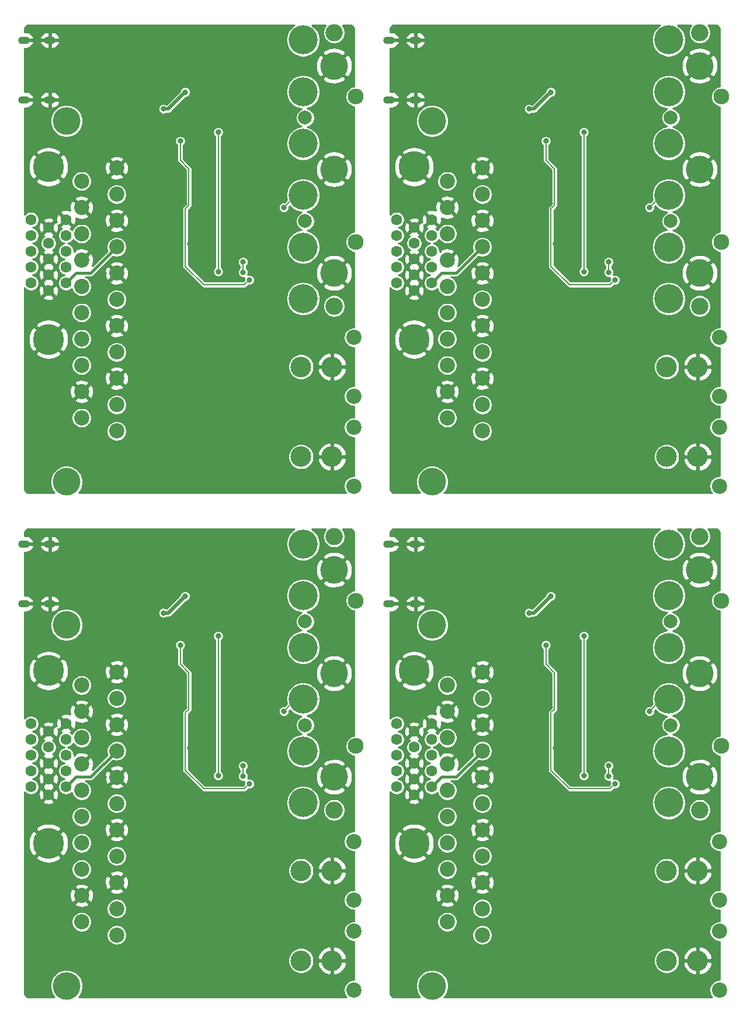
<source format=gbr>
%TF.GenerationSoftware,KiCad,Pcbnew,(5.1.5)-2*%
%TF.CreationDate,2020-06-14T05:32:05+12:00*%
%TF.ProjectId,output.RGB-to-component-panel,6f757470-7574-42e5-9247-422d746f2d63,rev?*%
%TF.SameCoordinates,Original*%
%TF.FileFunction,Copper,L2,Bot*%
%TF.FilePolarity,Positive*%
%FSLAX46Y46*%
G04 Gerber Fmt 4.6, Leading zero omitted, Abs format (unit mm)*
G04 Created by KiCad (PCBNEW (5.1.5)-2) date 2020-06-14 05:32:05*
%MOMM*%
%LPD*%
G04 APERTURE LIST*
%ADD10O,3.000000X3.000000*%
%ADD11C,2.200000*%
%ADD12C,4.000000*%
%ADD13C,1.600000*%
%ADD14C,4.500000*%
%ADD15C,2.000000*%
%ADD16C,2.300000*%
%ADD17C,4.200000*%
%ADD18O,2.500000X2.500000*%
%ADD19O,1.700000X1.100000*%
%ADD20C,0.800000*%
%ADD21C,0.400000*%
%ADD22C,0.500000*%
%ADD23C,0.200000*%
%ADD24C,0.254000*%
G04 APERTURE END LIST*
D10*
X114200000Y-176620000D03*
X118700000Y-176620000D03*
D11*
X121850000Y-180870000D03*
X121850000Y-172370000D03*
D10*
X114200000Y-163600000D03*
X118700000Y-163600000D03*
D11*
X121850000Y-167850000D03*
X121850000Y-159350000D03*
D12*
X80200000Y-180270000D03*
X80200000Y-128000000D03*
D11*
X82400000Y-171000000D03*
X87480000Y-169095000D03*
X82400000Y-167190000D03*
X87480000Y-165285000D03*
X82400000Y-163380000D03*
X87480000Y-161475000D03*
X82400000Y-159570000D03*
X87480000Y-157665000D03*
X82400000Y-155760000D03*
X87480000Y-153855000D03*
X82400000Y-151950000D03*
X87480000Y-150045000D03*
X82400000Y-136710000D03*
X87480000Y-146235000D03*
X82400000Y-148140000D03*
X87480000Y-142425000D03*
X82400000Y-144330000D03*
X87480000Y-138615000D03*
X82400000Y-140520000D03*
X87480000Y-134805000D03*
X87480000Y-172905000D03*
D13*
X77600000Y-148000000D03*
X77600000Y-145710000D03*
X77600000Y-143420000D03*
X80140000Y-151440000D03*
X80140000Y-149150000D03*
X80140000Y-146860000D03*
X80140000Y-144570000D03*
X80140000Y-142280000D03*
X77600000Y-152580000D03*
X77600000Y-150290000D03*
X75060000Y-151440000D03*
X75060000Y-149150000D03*
X75060000Y-146860000D03*
X75060000Y-144570000D03*
X75060000Y-142280000D03*
D14*
X77600000Y-159620000D03*
X77600000Y-134620000D03*
D15*
X114800000Y-127500000D03*
X114800000Y-142500000D03*
D16*
X122144520Y-145533380D03*
X122144520Y-124466620D03*
D17*
X114500000Y-123750000D03*
X114500000Y-116250000D03*
X114500000Y-153750000D03*
X114500000Y-146250000D03*
D12*
X119000000Y-150000000D03*
X119000000Y-135000000D03*
X119000000Y-120000000D03*
D18*
X119000000Y-115200000D03*
X119000000Y-154800000D03*
D17*
X114500000Y-131250000D03*
X114500000Y-138750000D03*
D19*
X74000000Y-116280000D03*
X74000000Y-124920000D03*
X77800000Y-124920000D03*
X77800000Y-116280000D03*
D10*
X61200000Y-176620000D03*
X65700000Y-176620000D03*
D11*
X68850000Y-180870000D03*
X68850000Y-172370000D03*
D10*
X61200000Y-163600000D03*
X65700000Y-163600000D03*
D11*
X68850000Y-167850000D03*
X68850000Y-159350000D03*
D12*
X27200000Y-180270000D03*
X27200000Y-128000000D03*
D11*
X29400000Y-171000000D03*
X34480000Y-169095000D03*
X29400000Y-167190000D03*
X34480000Y-165285000D03*
X29400000Y-163380000D03*
X34480000Y-161475000D03*
X29400000Y-159570000D03*
X34480000Y-157665000D03*
X29400000Y-155760000D03*
X34480000Y-153855000D03*
X29400000Y-151950000D03*
X34480000Y-150045000D03*
X29400000Y-136710000D03*
X34480000Y-146235000D03*
X29400000Y-148140000D03*
X34480000Y-142425000D03*
X29400000Y-144330000D03*
X34480000Y-138615000D03*
X29400000Y-140520000D03*
X34480000Y-134805000D03*
X34480000Y-172905000D03*
D13*
X24600000Y-148000000D03*
X24600000Y-145710000D03*
X24600000Y-143420000D03*
X27140000Y-151440000D03*
X27140000Y-149150000D03*
X27140000Y-146860000D03*
X27140000Y-144570000D03*
X27140000Y-142280000D03*
X24600000Y-152580000D03*
X24600000Y-150290000D03*
X22060000Y-151440000D03*
X22060000Y-149150000D03*
X22060000Y-146860000D03*
X22060000Y-144570000D03*
X22060000Y-142280000D03*
D14*
X24600000Y-159620000D03*
X24600000Y-134620000D03*
D15*
X61800000Y-127500000D03*
X61800000Y-142500000D03*
D16*
X69144520Y-145533380D03*
X69144520Y-124466620D03*
D17*
X61500000Y-123750000D03*
X61500000Y-116250000D03*
X61500000Y-153750000D03*
X61500000Y-146250000D03*
D12*
X66000000Y-150000000D03*
X66000000Y-135000000D03*
X66000000Y-120000000D03*
D18*
X66000000Y-115200000D03*
X66000000Y-154800000D03*
D17*
X61500000Y-131250000D03*
X61500000Y-138750000D03*
D19*
X21000000Y-116280000D03*
X21000000Y-124920000D03*
X24800000Y-124920000D03*
X24800000Y-116280000D03*
D10*
X114200000Y-103620000D03*
X118700000Y-103620000D03*
D11*
X121850000Y-107870000D03*
X121850000Y-99370000D03*
D10*
X114200000Y-90600000D03*
X118700000Y-90600000D03*
D11*
X121850000Y-94850000D03*
X121850000Y-86350000D03*
D12*
X80200000Y-107270000D03*
X80200000Y-55000000D03*
D11*
X82400000Y-98000000D03*
X87480000Y-96095000D03*
X82400000Y-94190000D03*
X87480000Y-92285000D03*
X82400000Y-90380000D03*
X87480000Y-88475000D03*
X82400000Y-86570000D03*
X87480000Y-84665000D03*
X82400000Y-82760000D03*
X87480000Y-80855000D03*
X82400000Y-78950000D03*
X87480000Y-77045000D03*
X82400000Y-63710000D03*
X87480000Y-73235000D03*
X82400000Y-75140000D03*
X87480000Y-69425000D03*
X82400000Y-71330000D03*
X87480000Y-65615000D03*
X82400000Y-67520000D03*
X87480000Y-61805000D03*
X87480000Y-99905000D03*
D13*
X77600000Y-75000000D03*
X77600000Y-72710000D03*
X77600000Y-70420000D03*
X80140000Y-78440000D03*
X80140000Y-76150000D03*
X80140000Y-73860000D03*
X80140000Y-71570000D03*
X80140000Y-69280000D03*
X77600000Y-79580000D03*
X77600000Y-77290000D03*
X75060000Y-78440000D03*
X75060000Y-76150000D03*
X75060000Y-73860000D03*
X75060000Y-71570000D03*
X75060000Y-69280000D03*
D14*
X77600000Y-86620000D03*
X77600000Y-61620000D03*
D15*
X114800000Y-54500000D03*
X114800000Y-69500000D03*
D16*
X122144520Y-72533380D03*
X122144520Y-51466620D03*
D17*
X114500000Y-50750000D03*
X114500000Y-43250000D03*
X114500000Y-80750000D03*
X114500000Y-73250000D03*
D12*
X119000000Y-77000000D03*
X119000000Y-62000000D03*
X119000000Y-47000000D03*
D18*
X119000000Y-42200000D03*
X119000000Y-81800000D03*
D17*
X114500000Y-58250000D03*
X114500000Y-65750000D03*
D19*
X74000000Y-43280000D03*
X74000000Y-51920000D03*
X77800000Y-51920000D03*
X77800000Y-43280000D03*
D11*
X68850000Y-86350000D03*
X68850000Y-94850000D03*
D10*
X65700000Y-90600000D03*
X61200000Y-90600000D03*
D11*
X68850000Y-99370000D03*
X68850000Y-107870000D03*
D10*
X65700000Y-103620000D03*
X61200000Y-103620000D03*
D17*
X61500000Y-65750000D03*
X61500000Y-58250000D03*
D18*
X66000000Y-81800000D03*
X66000000Y-42200000D03*
D12*
X66000000Y-47000000D03*
X66000000Y-62000000D03*
X66000000Y-77000000D03*
D17*
X61500000Y-73250000D03*
X61500000Y-80750000D03*
X61500000Y-43250000D03*
X61500000Y-50750000D03*
D16*
X69144520Y-51466620D03*
X69144520Y-72533380D03*
D15*
X61800000Y-69500000D03*
X61800000Y-54500000D03*
D14*
X24600000Y-61620000D03*
X24600000Y-86620000D03*
D13*
X22060000Y-69280000D03*
X22060000Y-71570000D03*
X22060000Y-73860000D03*
X22060000Y-76150000D03*
X22060000Y-78440000D03*
X24600000Y-77290000D03*
X24600000Y-79580000D03*
X27140000Y-69280000D03*
X27140000Y-71570000D03*
X27140000Y-73860000D03*
X27140000Y-76150000D03*
X27140000Y-78440000D03*
X24600000Y-70420000D03*
X24600000Y-72710000D03*
X24600000Y-75000000D03*
D11*
X34480000Y-99905000D03*
X34480000Y-61805000D03*
X29400000Y-67520000D03*
X34480000Y-65615000D03*
X29400000Y-71330000D03*
X34480000Y-69425000D03*
X29400000Y-75140000D03*
X34480000Y-73235000D03*
X29400000Y-63710000D03*
X34480000Y-77045000D03*
X29400000Y-78950000D03*
X34480000Y-80855000D03*
X29400000Y-82760000D03*
X34480000Y-84665000D03*
X29400000Y-86570000D03*
X34480000Y-88475000D03*
X29400000Y-90380000D03*
X34480000Y-92285000D03*
X29400000Y-94190000D03*
X34480000Y-96095000D03*
X29400000Y-98000000D03*
D12*
X27200000Y-55000000D03*
X27200000Y-107270000D03*
D19*
X24800000Y-43280000D03*
X24800000Y-51920000D03*
X21000000Y-51920000D03*
X21000000Y-43280000D03*
D20*
X94253970Y-53246029D03*
X97412500Y-50812500D03*
X84600000Y-103000000D03*
X96600000Y-101900000D03*
X85500000Y-89900000D03*
X105600000Y-102300000D03*
X89400000Y-104900000D03*
X81255027Y-88554594D03*
X94000000Y-90000000D03*
X86100000Y-87100000D03*
X92200000Y-79800000D03*
X89400000Y-86600000D03*
X89400000Y-79400000D03*
X94400000Y-85700000D03*
X93800000Y-78400000D03*
X89300000Y-102100000D03*
X80800000Y-84700000D03*
X100900000Y-80700000D03*
X96500000Y-104600000D03*
X108300000Y-105000000D03*
X85600000Y-77100000D03*
X86200000Y-82800000D03*
X113300000Y-100900000D03*
X113000000Y-95000000D03*
X78500000Y-93800000D03*
X83900000Y-84600000D03*
X80800000Y-79900000D03*
X81700000Y-73100000D03*
X116600000Y-94800000D03*
X107600000Y-107200000D03*
X89700000Y-107700000D03*
X97600000Y-108500000D03*
X82900000Y-105900000D03*
X109300000Y-100200000D03*
X112600000Y-107300000D03*
X81700000Y-100400000D03*
X78700000Y-101200000D03*
X85000000Y-80700000D03*
X85200000Y-98400000D03*
X100200000Y-77000000D03*
X98600000Y-78900000D03*
X90800000Y-58000000D03*
X101400000Y-69600000D03*
X106900000Y-74200000D03*
X102000000Y-44000000D03*
X81100000Y-42200000D03*
X82800000Y-44500000D03*
X101200000Y-48500000D03*
X103000000Y-69600000D03*
X94800000Y-54600000D03*
X90800000Y-45400000D03*
X105000000Y-62800000D03*
X82300000Y-51900000D03*
X85400000Y-48500000D03*
X95200000Y-49700000D03*
X98100000Y-72800000D03*
X89500000Y-52400000D03*
X101400000Y-58900000D03*
X98800000Y-63800000D03*
X103000000Y-64200000D03*
X89200000Y-44200000D03*
X95600000Y-68300000D03*
X103800000Y-77700000D03*
X106300000Y-43900000D03*
X103800000Y-79600000D03*
X79500000Y-50900000D03*
X108600000Y-66700000D03*
X89400000Y-42100000D03*
X103800000Y-74400000D03*
X97600000Y-59500000D03*
X100300000Y-90700000D03*
X75800000Y-54600000D03*
X100400000Y-72000000D03*
X85200000Y-57800000D03*
X77300000Y-57500000D03*
X100400000Y-68000000D03*
X98500000Y-61500000D03*
X99400000Y-59600000D03*
X95900000Y-61100000D03*
X98800000Y-74900000D03*
X95500000Y-71300000D03*
X96800000Y-77200000D03*
X91000000Y-47500000D03*
X100800000Y-50800000D03*
X101300000Y-60800000D03*
X97300000Y-66900000D03*
X99300000Y-54200000D03*
X101200000Y-54200000D03*
X97200000Y-64000000D03*
X112400000Y-75100000D03*
X110700000Y-76500000D03*
X93400000Y-73400000D03*
X109400000Y-74600000D03*
X106700000Y-64800000D03*
X105900000Y-67300000D03*
X107800000Y-56800000D03*
X104900000Y-69400000D03*
X90900000Y-62500000D03*
X106900000Y-81500000D03*
X103000000Y-66200000D03*
X105000000Y-80500000D03*
X103800000Y-55500000D03*
X111400000Y-78900000D03*
X93800000Y-65800000D03*
X110500000Y-57400000D03*
X93900000Y-62200000D03*
X95300000Y-75900000D03*
X106700000Y-78000000D03*
X96700000Y-57900000D03*
X111700000Y-67500000D03*
X102200000Y-56600000D03*
X102200000Y-76800000D03*
X105800000Y-76900000D03*
X105800000Y-75400000D03*
X41253970Y-126246029D03*
X44412500Y-123812500D03*
X31600000Y-176000000D03*
X43600000Y-174900000D03*
X32500000Y-162900000D03*
X52600000Y-175300000D03*
X36400000Y-177900000D03*
X28255027Y-161554594D03*
X41000000Y-163000000D03*
X33100000Y-160100000D03*
X39200000Y-152800000D03*
X36400000Y-159600000D03*
X36400000Y-152400000D03*
X41400000Y-158700000D03*
X40800000Y-151400000D03*
X36300000Y-175100000D03*
X27800000Y-157700000D03*
X47900000Y-153700000D03*
X43500000Y-177600000D03*
X55300000Y-178000000D03*
X32600000Y-150100000D03*
X33200000Y-155800000D03*
X60300000Y-173900000D03*
X60000000Y-168000000D03*
X25500000Y-166800000D03*
X30900000Y-157600000D03*
X27800000Y-152900000D03*
X28700000Y-146100000D03*
X63600000Y-167800000D03*
X54600000Y-180200000D03*
X36700000Y-180700000D03*
X44600000Y-181500000D03*
X29900000Y-178900000D03*
X56300000Y-173200000D03*
X59600000Y-180300000D03*
X28700000Y-173400000D03*
X25700000Y-174200000D03*
X32000000Y-153700000D03*
X32200000Y-171400000D03*
X47200000Y-150000000D03*
X45600000Y-151900000D03*
X37800000Y-131000000D03*
X48400000Y-142600000D03*
X53900000Y-147200000D03*
X49000000Y-117000000D03*
X28100000Y-115200000D03*
X29800000Y-117500000D03*
X48200000Y-121500000D03*
X50000000Y-142600000D03*
X41800000Y-127600000D03*
X37800000Y-118400000D03*
X52000000Y-135800000D03*
X29300000Y-124900000D03*
X32400000Y-121500000D03*
X42200000Y-122700000D03*
X45100000Y-145800000D03*
X36500000Y-125400000D03*
X48400000Y-131900000D03*
X45800000Y-136800000D03*
X50000000Y-137200000D03*
X36200000Y-117200000D03*
X42600000Y-141300000D03*
X50800000Y-150700000D03*
X53300000Y-116900000D03*
X50800000Y-152600000D03*
X26500000Y-123900000D03*
X55600000Y-139700000D03*
X36400000Y-115100000D03*
X50800000Y-147400000D03*
X44600000Y-132500000D03*
X47300000Y-163700000D03*
X22800000Y-127600000D03*
X47400000Y-145000000D03*
X32200000Y-130800000D03*
X24300000Y-130500000D03*
X47400000Y-141000000D03*
X45500000Y-134500000D03*
X46400000Y-132600000D03*
X42900000Y-134100000D03*
X45800000Y-147900000D03*
X42500000Y-144300000D03*
X43800000Y-150200000D03*
X38000000Y-120500000D03*
X47800000Y-123800000D03*
X48300000Y-133800000D03*
X44300000Y-139900000D03*
X46300000Y-127200000D03*
X48200000Y-127200000D03*
X44200000Y-137000000D03*
X59400000Y-148100000D03*
X57700000Y-149500000D03*
X40400000Y-146400000D03*
X56400000Y-147600000D03*
X53700000Y-137800000D03*
X52900000Y-140300000D03*
X54800000Y-129800000D03*
X51900000Y-142400000D03*
X37900000Y-135500000D03*
X53900000Y-154500000D03*
X50000000Y-139200000D03*
X52000000Y-153500000D03*
X50800000Y-128500000D03*
X58400000Y-151900000D03*
X40800000Y-138800000D03*
X57500000Y-130400000D03*
X40900000Y-135200000D03*
X42300000Y-148900000D03*
X53700000Y-151000000D03*
X43700000Y-130900000D03*
X58700000Y-140500000D03*
X49200000Y-129600000D03*
X49200000Y-149800000D03*
X52800000Y-149900000D03*
X52800000Y-148400000D03*
X94253970Y-126246029D03*
X97412500Y-123812500D03*
X84600000Y-176000000D03*
X96600000Y-174900000D03*
X85500000Y-162900000D03*
X105600000Y-175300000D03*
X89400000Y-177900000D03*
X81255027Y-161554594D03*
X94000000Y-163000000D03*
X86100000Y-160100000D03*
X92200000Y-152800000D03*
X89400000Y-159600000D03*
X89400000Y-152400000D03*
X94400000Y-158700000D03*
X93800000Y-151400000D03*
X89300000Y-175100000D03*
X80800000Y-157700000D03*
X100900000Y-153700000D03*
X96500000Y-177600000D03*
X108300000Y-178000000D03*
X85600000Y-150100000D03*
X86200000Y-155800000D03*
X113300000Y-173900000D03*
X113000000Y-168000000D03*
X78500000Y-166800000D03*
X83900000Y-157600000D03*
X80800000Y-152900000D03*
X81700000Y-146100000D03*
X116600000Y-167800000D03*
X107600000Y-180200000D03*
X89700000Y-180700000D03*
X97600000Y-181500000D03*
X82900000Y-178900000D03*
X109300000Y-173200000D03*
X112600000Y-180300000D03*
X81700000Y-173400000D03*
X78700000Y-174200000D03*
X85000000Y-153700000D03*
X85200000Y-171400000D03*
X100200000Y-150000000D03*
X98600000Y-151900000D03*
X90800000Y-131000000D03*
X101400000Y-142600000D03*
X106900000Y-147200000D03*
X102000000Y-117000000D03*
X81100000Y-115200000D03*
X82800000Y-117500000D03*
X101200000Y-121500000D03*
X103000000Y-142600000D03*
X94800000Y-127600000D03*
X90800000Y-118400000D03*
X105000000Y-135800000D03*
X82300000Y-124900000D03*
X85400000Y-121500000D03*
X95200000Y-122700000D03*
X98100000Y-145800000D03*
X89500000Y-125400000D03*
X101400000Y-131900000D03*
X98800000Y-136800000D03*
X103000000Y-137200000D03*
X89200000Y-117200000D03*
X95600000Y-141300000D03*
X103800000Y-150700000D03*
X106300000Y-116900000D03*
X103800000Y-152600000D03*
X79500000Y-123900000D03*
X108600000Y-139700000D03*
X89400000Y-115100000D03*
X103800000Y-147400000D03*
X97600000Y-132500000D03*
X100300000Y-163700000D03*
X75800000Y-127600000D03*
X100400000Y-145000000D03*
X85200000Y-130800000D03*
X77300000Y-130500000D03*
X100400000Y-141000000D03*
X98500000Y-134500000D03*
X99400000Y-132600000D03*
X95900000Y-134100000D03*
X98800000Y-147900000D03*
X95500000Y-144300000D03*
X96800000Y-150200000D03*
X91000000Y-120500000D03*
X100800000Y-123800000D03*
X101300000Y-133800000D03*
X97300000Y-139900000D03*
X99300000Y-127200000D03*
X101200000Y-127200000D03*
X97200000Y-137000000D03*
X112400000Y-148100000D03*
X110700000Y-149500000D03*
X93400000Y-146400000D03*
X109400000Y-147600000D03*
X106700000Y-137800000D03*
X105900000Y-140300000D03*
X107800000Y-129800000D03*
X104900000Y-142400000D03*
X90900000Y-135500000D03*
X106900000Y-154500000D03*
X103000000Y-139200000D03*
X105000000Y-153500000D03*
X103800000Y-128500000D03*
X111400000Y-151900000D03*
X93800000Y-138800000D03*
X110500000Y-130400000D03*
X93900000Y-135200000D03*
X95300000Y-148900000D03*
X106700000Y-151000000D03*
X96700000Y-130900000D03*
X111700000Y-140500000D03*
X102200000Y-129600000D03*
X102200000Y-149800000D03*
X105800000Y-149900000D03*
X105800000Y-148400000D03*
X44412500Y-50812500D03*
X41253970Y-53246029D03*
X27800000Y-84700000D03*
X28255027Y-88554594D03*
X32500000Y-89900000D03*
X33100000Y-87100000D03*
X47900000Y-80700000D03*
X41000000Y-90000000D03*
X39200000Y-79800000D03*
X36400000Y-86600000D03*
X36400000Y-79400000D03*
X41400000Y-85700000D03*
X40800000Y-78400000D03*
X31600000Y-103000000D03*
X36300000Y-102100000D03*
X36400000Y-104900000D03*
X43600000Y-101900000D03*
X43500000Y-104600000D03*
X55300000Y-105000000D03*
X52600000Y-102300000D03*
X56300000Y-100200000D03*
X60300000Y-100900000D03*
X60000000Y-95000000D03*
X63600000Y-94800000D03*
X59600000Y-107300000D03*
X54600000Y-107200000D03*
X44600000Y-108500000D03*
X36700000Y-107700000D03*
X29900000Y-105900000D03*
X25700000Y-101200000D03*
X28700000Y-100400000D03*
X25500000Y-93800000D03*
X32200000Y-98400000D03*
X32000000Y-80700000D03*
X30900000Y-84600000D03*
X32600000Y-77100000D03*
X33200000Y-82800000D03*
X27800000Y-79900000D03*
X28700000Y-73100000D03*
X24300000Y-57500000D03*
X22800000Y-54600000D03*
X26500000Y-50900000D03*
X29300000Y-51900000D03*
X32400000Y-48500000D03*
X36500000Y-52400000D03*
X37800000Y-58000000D03*
X32200000Y-57800000D03*
X41800000Y-54600000D03*
X42200000Y-49700000D03*
X38000000Y-47500000D03*
X37800000Y-45400000D03*
X49000000Y-44000000D03*
X53300000Y-43900000D03*
X28100000Y-42200000D03*
X29800000Y-44500000D03*
X36400000Y-42100000D03*
X36200000Y-44200000D03*
X47800000Y-50800000D03*
X48200000Y-48500000D03*
X47300000Y-90700000D03*
X43800000Y-77200000D03*
X50800000Y-74400000D03*
X47400000Y-68000000D03*
X50000000Y-64200000D03*
X50000000Y-69600000D03*
X48400000Y-69600000D03*
X55600000Y-66700000D03*
X52000000Y-62800000D03*
X48400000Y-58900000D03*
X48300000Y-60800000D03*
X47400000Y-72000000D03*
X53900000Y-74200000D03*
X45100000Y-72800000D03*
X44300000Y-66900000D03*
X45500000Y-61500000D03*
X46400000Y-59600000D03*
X46300000Y-54200000D03*
X48200000Y-54200000D03*
X45800000Y-63800000D03*
X44200000Y-64000000D03*
X42900000Y-61100000D03*
X44600000Y-59500000D03*
X45800000Y-74900000D03*
X42500000Y-71300000D03*
X42600000Y-68300000D03*
X47200000Y-77000000D03*
X45600000Y-78900000D03*
X50800000Y-77700000D03*
X50800000Y-79600000D03*
X42300000Y-75900000D03*
X40400000Y-73400000D03*
X40900000Y-62200000D03*
X40800000Y-65800000D03*
X37900000Y-62500000D03*
X50800000Y-55500000D03*
X54800000Y-56800000D03*
X57500000Y-57400000D03*
X53700000Y-64800000D03*
X51900000Y-69400000D03*
X52900000Y-67300000D03*
X56400000Y-74600000D03*
X59400000Y-75100000D03*
X57700000Y-76500000D03*
X58400000Y-78900000D03*
X53900000Y-81500000D03*
X52000000Y-80500000D03*
X50000000Y-66200000D03*
X53700000Y-78000000D03*
X43700000Y-57900000D03*
X58700000Y-67500000D03*
X49200000Y-76800000D03*
X49200000Y-56600000D03*
X52800000Y-76900000D03*
X52800000Y-75400000D03*
D21*
X81580000Y-77000000D02*
X83715000Y-77000000D01*
X83715000Y-77000000D02*
X87480000Y-73235000D01*
X80140000Y-78440000D02*
X81580000Y-77000000D01*
D22*
X94253970Y-53246029D02*
X94978971Y-53246029D01*
X97012501Y-51212499D02*
X97412500Y-50812500D01*
X94978971Y-53246029D02*
X97012501Y-51212499D01*
D23*
X106000000Y-78700000D02*
X100100000Y-78700000D01*
X97449999Y-67712003D02*
X97950001Y-67212001D01*
X97950001Y-61912003D02*
X96700000Y-60662002D01*
X100100000Y-78700000D02*
X97449999Y-76049999D01*
X106700000Y-78000000D02*
X106000000Y-78700000D01*
X97950001Y-67212001D02*
X97950001Y-61912003D01*
X96700000Y-60662002D02*
X96700000Y-57900000D01*
X97449999Y-76049999D02*
X97449999Y-67712003D01*
X111700000Y-67500000D02*
X113450000Y-65750000D01*
X113450000Y-65750000D02*
X114500000Y-65750000D01*
X102200000Y-76234315D02*
X102200000Y-56600000D01*
X102200000Y-76800000D02*
X102200000Y-76234315D01*
X105800000Y-76900000D02*
X105800000Y-75400000D01*
D21*
X28580000Y-150000000D02*
X30715000Y-150000000D01*
X30715000Y-150000000D02*
X34480000Y-146235000D01*
X27140000Y-151440000D02*
X28580000Y-150000000D01*
D22*
X41253970Y-126246029D02*
X41978971Y-126246029D01*
X44012501Y-124212499D02*
X44412500Y-123812500D01*
X41978971Y-126246029D02*
X44012501Y-124212499D01*
D23*
X53000000Y-151700000D02*
X47100000Y-151700000D01*
X44449999Y-140712003D02*
X44950001Y-140212001D01*
X44950001Y-134912003D02*
X43700000Y-133662002D01*
X47100000Y-151700000D02*
X44449999Y-149049999D01*
X53700000Y-151000000D02*
X53000000Y-151700000D01*
X44950001Y-140212001D02*
X44950001Y-134912003D01*
X43700000Y-133662002D02*
X43700000Y-130900000D01*
X44449999Y-149049999D02*
X44449999Y-140712003D01*
X58700000Y-140500000D02*
X60450000Y-138750000D01*
X60450000Y-138750000D02*
X61500000Y-138750000D01*
X49200000Y-149234315D02*
X49200000Y-129600000D01*
X49200000Y-149800000D02*
X49200000Y-149234315D01*
X52800000Y-149900000D02*
X52800000Y-148400000D01*
D21*
X81580000Y-150000000D02*
X83715000Y-150000000D01*
X83715000Y-150000000D02*
X87480000Y-146235000D01*
X80140000Y-151440000D02*
X81580000Y-150000000D01*
D22*
X94253970Y-126246029D02*
X94978971Y-126246029D01*
X97012501Y-124212499D02*
X97412500Y-123812500D01*
X94978971Y-126246029D02*
X97012501Y-124212499D01*
D23*
X106000000Y-151700000D02*
X100100000Y-151700000D01*
X97449999Y-140712003D02*
X97950001Y-140212001D01*
X97950001Y-134912003D02*
X96700000Y-133662002D01*
X100100000Y-151700000D02*
X97449999Y-149049999D01*
X106700000Y-151000000D02*
X106000000Y-151700000D01*
X97950001Y-140212001D02*
X97950001Y-134912003D01*
X96700000Y-133662002D02*
X96700000Y-130900000D01*
X97449999Y-149049999D02*
X97449999Y-140712003D01*
X111700000Y-140500000D02*
X113450000Y-138750000D01*
X113450000Y-138750000D02*
X114500000Y-138750000D01*
X102200000Y-149234315D02*
X102200000Y-129600000D01*
X102200000Y-149800000D02*
X102200000Y-149234315D01*
X105800000Y-149900000D02*
X105800000Y-148400000D01*
D21*
X30715000Y-77000000D02*
X34480000Y-73235000D01*
X27140000Y-78440000D02*
X28580000Y-77000000D01*
X28580000Y-77000000D02*
X30715000Y-77000000D01*
D22*
X41978971Y-53246029D02*
X44012501Y-51212499D01*
X44012501Y-51212499D02*
X44412500Y-50812500D01*
X41253970Y-53246029D02*
X41978971Y-53246029D01*
D23*
X53700000Y-78000000D02*
X53000000Y-78700000D01*
X53000000Y-78700000D02*
X47100000Y-78700000D01*
X44950001Y-61912003D02*
X43700000Y-60662002D01*
X44950001Y-67212001D02*
X44950001Y-61912003D01*
X44449999Y-67712003D02*
X44950001Y-67212001D01*
X47100000Y-78700000D02*
X44449999Y-76049999D01*
X44449999Y-76049999D02*
X44449999Y-67712003D01*
X43700000Y-60662002D02*
X43700000Y-57900000D01*
X60450000Y-65750000D02*
X61500000Y-65750000D01*
X58700000Y-67500000D02*
X60450000Y-65750000D01*
X49200000Y-76800000D02*
X49200000Y-76234315D01*
X49200000Y-76234315D02*
X49200000Y-56600000D01*
X52800000Y-76900000D02*
X52800000Y-75400000D01*
D24*
G36*
X112921005Y-41325989D02*
G01*
X112575989Y-41671005D01*
X112304911Y-42076701D01*
X112118190Y-42527486D01*
X112023000Y-43006037D01*
X112023000Y-43493963D01*
X112118190Y-43972514D01*
X112304911Y-44423299D01*
X112575989Y-44828995D01*
X112921005Y-45174011D01*
X113326701Y-45445089D01*
X113777486Y-45631810D01*
X114256037Y-45727000D01*
X114743963Y-45727000D01*
X115222514Y-45631810D01*
X115673299Y-45445089D01*
X116078995Y-45174011D01*
X116100505Y-45152501D01*
X117332106Y-45152501D01*
X119000000Y-46820395D01*
X120667894Y-45152501D01*
X120451772Y-44785742D01*
X119991895Y-44545062D01*
X119493902Y-44398725D01*
X118976929Y-44352352D01*
X118460841Y-44407727D01*
X117965474Y-44562721D01*
X117548228Y-44785742D01*
X117332106Y-45152501D01*
X116100505Y-45152501D01*
X116424011Y-44828995D01*
X116695089Y-44423299D01*
X116881810Y-43972514D01*
X116977000Y-43493963D01*
X116977000Y-43006037D01*
X116881810Y-42527486D01*
X116695089Y-42076701D01*
X116424011Y-41671005D01*
X116078995Y-41325989D01*
X115781188Y-41127000D01*
X117772075Y-41127000D01*
X117736227Y-41162848D01*
X117558172Y-41429327D01*
X117435525Y-41725422D01*
X117373000Y-42039755D01*
X117373000Y-42360245D01*
X117435525Y-42674578D01*
X117558172Y-42970673D01*
X117736227Y-43237152D01*
X117962848Y-43463773D01*
X118229327Y-43641828D01*
X118525422Y-43764475D01*
X118839755Y-43827000D01*
X119160245Y-43827000D01*
X119474578Y-43764475D01*
X119770673Y-43641828D01*
X120037152Y-43463773D01*
X120263773Y-43237152D01*
X120441828Y-42970673D01*
X120564475Y-42674578D01*
X120627000Y-42360245D01*
X120627000Y-42039755D01*
X120564475Y-41725422D01*
X120441828Y-41429327D01*
X120263773Y-41162848D01*
X120227925Y-41127000D01*
X121447394Y-41127000D01*
X121873000Y-41552606D01*
X121873000Y-49963713D01*
X121699110Y-49998301D01*
X121421214Y-50113410D01*
X121171114Y-50280521D01*
X120958421Y-50493214D01*
X120791310Y-50743314D01*
X120676201Y-51021210D01*
X120617520Y-51316224D01*
X120617520Y-51617016D01*
X120676201Y-51912030D01*
X120791310Y-52189926D01*
X120958421Y-52440026D01*
X121171114Y-52652719D01*
X121421214Y-52819830D01*
X121699110Y-52934939D01*
X121873000Y-52969527D01*
X121873000Y-71030473D01*
X121699110Y-71065061D01*
X121421214Y-71180170D01*
X121171114Y-71347281D01*
X120958421Y-71559974D01*
X120791310Y-71810074D01*
X120676201Y-72087970D01*
X120617520Y-72382984D01*
X120617520Y-72683776D01*
X120676201Y-72978790D01*
X120791310Y-73256686D01*
X120958421Y-73506786D01*
X121171114Y-73719479D01*
X121421214Y-73886590D01*
X121699110Y-74001699D01*
X121873000Y-74036287D01*
X121873000Y-84873000D01*
X121704528Y-84873000D01*
X121419175Y-84929760D01*
X121150378Y-85041099D01*
X120908467Y-85202739D01*
X120702739Y-85408467D01*
X120541099Y-85650378D01*
X120429760Y-85919175D01*
X120373000Y-86204528D01*
X120373000Y-86495472D01*
X120429760Y-86780825D01*
X120541099Y-87049622D01*
X120702739Y-87291533D01*
X120908467Y-87497261D01*
X121150378Y-87658901D01*
X121419175Y-87770240D01*
X121704528Y-87827000D01*
X121873000Y-87827000D01*
X121873000Y-93373000D01*
X121704528Y-93373000D01*
X121419175Y-93429760D01*
X121150378Y-93541099D01*
X120908467Y-93702739D01*
X120702739Y-93908467D01*
X120541099Y-94150378D01*
X120429760Y-94419175D01*
X120373000Y-94704528D01*
X120373000Y-94995472D01*
X120429760Y-95280825D01*
X120541099Y-95549622D01*
X120702739Y-95791533D01*
X120908467Y-95997261D01*
X121150378Y-96158901D01*
X121419175Y-96270240D01*
X121704528Y-96327000D01*
X121873000Y-96327000D01*
X121873000Y-97893000D01*
X121704528Y-97893000D01*
X121419175Y-97949760D01*
X121150378Y-98061099D01*
X120908467Y-98222739D01*
X120702739Y-98428467D01*
X120541099Y-98670378D01*
X120429760Y-98939175D01*
X120373000Y-99224528D01*
X120373000Y-99515472D01*
X120429760Y-99800825D01*
X120541099Y-100069622D01*
X120702739Y-100311533D01*
X120908467Y-100517261D01*
X121150378Y-100678901D01*
X121419175Y-100790240D01*
X121704528Y-100847000D01*
X121873000Y-100847000D01*
X121873000Y-106393000D01*
X121704528Y-106393000D01*
X121419175Y-106449760D01*
X121150378Y-106561099D01*
X120908467Y-106722739D01*
X120702739Y-106928467D01*
X120541099Y-107170378D01*
X120429760Y-107439175D01*
X120373000Y-107724528D01*
X120373000Y-108015472D01*
X120429760Y-108300825D01*
X120541099Y-108569622D01*
X120702739Y-108811533D01*
X120764206Y-108873000D01*
X81958585Y-108873000D01*
X82046336Y-108785249D01*
X82306470Y-108395932D01*
X82485653Y-107963345D01*
X82577000Y-107504114D01*
X82577000Y-107035886D01*
X82485653Y-106576655D01*
X82306470Y-106144068D01*
X82046336Y-105754751D01*
X81715249Y-105423664D01*
X81325932Y-105163530D01*
X80893345Y-104984347D01*
X80434114Y-104893000D01*
X79965886Y-104893000D01*
X79506655Y-104984347D01*
X79074068Y-105163530D01*
X78684751Y-105423664D01*
X78353664Y-105754751D01*
X78093530Y-106144068D01*
X77914347Y-106576655D01*
X77823000Y-107035886D01*
X77823000Y-107504114D01*
X77914347Y-107963345D01*
X78093530Y-108395932D01*
X78353664Y-108785249D01*
X78441415Y-108873000D01*
X74552606Y-108873000D01*
X74127000Y-108447394D01*
X74127000Y-103435132D01*
X112323000Y-103435132D01*
X112323000Y-103804868D01*
X112395132Y-104167501D01*
X112536624Y-104509093D01*
X112742039Y-104816518D01*
X113003482Y-105077961D01*
X113310907Y-105283376D01*
X113652499Y-105424868D01*
X114015132Y-105497000D01*
X114384868Y-105497000D01*
X114747501Y-105424868D01*
X115089093Y-105283376D01*
X115396518Y-105077961D01*
X115657961Y-104816518D01*
X115863376Y-104509093D01*
X116004868Y-104167501D01*
X116022505Y-104078833D01*
X116614883Y-104078833D01*
X116744462Y-104476803D01*
X116949191Y-104841846D01*
X117221203Y-105159934D01*
X117550044Y-105418844D01*
X117923077Y-105608625D01*
X118241167Y-105705113D01*
X118573000Y-105592165D01*
X118573000Y-103747000D01*
X118827000Y-103747000D01*
X118827000Y-105592165D01*
X119158833Y-105705113D01*
X119476923Y-105608625D01*
X119849956Y-105418844D01*
X120178797Y-105159934D01*
X120450809Y-104841846D01*
X120655538Y-104476803D01*
X120785117Y-104078833D01*
X120672473Y-103747000D01*
X118827000Y-103747000D01*
X118573000Y-103747000D01*
X116727527Y-103747000D01*
X116614883Y-104078833D01*
X116022505Y-104078833D01*
X116077000Y-103804868D01*
X116077000Y-103435132D01*
X116022506Y-103161167D01*
X116614883Y-103161167D01*
X116727527Y-103493000D01*
X118573000Y-103493000D01*
X118573000Y-101647835D01*
X118827000Y-101647835D01*
X118827000Y-103493000D01*
X120672473Y-103493000D01*
X120785117Y-103161167D01*
X120655538Y-102763197D01*
X120450809Y-102398154D01*
X120178797Y-102080066D01*
X119849956Y-101821156D01*
X119476923Y-101631375D01*
X119158833Y-101534887D01*
X118827000Y-101647835D01*
X118573000Y-101647835D01*
X118241167Y-101534887D01*
X117923077Y-101631375D01*
X117550044Y-101821156D01*
X117221203Y-102080066D01*
X116949191Y-102398154D01*
X116744462Y-102763197D01*
X116614883Y-103161167D01*
X116022506Y-103161167D01*
X116004868Y-103072499D01*
X115863376Y-102730907D01*
X115657961Y-102423482D01*
X115396518Y-102162039D01*
X115089093Y-101956624D01*
X114747501Y-101815132D01*
X114384868Y-101743000D01*
X114015132Y-101743000D01*
X113652499Y-101815132D01*
X113310907Y-101956624D01*
X113003482Y-102162039D01*
X112742039Y-102423482D01*
X112536624Y-102730907D01*
X112395132Y-103072499D01*
X112323000Y-103435132D01*
X74127000Y-103435132D01*
X74127000Y-99759528D01*
X86003000Y-99759528D01*
X86003000Y-100050472D01*
X86059760Y-100335825D01*
X86171099Y-100604622D01*
X86332739Y-100846533D01*
X86538467Y-101052261D01*
X86780378Y-101213901D01*
X87049175Y-101325240D01*
X87334528Y-101382000D01*
X87625472Y-101382000D01*
X87910825Y-101325240D01*
X88179622Y-101213901D01*
X88421533Y-101052261D01*
X88627261Y-100846533D01*
X88788901Y-100604622D01*
X88900240Y-100335825D01*
X88957000Y-100050472D01*
X88957000Y-99759528D01*
X88900240Y-99474175D01*
X88788901Y-99205378D01*
X88627261Y-98963467D01*
X88421533Y-98757739D01*
X88179622Y-98596099D01*
X87910825Y-98484760D01*
X87625472Y-98428000D01*
X87334528Y-98428000D01*
X87049175Y-98484760D01*
X86780378Y-98596099D01*
X86538467Y-98757739D01*
X86332739Y-98963467D01*
X86171099Y-99205378D01*
X86059760Y-99474175D01*
X86003000Y-99759528D01*
X74127000Y-99759528D01*
X74127000Y-97854528D01*
X80923000Y-97854528D01*
X80923000Y-98145472D01*
X80979760Y-98430825D01*
X81091099Y-98699622D01*
X81252739Y-98941533D01*
X81458467Y-99147261D01*
X81700378Y-99308901D01*
X81969175Y-99420240D01*
X82254528Y-99477000D01*
X82545472Y-99477000D01*
X82830825Y-99420240D01*
X83099622Y-99308901D01*
X83341533Y-99147261D01*
X83547261Y-98941533D01*
X83708901Y-98699622D01*
X83820240Y-98430825D01*
X83877000Y-98145472D01*
X83877000Y-97854528D01*
X83820240Y-97569175D01*
X83708901Y-97300378D01*
X83547261Y-97058467D01*
X83341533Y-96852739D01*
X83099622Y-96691099D01*
X82830825Y-96579760D01*
X82545472Y-96523000D01*
X82254528Y-96523000D01*
X81969175Y-96579760D01*
X81700378Y-96691099D01*
X81458467Y-96852739D01*
X81252739Y-97058467D01*
X81091099Y-97300378D01*
X80979760Y-97569175D01*
X80923000Y-97854528D01*
X74127000Y-97854528D01*
X74127000Y-95949528D01*
X86003000Y-95949528D01*
X86003000Y-96240472D01*
X86059760Y-96525825D01*
X86171099Y-96794622D01*
X86332739Y-97036533D01*
X86538467Y-97242261D01*
X86780378Y-97403901D01*
X87049175Y-97515240D01*
X87334528Y-97572000D01*
X87625472Y-97572000D01*
X87910825Y-97515240D01*
X88179622Y-97403901D01*
X88421533Y-97242261D01*
X88627261Y-97036533D01*
X88788901Y-96794622D01*
X88900240Y-96525825D01*
X88957000Y-96240472D01*
X88957000Y-95949528D01*
X88900240Y-95664175D01*
X88788901Y-95395378D01*
X88627261Y-95153467D01*
X88421533Y-94947739D01*
X88179622Y-94786099D01*
X87910825Y-94674760D01*
X87625472Y-94618000D01*
X87334528Y-94618000D01*
X87049175Y-94674760D01*
X86780378Y-94786099D01*
X86538467Y-94947739D01*
X86332739Y-95153467D01*
X86171099Y-95395378D01*
X86059760Y-95664175D01*
X86003000Y-95949528D01*
X74127000Y-95949528D01*
X74127000Y-95396712D01*
X81372893Y-95396712D01*
X81480726Y-95671338D01*
X81787384Y-95822216D01*
X82117585Y-95910369D01*
X82458639Y-95932409D01*
X82797439Y-95887489D01*
X83120966Y-95777336D01*
X83319274Y-95671338D01*
X83427107Y-95396712D01*
X82400000Y-94369605D01*
X81372893Y-95396712D01*
X74127000Y-95396712D01*
X74127000Y-94248639D01*
X80657591Y-94248639D01*
X80702511Y-94587439D01*
X80812664Y-94910966D01*
X80918662Y-95109274D01*
X81193288Y-95217107D01*
X82220395Y-94190000D01*
X82579605Y-94190000D01*
X83606712Y-95217107D01*
X83881338Y-95109274D01*
X84032216Y-94802616D01*
X84120369Y-94472415D01*
X84142409Y-94131361D01*
X84097489Y-93792561D01*
X83995058Y-93491712D01*
X86452893Y-93491712D01*
X86560726Y-93766338D01*
X86867384Y-93917216D01*
X87197585Y-94005369D01*
X87538639Y-94027409D01*
X87877439Y-93982489D01*
X88200966Y-93872336D01*
X88399274Y-93766338D01*
X88507107Y-93491712D01*
X87480000Y-92464605D01*
X86452893Y-93491712D01*
X83995058Y-93491712D01*
X83987336Y-93469034D01*
X83881338Y-93270726D01*
X83606712Y-93162893D01*
X82579605Y-94190000D01*
X82220395Y-94190000D01*
X81193288Y-93162893D01*
X80918662Y-93270726D01*
X80767784Y-93577384D01*
X80679631Y-93907585D01*
X80657591Y-94248639D01*
X74127000Y-94248639D01*
X74127000Y-92983288D01*
X81372893Y-92983288D01*
X82400000Y-94010395D01*
X83427107Y-92983288D01*
X83319274Y-92708662D01*
X83012616Y-92557784D01*
X82682415Y-92469631D01*
X82341361Y-92447591D01*
X82002561Y-92492511D01*
X81679034Y-92602664D01*
X81480726Y-92708662D01*
X81372893Y-92983288D01*
X74127000Y-92983288D01*
X74127000Y-92343639D01*
X85737591Y-92343639D01*
X85782511Y-92682439D01*
X85892664Y-93005966D01*
X85998662Y-93204274D01*
X86273288Y-93312107D01*
X87300395Y-92285000D01*
X87659605Y-92285000D01*
X88686712Y-93312107D01*
X88961338Y-93204274D01*
X89112216Y-92897616D01*
X89200369Y-92567415D01*
X89222409Y-92226361D01*
X89177489Y-91887561D01*
X89067336Y-91564034D01*
X88961338Y-91365726D01*
X88686712Y-91257893D01*
X87659605Y-92285000D01*
X87300395Y-92285000D01*
X86273288Y-91257893D01*
X85998662Y-91365726D01*
X85847784Y-91672384D01*
X85759631Y-92002585D01*
X85737591Y-92343639D01*
X74127000Y-92343639D01*
X74127000Y-90234528D01*
X80923000Y-90234528D01*
X80923000Y-90525472D01*
X80979760Y-90810825D01*
X81091099Y-91079622D01*
X81252739Y-91321533D01*
X81458467Y-91527261D01*
X81700378Y-91688901D01*
X81969175Y-91800240D01*
X82254528Y-91857000D01*
X82545472Y-91857000D01*
X82830825Y-91800240D01*
X83099622Y-91688901D01*
X83341533Y-91527261D01*
X83547261Y-91321533D01*
X83708901Y-91079622D01*
X83709453Y-91078288D01*
X86452893Y-91078288D01*
X87480000Y-92105395D01*
X88507107Y-91078288D01*
X88399274Y-90803662D01*
X88092616Y-90652784D01*
X87762415Y-90564631D01*
X87421361Y-90542591D01*
X87082561Y-90587511D01*
X86759034Y-90697664D01*
X86560726Y-90803662D01*
X86452893Y-91078288D01*
X83709453Y-91078288D01*
X83820240Y-90810825D01*
X83877000Y-90525472D01*
X83877000Y-90415132D01*
X112323000Y-90415132D01*
X112323000Y-90784868D01*
X112395132Y-91147501D01*
X112536624Y-91489093D01*
X112742039Y-91796518D01*
X113003482Y-92057961D01*
X113310907Y-92263376D01*
X113652499Y-92404868D01*
X114015132Y-92477000D01*
X114384868Y-92477000D01*
X114747501Y-92404868D01*
X115089093Y-92263376D01*
X115396518Y-92057961D01*
X115657961Y-91796518D01*
X115863376Y-91489093D01*
X116004868Y-91147501D01*
X116022505Y-91058833D01*
X116614883Y-91058833D01*
X116744462Y-91456803D01*
X116949191Y-91821846D01*
X117221203Y-92139934D01*
X117550044Y-92398844D01*
X117923077Y-92588625D01*
X118241167Y-92685113D01*
X118573000Y-92572165D01*
X118573000Y-90727000D01*
X118827000Y-90727000D01*
X118827000Y-92572165D01*
X119158833Y-92685113D01*
X119476923Y-92588625D01*
X119849956Y-92398844D01*
X120178797Y-92139934D01*
X120450809Y-91821846D01*
X120655538Y-91456803D01*
X120785117Y-91058833D01*
X120672473Y-90727000D01*
X118827000Y-90727000D01*
X118573000Y-90727000D01*
X116727527Y-90727000D01*
X116614883Y-91058833D01*
X116022505Y-91058833D01*
X116077000Y-90784868D01*
X116077000Y-90415132D01*
X116022506Y-90141167D01*
X116614883Y-90141167D01*
X116727527Y-90473000D01*
X118573000Y-90473000D01*
X118573000Y-88627835D01*
X118827000Y-88627835D01*
X118827000Y-90473000D01*
X120672473Y-90473000D01*
X120785117Y-90141167D01*
X120655538Y-89743197D01*
X120450809Y-89378154D01*
X120178797Y-89060066D01*
X119849956Y-88801156D01*
X119476923Y-88611375D01*
X119158833Y-88514887D01*
X118827000Y-88627835D01*
X118573000Y-88627835D01*
X118241167Y-88514887D01*
X117923077Y-88611375D01*
X117550044Y-88801156D01*
X117221203Y-89060066D01*
X116949191Y-89378154D01*
X116744462Y-89743197D01*
X116614883Y-90141167D01*
X116022506Y-90141167D01*
X116004868Y-90052499D01*
X115863376Y-89710907D01*
X115657961Y-89403482D01*
X115396518Y-89142039D01*
X115089093Y-88936624D01*
X114747501Y-88795132D01*
X114384868Y-88723000D01*
X114015132Y-88723000D01*
X113652499Y-88795132D01*
X113310907Y-88936624D01*
X113003482Y-89142039D01*
X112742039Y-89403482D01*
X112536624Y-89710907D01*
X112395132Y-90052499D01*
X112323000Y-90415132D01*
X83877000Y-90415132D01*
X83877000Y-90234528D01*
X83820240Y-89949175D01*
X83708901Y-89680378D01*
X83547261Y-89438467D01*
X83341533Y-89232739D01*
X83099622Y-89071099D01*
X82830825Y-88959760D01*
X82545472Y-88903000D01*
X82254528Y-88903000D01*
X81969175Y-88959760D01*
X81700378Y-89071099D01*
X81458467Y-89232739D01*
X81252739Y-89438467D01*
X81091099Y-89680378D01*
X80979760Y-89949175D01*
X80923000Y-90234528D01*
X74127000Y-90234528D01*
X74127000Y-88645340D01*
X75754265Y-88645340D01*
X76000416Y-89037704D01*
X76502822Y-89303312D01*
X77047393Y-89465801D01*
X77613199Y-89518928D01*
X78178498Y-89460652D01*
X78721566Y-89293210D01*
X79199584Y-89037704D01*
X79445735Y-88645340D01*
X77600000Y-86799605D01*
X75754265Y-88645340D01*
X74127000Y-88645340D01*
X74127000Y-86633199D01*
X74701072Y-86633199D01*
X74759348Y-87198498D01*
X74926790Y-87741566D01*
X75182296Y-88219584D01*
X75574660Y-88465735D01*
X77420395Y-86620000D01*
X77779605Y-86620000D01*
X79625340Y-88465735D01*
X79842453Y-88329528D01*
X86003000Y-88329528D01*
X86003000Y-88620472D01*
X86059760Y-88905825D01*
X86171099Y-89174622D01*
X86332739Y-89416533D01*
X86538467Y-89622261D01*
X86780378Y-89783901D01*
X87049175Y-89895240D01*
X87334528Y-89952000D01*
X87625472Y-89952000D01*
X87910825Y-89895240D01*
X88179622Y-89783901D01*
X88421533Y-89622261D01*
X88627261Y-89416533D01*
X88788901Y-89174622D01*
X88900240Y-88905825D01*
X88957000Y-88620472D01*
X88957000Y-88329528D01*
X88900240Y-88044175D01*
X88788901Y-87775378D01*
X88627261Y-87533467D01*
X88421533Y-87327739D01*
X88179622Y-87166099D01*
X87910825Y-87054760D01*
X87625472Y-86998000D01*
X87334528Y-86998000D01*
X87049175Y-87054760D01*
X86780378Y-87166099D01*
X86538467Y-87327739D01*
X86332739Y-87533467D01*
X86171099Y-87775378D01*
X86059760Y-88044175D01*
X86003000Y-88329528D01*
X79842453Y-88329528D01*
X80017704Y-88219584D01*
X80283312Y-87717178D01*
X80445801Y-87172607D01*
X80498928Y-86606801D01*
X80480138Y-86424528D01*
X80923000Y-86424528D01*
X80923000Y-86715472D01*
X80979760Y-87000825D01*
X81091099Y-87269622D01*
X81252739Y-87511533D01*
X81458467Y-87717261D01*
X81700378Y-87878901D01*
X81969175Y-87990240D01*
X82254528Y-88047000D01*
X82545472Y-88047000D01*
X82830825Y-87990240D01*
X83099622Y-87878901D01*
X83341533Y-87717261D01*
X83547261Y-87511533D01*
X83708901Y-87269622D01*
X83820240Y-87000825D01*
X83877000Y-86715472D01*
X83877000Y-86424528D01*
X83820240Y-86139175D01*
X83709454Y-85871712D01*
X86452893Y-85871712D01*
X86560726Y-86146338D01*
X86867384Y-86297216D01*
X87197585Y-86385369D01*
X87538639Y-86407409D01*
X87877439Y-86362489D01*
X88200966Y-86252336D01*
X88399274Y-86146338D01*
X88507107Y-85871712D01*
X87480000Y-84844605D01*
X86452893Y-85871712D01*
X83709454Y-85871712D01*
X83708901Y-85870378D01*
X83547261Y-85628467D01*
X83341533Y-85422739D01*
X83099622Y-85261099D01*
X82830825Y-85149760D01*
X82545472Y-85093000D01*
X82254528Y-85093000D01*
X81969175Y-85149760D01*
X81700378Y-85261099D01*
X81458467Y-85422739D01*
X81252739Y-85628467D01*
X81091099Y-85870378D01*
X80979760Y-86139175D01*
X80923000Y-86424528D01*
X80480138Y-86424528D01*
X80440652Y-86041502D01*
X80273210Y-85498434D01*
X80017704Y-85020416D01*
X79625340Y-84774265D01*
X77779605Y-86620000D01*
X77420395Y-86620000D01*
X75574660Y-84774265D01*
X75182296Y-85020416D01*
X74916688Y-85522822D01*
X74754199Y-86067393D01*
X74701072Y-86633199D01*
X74127000Y-86633199D01*
X74127000Y-84594660D01*
X75754265Y-84594660D01*
X77600000Y-86440395D01*
X79316756Y-84723639D01*
X85737591Y-84723639D01*
X85782511Y-85062439D01*
X85892664Y-85385966D01*
X85998662Y-85584274D01*
X86273288Y-85692107D01*
X87300395Y-84665000D01*
X87659605Y-84665000D01*
X88686712Y-85692107D01*
X88961338Y-85584274D01*
X89112216Y-85277616D01*
X89200369Y-84947415D01*
X89222409Y-84606361D01*
X89177489Y-84267561D01*
X89067336Y-83944034D01*
X88961338Y-83745726D01*
X88686712Y-83637893D01*
X87659605Y-84665000D01*
X87300395Y-84665000D01*
X86273288Y-83637893D01*
X85998662Y-83745726D01*
X85847784Y-84052384D01*
X85759631Y-84382585D01*
X85737591Y-84723639D01*
X79316756Y-84723639D01*
X79445735Y-84594660D01*
X79199584Y-84202296D01*
X78697178Y-83936688D01*
X78152607Y-83774199D01*
X77586801Y-83721072D01*
X77021502Y-83779348D01*
X76478434Y-83946790D01*
X76000416Y-84202296D01*
X75754265Y-84594660D01*
X74127000Y-84594660D01*
X74127000Y-82614528D01*
X80923000Y-82614528D01*
X80923000Y-82905472D01*
X80979760Y-83190825D01*
X81091099Y-83459622D01*
X81252739Y-83701533D01*
X81458467Y-83907261D01*
X81700378Y-84068901D01*
X81969175Y-84180240D01*
X82254528Y-84237000D01*
X82545472Y-84237000D01*
X82830825Y-84180240D01*
X83099622Y-84068901D01*
X83341533Y-83907261D01*
X83547261Y-83701533D01*
X83708901Y-83459622D01*
X83709453Y-83458288D01*
X86452893Y-83458288D01*
X87480000Y-84485395D01*
X88507107Y-83458288D01*
X88399274Y-83183662D01*
X88092616Y-83032784D01*
X87762415Y-82944631D01*
X87421361Y-82922591D01*
X87082561Y-82967511D01*
X86759034Y-83077664D01*
X86560726Y-83183662D01*
X86452893Y-83458288D01*
X83709453Y-83458288D01*
X83820240Y-83190825D01*
X83877000Y-82905472D01*
X83877000Y-82614528D01*
X83820240Y-82329175D01*
X83708901Y-82060378D01*
X83547261Y-81818467D01*
X83341533Y-81612739D01*
X83099622Y-81451099D01*
X82830825Y-81339760D01*
X82545472Y-81283000D01*
X82254528Y-81283000D01*
X81969175Y-81339760D01*
X81700378Y-81451099D01*
X81458467Y-81612739D01*
X81252739Y-81818467D01*
X81091099Y-82060378D01*
X80979760Y-82329175D01*
X80923000Y-82614528D01*
X74127000Y-82614528D01*
X74127000Y-80572702D01*
X76786903Y-80572702D01*
X76858486Y-80816671D01*
X77113996Y-80937571D01*
X77388184Y-81006300D01*
X77670512Y-81020217D01*
X77950130Y-80978787D01*
X78216292Y-80883603D01*
X78341514Y-80816671D01*
X78372950Y-80709528D01*
X86003000Y-80709528D01*
X86003000Y-81000472D01*
X86059760Y-81285825D01*
X86171099Y-81554622D01*
X86332739Y-81796533D01*
X86538467Y-82002261D01*
X86780378Y-82163901D01*
X87049175Y-82275240D01*
X87334528Y-82332000D01*
X87625472Y-82332000D01*
X87910825Y-82275240D01*
X88179622Y-82163901D01*
X88421533Y-82002261D01*
X88627261Y-81796533D01*
X88788901Y-81554622D01*
X88900240Y-81285825D01*
X88957000Y-81000472D01*
X88957000Y-80709528D01*
X88916524Y-80506037D01*
X112023000Y-80506037D01*
X112023000Y-80993963D01*
X112118190Y-81472514D01*
X112304911Y-81923299D01*
X112575989Y-82328995D01*
X112921005Y-82674011D01*
X113326701Y-82945089D01*
X113777486Y-83131810D01*
X114256037Y-83227000D01*
X114743963Y-83227000D01*
X115222514Y-83131810D01*
X115673299Y-82945089D01*
X116078995Y-82674011D01*
X116424011Y-82328995D01*
X116695089Y-81923299D01*
X116812536Y-81639755D01*
X117373000Y-81639755D01*
X117373000Y-81960245D01*
X117435525Y-82274578D01*
X117558172Y-82570673D01*
X117736227Y-82837152D01*
X117962848Y-83063773D01*
X118229327Y-83241828D01*
X118525422Y-83364475D01*
X118839755Y-83427000D01*
X119160245Y-83427000D01*
X119474578Y-83364475D01*
X119770673Y-83241828D01*
X120037152Y-83063773D01*
X120263773Y-82837152D01*
X120441828Y-82570673D01*
X120564475Y-82274578D01*
X120627000Y-81960245D01*
X120627000Y-81639755D01*
X120564475Y-81325422D01*
X120441828Y-81029327D01*
X120263773Y-80762848D01*
X120037152Y-80536227D01*
X119770673Y-80358172D01*
X119474578Y-80235525D01*
X119160245Y-80173000D01*
X118839755Y-80173000D01*
X118525422Y-80235525D01*
X118229327Y-80358172D01*
X117962848Y-80536227D01*
X117736227Y-80762848D01*
X117558172Y-81029327D01*
X117435525Y-81325422D01*
X117373000Y-81639755D01*
X116812536Y-81639755D01*
X116881810Y-81472514D01*
X116977000Y-80993963D01*
X116977000Y-80506037D01*
X116881810Y-80027486D01*
X116695089Y-79576701D01*
X116424011Y-79171005D01*
X116100505Y-78847499D01*
X117332106Y-78847499D01*
X117548228Y-79214258D01*
X118008105Y-79454938D01*
X118506098Y-79601275D01*
X119023071Y-79647648D01*
X119539159Y-79592273D01*
X120034526Y-79437279D01*
X120451772Y-79214258D01*
X120667894Y-78847499D01*
X119000000Y-77179605D01*
X117332106Y-78847499D01*
X116100505Y-78847499D01*
X116078995Y-78825989D01*
X115673299Y-78554911D01*
X115222514Y-78368190D01*
X114743963Y-78273000D01*
X114256037Y-78273000D01*
X113777486Y-78368190D01*
X113326701Y-78554911D01*
X112921005Y-78825989D01*
X112575989Y-79171005D01*
X112304911Y-79576701D01*
X112118190Y-80027486D01*
X112023000Y-80506037D01*
X88916524Y-80506037D01*
X88900240Y-80424175D01*
X88788901Y-80155378D01*
X88627261Y-79913467D01*
X88421533Y-79707739D01*
X88179622Y-79546099D01*
X87910825Y-79434760D01*
X87625472Y-79378000D01*
X87334528Y-79378000D01*
X87049175Y-79434760D01*
X86780378Y-79546099D01*
X86538467Y-79707739D01*
X86332739Y-79913467D01*
X86171099Y-80155378D01*
X86059760Y-80424175D01*
X86003000Y-80709528D01*
X78372950Y-80709528D01*
X78413097Y-80572702D01*
X77600000Y-79759605D01*
X76786903Y-80572702D01*
X74127000Y-80572702D01*
X74127000Y-79650512D01*
X76159783Y-79650512D01*
X76201213Y-79930130D01*
X76296397Y-80196292D01*
X76363329Y-80321514D01*
X76607298Y-80393097D01*
X77420395Y-79580000D01*
X77779605Y-79580000D01*
X78592702Y-80393097D01*
X78836671Y-80321514D01*
X78957571Y-80066004D01*
X79026300Y-79791816D01*
X79040217Y-79509488D01*
X78998787Y-79229870D01*
X78903603Y-78963708D01*
X78836671Y-78838486D01*
X78592702Y-78766903D01*
X77779605Y-79580000D01*
X77420395Y-79580000D01*
X76607298Y-78766903D01*
X76363329Y-78838486D01*
X76242429Y-79093996D01*
X76173700Y-79368184D01*
X76159783Y-79650512D01*
X74127000Y-79650512D01*
X74127000Y-79162212D01*
X74145764Y-79190294D01*
X74309706Y-79354236D01*
X74502481Y-79483044D01*
X74716682Y-79571769D01*
X74944076Y-79617000D01*
X75175924Y-79617000D01*
X75403318Y-79571769D01*
X75617519Y-79483044D01*
X75810294Y-79354236D01*
X75974236Y-79190294D01*
X76103044Y-78997519D01*
X76191769Y-78783318D01*
X76237000Y-78555924D01*
X76237000Y-78324076D01*
X76228771Y-78282702D01*
X76786903Y-78282702D01*
X76831589Y-78435000D01*
X76786903Y-78587298D01*
X77600000Y-79400395D01*
X78413097Y-78587298D01*
X78368411Y-78435000D01*
X78413097Y-78282702D01*
X77600000Y-77469605D01*
X76786903Y-78282702D01*
X76228771Y-78282702D01*
X76191769Y-78096682D01*
X76103044Y-77882481D01*
X75974236Y-77689706D01*
X75810294Y-77525764D01*
X75617519Y-77396956D01*
X75529536Y-77360512D01*
X76159783Y-77360512D01*
X76201213Y-77640130D01*
X76296397Y-77906292D01*
X76363329Y-78031514D01*
X76607298Y-78103097D01*
X77420395Y-77290000D01*
X77779605Y-77290000D01*
X78592702Y-78103097D01*
X78836671Y-78031514D01*
X78957571Y-77776004D01*
X79026300Y-77501816D01*
X79040217Y-77219488D01*
X78998787Y-76939870D01*
X78903603Y-76673708D01*
X78836671Y-76548486D01*
X78592702Y-76476903D01*
X77779605Y-77290000D01*
X77420395Y-77290000D01*
X76607298Y-76476903D01*
X76363329Y-76548486D01*
X76242429Y-76803996D01*
X76173700Y-77078184D01*
X76159783Y-77360512D01*
X75529536Y-77360512D01*
X75403318Y-77308231D01*
X75336801Y-77295000D01*
X75403318Y-77281769D01*
X75617519Y-77193044D01*
X75810294Y-77064236D01*
X75974236Y-76900294D01*
X76103044Y-76707519D01*
X76191769Y-76493318D01*
X76237000Y-76265924D01*
X76237000Y-76034076D01*
X76228771Y-75992702D01*
X76786903Y-75992702D01*
X76831589Y-76145000D01*
X76786903Y-76297298D01*
X77600000Y-77110395D01*
X78413097Y-76297298D01*
X78368411Y-76145000D01*
X78413097Y-75992702D01*
X77600000Y-75179605D01*
X76786903Y-75992702D01*
X76228771Y-75992702D01*
X76191769Y-75806682D01*
X76103044Y-75592481D01*
X75974236Y-75399706D01*
X75810294Y-75235764D01*
X75617519Y-75106956D01*
X75529536Y-75070512D01*
X76159783Y-75070512D01*
X76201213Y-75350130D01*
X76296397Y-75616292D01*
X76363329Y-75741514D01*
X76607298Y-75813097D01*
X77420395Y-75000000D01*
X77779605Y-75000000D01*
X78592702Y-75813097D01*
X78836671Y-75741514D01*
X78957571Y-75486004D01*
X79026300Y-75211816D01*
X79040217Y-74929488D01*
X78998787Y-74649870D01*
X78903603Y-74383708D01*
X78836671Y-74258486D01*
X78592702Y-74186903D01*
X77779605Y-75000000D01*
X77420395Y-75000000D01*
X76607298Y-74186903D01*
X76363329Y-74258486D01*
X76242429Y-74513996D01*
X76173700Y-74788184D01*
X76159783Y-75070512D01*
X75529536Y-75070512D01*
X75403318Y-75018231D01*
X75336801Y-75005000D01*
X75403318Y-74991769D01*
X75617519Y-74903044D01*
X75810294Y-74774236D01*
X75974236Y-74610294D01*
X76103044Y-74417519D01*
X76191769Y-74203318D01*
X76237000Y-73975924D01*
X76237000Y-73744076D01*
X76191769Y-73516682D01*
X76103044Y-73302481D01*
X75974236Y-73109706D01*
X75810294Y-72945764D01*
X75617519Y-72816956D01*
X75403318Y-72728231D01*
X75336801Y-72715000D01*
X75403318Y-72701769D01*
X75617519Y-72613044D01*
X75645906Y-72594076D01*
X76423000Y-72594076D01*
X76423000Y-72825924D01*
X76468231Y-73053318D01*
X76556956Y-73267519D01*
X76685764Y-73460294D01*
X76849706Y-73624236D01*
X76969260Y-73704119D01*
X76858486Y-73763329D01*
X76786903Y-74007298D01*
X77600000Y-74820395D01*
X78413097Y-74007298D01*
X78341514Y-73763329D01*
X78224787Y-73708097D01*
X78350294Y-73624236D01*
X78514236Y-73460294D01*
X78643044Y-73267519D01*
X78731769Y-73053318D01*
X78777000Y-72825924D01*
X78777000Y-72594076D01*
X78731769Y-72366682D01*
X78643044Y-72152481D01*
X78514236Y-71959706D01*
X78350294Y-71795764D01*
X78230740Y-71715881D01*
X78341514Y-71656671D01*
X78400957Y-71454076D01*
X78963000Y-71454076D01*
X78963000Y-71685924D01*
X79008231Y-71913318D01*
X79096956Y-72127519D01*
X79225764Y-72320294D01*
X79389706Y-72484236D01*
X79582481Y-72613044D01*
X79796682Y-72701769D01*
X79863199Y-72715000D01*
X79796682Y-72728231D01*
X79582481Y-72816956D01*
X79389706Y-72945764D01*
X79225764Y-73109706D01*
X79096956Y-73302481D01*
X79008231Y-73516682D01*
X78963000Y-73744076D01*
X78963000Y-73975924D01*
X79008231Y-74203318D01*
X79096956Y-74417519D01*
X79225764Y-74610294D01*
X79389706Y-74774236D01*
X79582481Y-74903044D01*
X79796682Y-74991769D01*
X79863199Y-75005000D01*
X79796682Y-75018231D01*
X79582481Y-75106956D01*
X79389706Y-75235764D01*
X79225764Y-75399706D01*
X79096956Y-75592481D01*
X79008231Y-75806682D01*
X78963000Y-76034076D01*
X78963000Y-76265924D01*
X79008231Y-76493318D01*
X79096956Y-76707519D01*
X79225764Y-76900294D01*
X79389706Y-77064236D01*
X79582481Y-77193044D01*
X79796682Y-77281769D01*
X79863199Y-77295000D01*
X79796682Y-77308231D01*
X79582481Y-77396956D01*
X79389706Y-77525764D01*
X79225764Y-77689706D01*
X79096956Y-77882481D01*
X79008231Y-78096682D01*
X78963000Y-78324076D01*
X78963000Y-78555924D01*
X79008231Y-78783318D01*
X79096956Y-78997519D01*
X79225764Y-79190294D01*
X79389706Y-79354236D01*
X79582481Y-79483044D01*
X79796682Y-79571769D01*
X80024076Y-79617000D01*
X80255924Y-79617000D01*
X80483318Y-79571769D01*
X80697519Y-79483044D01*
X80890294Y-79354236D01*
X80960505Y-79284025D01*
X80979760Y-79380825D01*
X81091099Y-79649622D01*
X81252739Y-79891533D01*
X81458467Y-80097261D01*
X81700378Y-80258901D01*
X81969175Y-80370240D01*
X82254528Y-80427000D01*
X82545472Y-80427000D01*
X82830825Y-80370240D01*
X83099622Y-80258901D01*
X83341533Y-80097261D01*
X83547261Y-79891533D01*
X83708901Y-79649622D01*
X83820240Y-79380825D01*
X83877000Y-79095472D01*
X83877000Y-78804528D01*
X83820240Y-78519175D01*
X83709454Y-78251712D01*
X86452893Y-78251712D01*
X86560726Y-78526338D01*
X86867384Y-78677216D01*
X87197585Y-78765369D01*
X87538639Y-78787409D01*
X87877439Y-78742489D01*
X88200966Y-78632336D01*
X88399274Y-78526338D01*
X88507107Y-78251712D01*
X87480000Y-77224605D01*
X86452893Y-78251712D01*
X83709454Y-78251712D01*
X83708901Y-78250378D01*
X83547261Y-78008467D01*
X83341533Y-77802739D01*
X83099622Y-77641099D01*
X82944873Y-77577000D01*
X83686669Y-77577000D01*
X83715000Y-77579790D01*
X83743331Y-77577000D01*
X83743336Y-77577000D01*
X83773045Y-77574074D01*
X83828111Y-77568651D01*
X83872770Y-77555103D01*
X83936876Y-77535657D01*
X84037115Y-77482079D01*
X84124974Y-77409974D01*
X84143039Y-77387962D01*
X84427362Y-77103639D01*
X85737591Y-77103639D01*
X85782511Y-77442439D01*
X85892664Y-77765966D01*
X85998662Y-77964274D01*
X86273288Y-78072107D01*
X87300395Y-77045000D01*
X87659605Y-77045000D01*
X88686712Y-78072107D01*
X88961338Y-77964274D01*
X89112216Y-77657616D01*
X89200369Y-77327415D01*
X89222409Y-76986361D01*
X89177489Y-76647561D01*
X89067336Y-76324034D01*
X88961338Y-76125726D01*
X88686712Y-76017893D01*
X87659605Y-77045000D01*
X87300395Y-77045000D01*
X86273288Y-76017893D01*
X85998662Y-76125726D01*
X85847784Y-76432384D01*
X85759631Y-76762585D01*
X85737591Y-77103639D01*
X84427362Y-77103639D01*
X85692713Y-75838288D01*
X86452893Y-75838288D01*
X87480000Y-76865395D01*
X88507107Y-75838288D01*
X88399274Y-75563662D01*
X88092616Y-75412784D01*
X87762415Y-75324631D01*
X87421361Y-75302591D01*
X87082561Y-75347511D01*
X86759034Y-75457664D01*
X86560726Y-75563662D01*
X86452893Y-75838288D01*
X85692713Y-75838288D01*
X86926553Y-74604449D01*
X87049175Y-74655240D01*
X87334528Y-74712000D01*
X87625472Y-74712000D01*
X87910825Y-74655240D01*
X88179622Y-74543901D01*
X88421533Y-74382261D01*
X88627261Y-74176533D01*
X88788901Y-73934622D01*
X88900240Y-73665825D01*
X88957000Y-73380472D01*
X88957000Y-73089528D01*
X88900240Y-72804175D01*
X88788901Y-72535378D01*
X88627261Y-72293467D01*
X88421533Y-72087739D01*
X88179622Y-71926099D01*
X87910825Y-71814760D01*
X87625472Y-71758000D01*
X87334528Y-71758000D01*
X87049175Y-71814760D01*
X86780378Y-71926099D01*
X86538467Y-72087739D01*
X86332739Y-72293467D01*
X86171099Y-72535378D01*
X86059760Y-72804175D01*
X86003000Y-73089528D01*
X86003000Y-73380472D01*
X86059760Y-73665825D01*
X86110551Y-73788447D01*
X83921642Y-75977357D01*
X84032216Y-75752616D01*
X84120369Y-75422415D01*
X84142409Y-75081361D01*
X84097489Y-74742561D01*
X83987336Y-74419034D01*
X83881338Y-74220726D01*
X83606712Y-74112893D01*
X82579605Y-75140000D01*
X82593748Y-75154143D01*
X82414143Y-75333748D01*
X82400000Y-75319605D01*
X82385858Y-75333748D01*
X82206253Y-75154143D01*
X82220395Y-75140000D01*
X82206253Y-75125858D01*
X82385858Y-74946253D01*
X82400000Y-74960395D01*
X83427107Y-73933288D01*
X83319274Y-73658662D01*
X83012616Y-73507784D01*
X82682415Y-73419631D01*
X82341361Y-73397591D01*
X82002561Y-73442511D01*
X81679034Y-73552664D01*
X81480726Y-73658662D01*
X81372894Y-73933286D01*
X81317000Y-73877392D01*
X81317000Y-73744076D01*
X81271769Y-73516682D01*
X81183044Y-73302481D01*
X81054236Y-73109706D01*
X80890294Y-72945764D01*
X80697519Y-72816956D01*
X80483318Y-72728231D01*
X80416801Y-72715000D01*
X80483318Y-72701769D01*
X80697519Y-72613044D01*
X80890294Y-72484236D01*
X81054236Y-72320294D01*
X81169778Y-72147373D01*
X81252739Y-72271533D01*
X81458467Y-72477261D01*
X81700378Y-72638901D01*
X81969175Y-72750240D01*
X82254528Y-72807000D01*
X82545472Y-72807000D01*
X82830825Y-72750240D01*
X83099622Y-72638901D01*
X83341533Y-72477261D01*
X83547261Y-72271533D01*
X83708901Y-72029622D01*
X83820240Y-71760825D01*
X83877000Y-71475472D01*
X83877000Y-71184528D01*
X83820240Y-70899175D01*
X83709454Y-70631712D01*
X86452893Y-70631712D01*
X86560726Y-70906338D01*
X86867384Y-71057216D01*
X87197585Y-71145369D01*
X87538639Y-71167409D01*
X87877439Y-71122489D01*
X88200966Y-71012336D01*
X88399274Y-70906338D01*
X88507107Y-70631712D01*
X87480000Y-69604605D01*
X86452893Y-70631712D01*
X83709454Y-70631712D01*
X83708901Y-70630378D01*
X83547261Y-70388467D01*
X83341533Y-70182739D01*
X83099622Y-70021099D01*
X82830825Y-69909760D01*
X82545472Y-69853000D01*
X82254528Y-69853000D01*
X81969175Y-69909760D01*
X81700378Y-70021099D01*
X81458467Y-70182739D01*
X81252739Y-70388467D01*
X81091099Y-70630378D01*
X81024849Y-70790319D01*
X80890294Y-70655764D01*
X80770740Y-70575881D01*
X80881514Y-70516671D01*
X80953097Y-70272702D01*
X80140000Y-69459605D01*
X79326903Y-70272702D01*
X79398486Y-70516671D01*
X79515213Y-70571903D01*
X79389706Y-70655764D01*
X79225764Y-70819706D01*
X79096956Y-71012481D01*
X79008231Y-71226682D01*
X78963000Y-71454076D01*
X78400957Y-71454076D01*
X78413097Y-71412702D01*
X77600000Y-70599605D01*
X76786903Y-71412702D01*
X76858486Y-71656671D01*
X76975213Y-71711903D01*
X76849706Y-71795764D01*
X76685764Y-71959706D01*
X76556956Y-72152481D01*
X76468231Y-72366682D01*
X76423000Y-72594076D01*
X75645906Y-72594076D01*
X75810294Y-72484236D01*
X75974236Y-72320294D01*
X76103044Y-72127519D01*
X76191769Y-71913318D01*
X76237000Y-71685924D01*
X76237000Y-71454076D01*
X76191769Y-71226682D01*
X76103044Y-71012481D01*
X75974236Y-70819706D01*
X75810294Y-70655764D01*
X75617519Y-70526956D01*
X75529536Y-70490512D01*
X76159783Y-70490512D01*
X76201213Y-70770130D01*
X76296397Y-71036292D01*
X76363329Y-71161514D01*
X76607298Y-71233097D01*
X77420395Y-70420000D01*
X77779605Y-70420000D01*
X78592702Y-71233097D01*
X78836671Y-71161514D01*
X78957571Y-70906004D01*
X79026300Y-70631816D01*
X79040217Y-70349488D01*
X78998787Y-70069870D01*
X78990657Y-70047137D01*
X79147298Y-70093097D01*
X79960395Y-69280000D01*
X79147298Y-68466903D01*
X78903329Y-68538486D01*
X78782429Y-68793996D01*
X78713700Y-69068184D01*
X78699783Y-69350512D01*
X78741213Y-69630130D01*
X78749343Y-69652863D01*
X78592702Y-69606903D01*
X77779605Y-70420000D01*
X77420395Y-70420000D01*
X76607298Y-69606903D01*
X76363329Y-69678486D01*
X76242429Y-69933996D01*
X76173700Y-70208184D01*
X76159783Y-70490512D01*
X75529536Y-70490512D01*
X75403318Y-70438231D01*
X75336801Y-70425000D01*
X75403318Y-70411769D01*
X75617519Y-70323044D01*
X75810294Y-70194236D01*
X75974236Y-70030294D01*
X76103044Y-69837519D01*
X76191769Y-69623318D01*
X76230759Y-69427298D01*
X76786903Y-69427298D01*
X77600000Y-70240395D01*
X78413097Y-69427298D01*
X78341514Y-69183329D01*
X78086004Y-69062429D01*
X77811816Y-68993700D01*
X77529488Y-68979783D01*
X77249870Y-69021213D01*
X76983708Y-69116397D01*
X76858486Y-69183329D01*
X76786903Y-69427298D01*
X76230759Y-69427298D01*
X76237000Y-69395924D01*
X76237000Y-69164076D01*
X76191769Y-68936682D01*
X76103044Y-68722481D01*
X75974236Y-68529706D01*
X75810294Y-68365764D01*
X75692862Y-68287298D01*
X79326903Y-68287298D01*
X80140000Y-69100395D01*
X80154143Y-69086253D01*
X80333748Y-69265858D01*
X80319605Y-69280000D01*
X81132702Y-70093097D01*
X81376671Y-70021514D01*
X81497571Y-69766004D01*
X81566300Y-69491816D01*
X81566703Y-69483639D01*
X85737591Y-69483639D01*
X85782511Y-69822439D01*
X85892664Y-70145966D01*
X85998662Y-70344274D01*
X86273288Y-70452107D01*
X87300395Y-69425000D01*
X87659605Y-69425000D01*
X88686712Y-70452107D01*
X88961338Y-70344274D01*
X89112216Y-70037616D01*
X89200369Y-69707415D01*
X89222409Y-69366361D01*
X89177489Y-69027561D01*
X89067336Y-68704034D01*
X88961338Y-68505726D01*
X88686712Y-68397893D01*
X87659605Y-69425000D01*
X87300395Y-69425000D01*
X86273288Y-68397893D01*
X85998662Y-68505726D01*
X85847784Y-68812384D01*
X85759631Y-69142585D01*
X85737591Y-69483639D01*
X81566703Y-69483639D01*
X81580217Y-69209488D01*
X81554774Y-69037770D01*
X81787384Y-69152216D01*
X82117585Y-69240369D01*
X82458639Y-69262409D01*
X82797439Y-69217489D01*
X83120966Y-69107336D01*
X83319274Y-69001338D01*
X83427107Y-68726712D01*
X82400000Y-67699605D01*
X82385858Y-67713748D01*
X82206253Y-67534143D01*
X82220395Y-67520000D01*
X82579605Y-67520000D01*
X83606712Y-68547107D01*
X83881338Y-68439274D01*
X83990064Y-68218288D01*
X86452893Y-68218288D01*
X87480000Y-69245395D01*
X88507107Y-68218288D01*
X88399274Y-67943662D01*
X88092616Y-67792784D01*
X87762415Y-67704631D01*
X87421361Y-67682591D01*
X87082561Y-67727511D01*
X86759034Y-67837664D01*
X86560726Y-67943662D01*
X86452893Y-68218288D01*
X83990064Y-68218288D01*
X84032216Y-68132616D01*
X84120369Y-67802415D01*
X84142409Y-67461361D01*
X84097489Y-67122561D01*
X83987336Y-66799034D01*
X83881338Y-66600726D01*
X83606712Y-66492893D01*
X82579605Y-67520000D01*
X82220395Y-67520000D01*
X81193288Y-66492893D01*
X80918662Y-66600726D01*
X80767784Y-66907384D01*
X80679631Y-67237585D01*
X80657591Y-67578639D01*
X80702511Y-67917439D01*
X80719229Y-67966540D01*
X80626004Y-67922429D01*
X80351816Y-67853700D01*
X80069488Y-67839783D01*
X79789870Y-67881213D01*
X79523708Y-67976397D01*
X79398486Y-68043329D01*
X79326903Y-68287298D01*
X75692862Y-68287298D01*
X75617519Y-68236956D01*
X75403318Y-68148231D01*
X75175924Y-68103000D01*
X74944076Y-68103000D01*
X74716682Y-68148231D01*
X74502481Y-68236956D01*
X74309706Y-68365764D01*
X74145764Y-68529706D01*
X74127000Y-68557788D01*
X74127000Y-66313288D01*
X81372893Y-66313288D01*
X82400000Y-67340395D01*
X83427107Y-66313288D01*
X83319274Y-66038662D01*
X83012616Y-65887784D01*
X82682415Y-65799631D01*
X82341361Y-65777591D01*
X82002561Y-65822511D01*
X81679034Y-65932664D01*
X81480726Y-66038662D01*
X81372893Y-66313288D01*
X74127000Y-66313288D01*
X74127000Y-65469528D01*
X86003000Y-65469528D01*
X86003000Y-65760472D01*
X86059760Y-66045825D01*
X86171099Y-66314622D01*
X86332739Y-66556533D01*
X86538467Y-66762261D01*
X86780378Y-66923901D01*
X87049175Y-67035240D01*
X87334528Y-67092000D01*
X87625472Y-67092000D01*
X87910825Y-67035240D01*
X88179622Y-66923901D01*
X88421533Y-66762261D01*
X88627261Y-66556533D01*
X88788901Y-66314622D01*
X88900240Y-66045825D01*
X88957000Y-65760472D01*
X88957000Y-65469528D01*
X88900240Y-65184175D01*
X88788901Y-64915378D01*
X88627261Y-64673467D01*
X88421533Y-64467739D01*
X88179622Y-64306099D01*
X87910825Y-64194760D01*
X87625472Y-64138000D01*
X87334528Y-64138000D01*
X87049175Y-64194760D01*
X86780378Y-64306099D01*
X86538467Y-64467739D01*
X86332739Y-64673467D01*
X86171099Y-64915378D01*
X86059760Y-65184175D01*
X86003000Y-65469528D01*
X74127000Y-65469528D01*
X74127000Y-63645340D01*
X75754265Y-63645340D01*
X76000416Y-64037704D01*
X76502822Y-64303312D01*
X77047393Y-64465801D01*
X77613199Y-64518928D01*
X78178498Y-64460652D01*
X78721566Y-64293210D01*
X79199584Y-64037704D01*
X79445735Y-63645340D01*
X79364923Y-63564528D01*
X80923000Y-63564528D01*
X80923000Y-63855472D01*
X80979760Y-64140825D01*
X81091099Y-64409622D01*
X81252739Y-64651533D01*
X81458467Y-64857261D01*
X81700378Y-65018901D01*
X81969175Y-65130240D01*
X82254528Y-65187000D01*
X82545472Y-65187000D01*
X82830825Y-65130240D01*
X83099622Y-65018901D01*
X83341533Y-64857261D01*
X83547261Y-64651533D01*
X83708901Y-64409622D01*
X83820240Y-64140825D01*
X83877000Y-63855472D01*
X83877000Y-63564528D01*
X83820240Y-63279175D01*
X83709454Y-63011712D01*
X86452893Y-63011712D01*
X86560726Y-63286338D01*
X86867384Y-63437216D01*
X87197585Y-63525369D01*
X87538639Y-63547409D01*
X87877439Y-63502489D01*
X88200966Y-63392336D01*
X88399274Y-63286338D01*
X88507107Y-63011712D01*
X87480000Y-61984605D01*
X86452893Y-63011712D01*
X83709454Y-63011712D01*
X83708901Y-63010378D01*
X83547261Y-62768467D01*
X83341533Y-62562739D01*
X83099622Y-62401099D01*
X82830825Y-62289760D01*
X82545472Y-62233000D01*
X82254528Y-62233000D01*
X81969175Y-62289760D01*
X81700378Y-62401099D01*
X81458467Y-62562739D01*
X81252739Y-62768467D01*
X81091099Y-63010378D01*
X80979760Y-63279175D01*
X80923000Y-63564528D01*
X79364923Y-63564528D01*
X77600000Y-61799605D01*
X75754265Y-63645340D01*
X74127000Y-63645340D01*
X74127000Y-61633199D01*
X74701072Y-61633199D01*
X74759348Y-62198498D01*
X74926790Y-62741566D01*
X75182296Y-63219584D01*
X75574660Y-63465735D01*
X77420395Y-61620000D01*
X77779605Y-61620000D01*
X79625340Y-63465735D01*
X80017704Y-63219584D01*
X80283312Y-62717178D01*
X80445801Y-62172607D01*
X80474811Y-61863639D01*
X85737591Y-61863639D01*
X85782511Y-62202439D01*
X85892664Y-62525966D01*
X85998662Y-62724274D01*
X86273288Y-62832107D01*
X87300395Y-61805000D01*
X87659605Y-61805000D01*
X88686712Y-62832107D01*
X88961338Y-62724274D01*
X89112216Y-62417616D01*
X89200369Y-62087415D01*
X89222409Y-61746361D01*
X89177489Y-61407561D01*
X89067336Y-61084034D01*
X88961338Y-60885726D01*
X88686712Y-60777893D01*
X87659605Y-61805000D01*
X87300395Y-61805000D01*
X86273288Y-60777893D01*
X85998662Y-60885726D01*
X85847784Y-61192384D01*
X85759631Y-61522585D01*
X85737591Y-61863639D01*
X80474811Y-61863639D01*
X80498928Y-61606801D01*
X80440652Y-61041502D01*
X80303998Y-60598288D01*
X86452893Y-60598288D01*
X87480000Y-61625395D01*
X88507107Y-60598288D01*
X88399274Y-60323662D01*
X88092616Y-60172784D01*
X87762415Y-60084631D01*
X87421361Y-60062591D01*
X87082561Y-60107511D01*
X86759034Y-60217664D01*
X86560726Y-60323662D01*
X86452893Y-60598288D01*
X80303998Y-60598288D01*
X80273210Y-60498434D01*
X80017704Y-60020416D01*
X79625340Y-59774265D01*
X77779605Y-61620000D01*
X77420395Y-61620000D01*
X75574660Y-59774265D01*
X75182296Y-60020416D01*
X74916688Y-60522822D01*
X74754199Y-61067393D01*
X74701072Y-61633199D01*
X74127000Y-61633199D01*
X74127000Y-59594660D01*
X75754265Y-59594660D01*
X77600000Y-61440395D01*
X79445735Y-59594660D01*
X79199584Y-59202296D01*
X78697178Y-58936688D01*
X78152607Y-58774199D01*
X77586801Y-58721072D01*
X77021502Y-58779348D01*
X76478434Y-58946790D01*
X76000416Y-59202296D01*
X75754265Y-59594660D01*
X74127000Y-59594660D01*
X74127000Y-57823472D01*
X95923000Y-57823472D01*
X95923000Y-57976528D01*
X95952859Y-58126643D01*
X96011431Y-58268048D01*
X96096464Y-58395309D01*
X96204691Y-58503536D01*
X96223001Y-58515770D01*
X96223000Y-60638587D01*
X96220694Y-60662002D01*
X96223000Y-60685417D01*
X96223000Y-60685424D01*
X96229903Y-60755509D01*
X96257178Y-60845424D01*
X96301471Y-60928291D01*
X96361079Y-61000923D01*
X96379276Y-61015857D01*
X97473002Y-62109584D01*
X97473001Y-67014421D01*
X97129270Y-67358153D01*
X97111079Y-67373082D01*
X97051471Y-67445714D01*
X97034059Y-67478290D01*
X97007177Y-67528581D01*
X96979902Y-67618496D01*
X96970693Y-67712003D01*
X96973000Y-67735428D01*
X96972999Y-76026584D01*
X96970693Y-76049999D01*
X96972999Y-76073414D01*
X96972999Y-76073421D01*
X96979902Y-76143506D01*
X97007177Y-76233421D01*
X97051470Y-76316288D01*
X97111078Y-76388920D01*
X97129275Y-76403854D01*
X99746149Y-79020729D01*
X99761079Y-79038921D01*
X99833711Y-79098529D01*
X99916577Y-79142822D01*
X99979216Y-79161823D01*
X100006491Y-79170097D01*
X100015338Y-79170968D01*
X100076577Y-79177000D01*
X100076584Y-79177000D01*
X100099999Y-79179306D01*
X100123414Y-79177000D01*
X105976585Y-79177000D01*
X106000000Y-79179306D01*
X106023415Y-79177000D01*
X106023423Y-79177000D01*
X106093508Y-79170097D01*
X106183423Y-79142822D01*
X106266289Y-79098529D01*
X106338921Y-79038921D01*
X106353855Y-79020724D01*
X106601875Y-78772704D01*
X106623472Y-78777000D01*
X106776528Y-78777000D01*
X106926643Y-78747141D01*
X107068048Y-78688569D01*
X107195309Y-78603536D01*
X107303536Y-78495309D01*
X107388569Y-78368048D01*
X107447141Y-78226643D01*
X107477000Y-78076528D01*
X107477000Y-77923472D01*
X107447141Y-77773357D01*
X107388569Y-77631952D01*
X107303536Y-77504691D01*
X107195309Y-77396464D01*
X107068048Y-77311431D01*
X106926643Y-77252859D01*
X106776528Y-77223000D01*
X106623472Y-77223000D01*
X106496791Y-77248198D01*
X106547141Y-77126643D01*
X106567742Y-77023071D01*
X116352352Y-77023071D01*
X116407727Y-77539159D01*
X116562721Y-78034526D01*
X116785742Y-78451772D01*
X117152501Y-78667894D01*
X118820395Y-77000000D01*
X119179605Y-77000000D01*
X120847499Y-78667894D01*
X121214258Y-78451772D01*
X121454938Y-77991895D01*
X121601275Y-77493902D01*
X121647648Y-76976929D01*
X121592273Y-76460841D01*
X121437279Y-75965474D01*
X121214258Y-75548228D01*
X120847499Y-75332106D01*
X119179605Y-77000000D01*
X118820395Y-77000000D01*
X117152501Y-75332106D01*
X116785742Y-75548228D01*
X116545062Y-76008105D01*
X116398725Y-76506098D01*
X116352352Y-77023071D01*
X106567742Y-77023071D01*
X106577000Y-76976528D01*
X106577000Y-76823472D01*
X106547141Y-76673357D01*
X106488569Y-76531952D01*
X106403536Y-76404691D01*
X106295309Y-76296464D01*
X106277000Y-76284230D01*
X106277000Y-76015770D01*
X106295309Y-76003536D01*
X106403536Y-75895309D01*
X106488569Y-75768048D01*
X106547141Y-75626643D01*
X106577000Y-75476528D01*
X106577000Y-75323472D01*
X106547141Y-75173357D01*
X106488569Y-75031952D01*
X106403536Y-74904691D01*
X106295309Y-74796464D01*
X106168048Y-74711431D01*
X106026643Y-74652859D01*
X105876528Y-74623000D01*
X105723472Y-74623000D01*
X105573357Y-74652859D01*
X105431952Y-74711431D01*
X105304691Y-74796464D01*
X105196464Y-74904691D01*
X105111431Y-75031952D01*
X105052859Y-75173357D01*
X105023000Y-75323472D01*
X105023000Y-75476528D01*
X105052859Y-75626643D01*
X105111431Y-75768048D01*
X105196464Y-75895309D01*
X105304691Y-76003536D01*
X105323001Y-76015770D01*
X105323000Y-76284230D01*
X105304691Y-76296464D01*
X105196464Y-76404691D01*
X105111431Y-76531952D01*
X105052859Y-76673357D01*
X105023000Y-76823472D01*
X105023000Y-76976528D01*
X105052859Y-77126643D01*
X105111431Y-77268048D01*
X105196464Y-77395309D01*
X105304691Y-77503536D01*
X105431952Y-77588569D01*
X105573357Y-77647141D01*
X105723472Y-77677000D01*
X105876528Y-77677000D01*
X106003209Y-77651802D01*
X105952859Y-77773357D01*
X105923000Y-77923472D01*
X105923000Y-78076528D01*
X105927296Y-78098125D01*
X105802421Y-78223000D01*
X100297580Y-78223000D01*
X97926999Y-75852420D01*
X97926999Y-67909582D01*
X98270730Y-67565852D01*
X98288922Y-67550922D01*
X98348530Y-67478290D01*
X98392823Y-67395424D01*
X98420098Y-67305509D01*
X98427001Y-67235424D01*
X98427001Y-67235416D01*
X98429307Y-67212001D01*
X98427001Y-67188586D01*
X98427001Y-61935417D01*
X98429307Y-61912002D01*
X98427001Y-61888587D01*
X98427001Y-61888580D01*
X98420098Y-61818495D01*
X98416005Y-61805000D01*
X98411824Y-61791219D01*
X98392823Y-61728580D01*
X98348530Y-61645714D01*
X98288922Y-61573082D01*
X98270730Y-61558152D01*
X97177000Y-60464423D01*
X97177000Y-58515770D01*
X97195309Y-58503536D01*
X97303536Y-58395309D01*
X97388569Y-58268048D01*
X97447141Y-58126643D01*
X97477000Y-57976528D01*
X97477000Y-57823472D01*
X97447141Y-57673357D01*
X97388569Y-57531952D01*
X97303536Y-57404691D01*
X97195309Y-57296464D01*
X97068048Y-57211431D01*
X96926643Y-57152859D01*
X96776528Y-57123000D01*
X96623472Y-57123000D01*
X96473357Y-57152859D01*
X96331952Y-57211431D01*
X96204691Y-57296464D01*
X96096464Y-57404691D01*
X96011431Y-57531952D01*
X95952859Y-57673357D01*
X95923000Y-57823472D01*
X74127000Y-57823472D01*
X74127000Y-54765886D01*
X77823000Y-54765886D01*
X77823000Y-55234114D01*
X77914347Y-55693345D01*
X78093530Y-56125932D01*
X78353664Y-56515249D01*
X78684751Y-56846336D01*
X79074068Y-57106470D01*
X79506655Y-57285653D01*
X79965886Y-57377000D01*
X80434114Y-57377000D01*
X80893345Y-57285653D01*
X81325932Y-57106470D01*
X81715249Y-56846336D01*
X82038113Y-56523472D01*
X101423000Y-56523472D01*
X101423000Y-56676528D01*
X101452859Y-56826643D01*
X101511431Y-56968048D01*
X101596464Y-57095309D01*
X101704691Y-57203536D01*
X101723001Y-57215770D01*
X101723000Y-76184230D01*
X101704691Y-76196464D01*
X101596464Y-76304691D01*
X101511431Y-76431952D01*
X101452859Y-76573357D01*
X101423000Y-76723472D01*
X101423000Y-76876528D01*
X101452859Y-77026643D01*
X101511431Y-77168048D01*
X101596464Y-77295309D01*
X101704691Y-77403536D01*
X101831952Y-77488569D01*
X101973357Y-77547141D01*
X102123472Y-77577000D01*
X102276528Y-77577000D01*
X102426643Y-77547141D01*
X102568048Y-77488569D01*
X102695309Y-77403536D01*
X102803536Y-77295309D01*
X102888569Y-77168048D01*
X102947141Y-77026643D01*
X102977000Y-76876528D01*
X102977000Y-76723472D01*
X102947141Y-76573357D01*
X102888569Y-76431952D01*
X102803536Y-76304691D01*
X102695309Y-76196464D01*
X102677000Y-76184230D01*
X102677000Y-67423472D01*
X110923000Y-67423472D01*
X110923000Y-67576528D01*
X110952859Y-67726643D01*
X111011431Y-67868048D01*
X111096464Y-67995309D01*
X111204691Y-68103536D01*
X111331952Y-68188569D01*
X111473357Y-68247141D01*
X111623472Y-68277000D01*
X111776528Y-68277000D01*
X111926643Y-68247141D01*
X112068048Y-68188569D01*
X112195309Y-68103536D01*
X112303536Y-67995309D01*
X112388569Y-67868048D01*
X112447141Y-67726643D01*
X112477000Y-67576528D01*
X112477000Y-67423472D01*
X112472704Y-67401875D01*
X112563811Y-67310769D01*
X112575989Y-67328995D01*
X112921005Y-67674011D01*
X113326701Y-67945089D01*
X113777486Y-68131810D01*
X114256037Y-68227000D01*
X114275019Y-68227000D01*
X114147746Y-68279718D01*
X113922213Y-68430414D01*
X113730414Y-68622213D01*
X113579718Y-68847746D01*
X113475917Y-69098344D01*
X113423000Y-69364377D01*
X113423000Y-69635623D01*
X113475917Y-69901656D01*
X113579718Y-70152254D01*
X113730414Y-70377787D01*
X113922213Y-70569586D01*
X114147746Y-70720282D01*
X114275019Y-70773000D01*
X114256037Y-70773000D01*
X113777486Y-70868190D01*
X113326701Y-71054911D01*
X112921005Y-71325989D01*
X112575989Y-71671005D01*
X112304911Y-72076701D01*
X112118190Y-72527486D01*
X112023000Y-73006037D01*
X112023000Y-73493963D01*
X112118190Y-73972514D01*
X112304911Y-74423299D01*
X112575989Y-74828995D01*
X112921005Y-75174011D01*
X113326701Y-75445089D01*
X113777486Y-75631810D01*
X114256037Y-75727000D01*
X114743963Y-75727000D01*
X115222514Y-75631810D01*
X115673299Y-75445089D01*
X116078995Y-75174011D01*
X116100505Y-75152501D01*
X117332106Y-75152501D01*
X119000000Y-76820395D01*
X120667894Y-75152501D01*
X120451772Y-74785742D01*
X119991895Y-74545062D01*
X119493902Y-74398725D01*
X118976929Y-74352352D01*
X118460841Y-74407727D01*
X117965474Y-74562721D01*
X117548228Y-74785742D01*
X117332106Y-75152501D01*
X116100505Y-75152501D01*
X116424011Y-74828995D01*
X116695089Y-74423299D01*
X116881810Y-73972514D01*
X116977000Y-73493963D01*
X116977000Y-73006037D01*
X116881810Y-72527486D01*
X116695089Y-72076701D01*
X116424011Y-71671005D01*
X116078995Y-71325989D01*
X115673299Y-71054911D01*
X115222514Y-70868190D01*
X115101215Y-70844062D01*
X115201656Y-70824083D01*
X115452254Y-70720282D01*
X115677787Y-70569586D01*
X115869586Y-70377787D01*
X116020282Y-70152254D01*
X116124083Y-69901656D01*
X116177000Y-69635623D01*
X116177000Y-69364377D01*
X116124083Y-69098344D01*
X116020282Y-68847746D01*
X115869586Y-68622213D01*
X115677787Y-68430414D01*
X115452254Y-68279718D01*
X115201656Y-68175917D01*
X115101215Y-68155938D01*
X115222514Y-68131810D01*
X115673299Y-67945089D01*
X116078995Y-67674011D01*
X116424011Y-67328995D01*
X116695089Y-66923299D01*
X116881810Y-66472514D01*
X116977000Y-65993963D01*
X116977000Y-65506037D01*
X116881810Y-65027486D01*
X116695089Y-64576701D01*
X116424011Y-64171005D01*
X116100505Y-63847499D01*
X117332106Y-63847499D01*
X117548228Y-64214258D01*
X118008105Y-64454938D01*
X118506098Y-64601275D01*
X119023071Y-64647648D01*
X119539159Y-64592273D01*
X120034526Y-64437279D01*
X120451772Y-64214258D01*
X120667894Y-63847499D01*
X119000000Y-62179605D01*
X117332106Y-63847499D01*
X116100505Y-63847499D01*
X116078995Y-63825989D01*
X115673299Y-63554911D01*
X115222514Y-63368190D01*
X114743963Y-63273000D01*
X114256037Y-63273000D01*
X113777486Y-63368190D01*
X113326701Y-63554911D01*
X112921005Y-63825989D01*
X112575989Y-64171005D01*
X112304911Y-64576701D01*
X112118190Y-65027486D01*
X112023000Y-65506037D01*
X112023000Y-65993963D01*
X112107359Y-66418062D01*
X111798125Y-66727296D01*
X111776528Y-66723000D01*
X111623472Y-66723000D01*
X111473357Y-66752859D01*
X111331952Y-66811431D01*
X111204691Y-66896464D01*
X111096464Y-67004691D01*
X111011431Y-67131952D01*
X110952859Y-67273357D01*
X110923000Y-67423472D01*
X102677000Y-67423472D01*
X102677000Y-62023071D01*
X116352352Y-62023071D01*
X116407727Y-62539159D01*
X116562721Y-63034526D01*
X116785742Y-63451772D01*
X117152501Y-63667894D01*
X118820395Y-62000000D01*
X119179605Y-62000000D01*
X120847499Y-63667894D01*
X121214258Y-63451772D01*
X121454938Y-62991895D01*
X121601275Y-62493902D01*
X121647648Y-61976929D01*
X121592273Y-61460841D01*
X121437279Y-60965474D01*
X121214258Y-60548228D01*
X120847499Y-60332106D01*
X119179605Y-62000000D01*
X118820395Y-62000000D01*
X117152501Y-60332106D01*
X116785742Y-60548228D01*
X116545062Y-61008105D01*
X116398725Y-61506098D01*
X116352352Y-62023071D01*
X102677000Y-62023071D01*
X102677000Y-57215770D01*
X102695309Y-57203536D01*
X102803536Y-57095309D01*
X102888569Y-56968048D01*
X102947141Y-56826643D01*
X102977000Y-56676528D01*
X102977000Y-56523472D01*
X102947141Y-56373357D01*
X102888569Y-56231952D01*
X102803536Y-56104691D01*
X102695309Y-55996464D01*
X102568048Y-55911431D01*
X102426643Y-55852859D01*
X102276528Y-55823000D01*
X102123472Y-55823000D01*
X101973357Y-55852859D01*
X101831952Y-55911431D01*
X101704691Y-55996464D01*
X101596464Y-56104691D01*
X101511431Y-56231952D01*
X101452859Y-56373357D01*
X101423000Y-56523472D01*
X82038113Y-56523472D01*
X82046336Y-56515249D01*
X82306470Y-56125932D01*
X82485653Y-55693345D01*
X82577000Y-55234114D01*
X82577000Y-54765886D01*
X82485653Y-54306655D01*
X82306470Y-53874068D01*
X82046336Y-53484751D01*
X81731086Y-53169501D01*
X93476970Y-53169501D01*
X93476970Y-53322557D01*
X93506829Y-53472672D01*
X93565401Y-53614077D01*
X93650434Y-53741338D01*
X93758661Y-53849565D01*
X93885922Y-53934598D01*
X94027327Y-53993170D01*
X94177442Y-54023029D01*
X94330498Y-54023029D01*
X94480613Y-53993170D01*
X94622018Y-53934598D01*
X94714163Y-53873029D01*
X94948177Y-53873029D01*
X94978971Y-53876062D01*
X95009765Y-53873029D01*
X95101884Y-53863956D01*
X95220074Y-53828104D01*
X95328999Y-53769882D01*
X95424472Y-53691530D01*
X95444109Y-53667602D01*
X97477631Y-51634081D01*
X97477636Y-51634075D01*
X97530450Y-51581261D01*
X97639143Y-51559641D01*
X97780548Y-51501069D01*
X97907809Y-51416036D01*
X98016036Y-51307809D01*
X98101069Y-51180548D01*
X98159641Y-51039143D01*
X98189500Y-50889028D01*
X98189500Y-50735972D01*
X98159641Y-50585857D01*
X98126579Y-50506037D01*
X112023000Y-50506037D01*
X112023000Y-50993963D01*
X112118190Y-51472514D01*
X112304911Y-51923299D01*
X112575989Y-52328995D01*
X112921005Y-52674011D01*
X113326701Y-52945089D01*
X113777486Y-53131810D01*
X114256037Y-53227000D01*
X114275019Y-53227000D01*
X114147746Y-53279718D01*
X113922213Y-53430414D01*
X113730414Y-53622213D01*
X113579718Y-53847746D01*
X113475917Y-54098344D01*
X113423000Y-54364377D01*
X113423000Y-54635623D01*
X113475917Y-54901656D01*
X113579718Y-55152254D01*
X113730414Y-55377787D01*
X113922213Y-55569586D01*
X114147746Y-55720282D01*
X114275019Y-55773000D01*
X114256037Y-55773000D01*
X113777486Y-55868190D01*
X113326701Y-56054911D01*
X112921005Y-56325989D01*
X112575989Y-56671005D01*
X112304911Y-57076701D01*
X112118190Y-57527486D01*
X112023000Y-58006037D01*
X112023000Y-58493963D01*
X112118190Y-58972514D01*
X112304911Y-59423299D01*
X112575989Y-59828995D01*
X112921005Y-60174011D01*
X113326701Y-60445089D01*
X113777486Y-60631810D01*
X114256037Y-60727000D01*
X114743963Y-60727000D01*
X115222514Y-60631810D01*
X115673299Y-60445089D01*
X116078995Y-60174011D01*
X116100505Y-60152501D01*
X117332106Y-60152501D01*
X119000000Y-61820395D01*
X120667894Y-60152501D01*
X120451772Y-59785742D01*
X119991895Y-59545062D01*
X119493902Y-59398725D01*
X118976929Y-59352352D01*
X118460841Y-59407727D01*
X117965474Y-59562721D01*
X117548228Y-59785742D01*
X117332106Y-60152501D01*
X116100505Y-60152501D01*
X116424011Y-59828995D01*
X116695089Y-59423299D01*
X116881810Y-58972514D01*
X116977000Y-58493963D01*
X116977000Y-58006037D01*
X116881810Y-57527486D01*
X116695089Y-57076701D01*
X116424011Y-56671005D01*
X116078995Y-56325989D01*
X115673299Y-56054911D01*
X115222514Y-55868190D01*
X115101215Y-55844062D01*
X115201656Y-55824083D01*
X115452254Y-55720282D01*
X115677787Y-55569586D01*
X115869586Y-55377787D01*
X116020282Y-55152254D01*
X116124083Y-54901656D01*
X116177000Y-54635623D01*
X116177000Y-54364377D01*
X116124083Y-54098344D01*
X116020282Y-53847746D01*
X115869586Y-53622213D01*
X115677787Y-53430414D01*
X115452254Y-53279718D01*
X115201656Y-53175917D01*
X115101215Y-53155938D01*
X115222514Y-53131810D01*
X115673299Y-52945089D01*
X116078995Y-52674011D01*
X116424011Y-52328995D01*
X116695089Y-51923299D01*
X116881810Y-51472514D01*
X116977000Y-50993963D01*
X116977000Y-50506037D01*
X116881810Y-50027486D01*
X116695089Y-49576701D01*
X116424011Y-49171005D01*
X116100505Y-48847499D01*
X117332106Y-48847499D01*
X117548228Y-49214258D01*
X118008105Y-49454938D01*
X118506098Y-49601275D01*
X119023071Y-49647648D01*
X119539159Y-49592273D01*
X120034526Y-49437279D01*
X120451772Y-49214258D01*
X120667894Y-48847499D01*
X119000000Y-47179605D01*
X117332106Y-48847499D01*
X116100505Y-48847499D01*
X116078995Y-48825989D01*
X115673299Y-48554911D01*
X115222514Y-48368190D01*
X114743963Y-48273000D01*
X114256037Y-48273000D01*
X113777486Y-48368190D01*
X113326701Y-48554911D01*
X112921005Y-48825989D01*
X112575989Y-49171005D01*
X112304911Y-49576701D01*
X112118190Y-50027486D01*
X112023000Y-50506037D01*
X98126579Y-50506037D01*
X98101069Y-50444452D01*
X98016036Y-50317191D01*
X97907809Y-50208964D01*
X97780548Y-50123931D01*
X97639143Y-50065359D01*
X97489028Y-50035500D01*
X97335972Y-50035500D01*
X97185857Y-50065359D01*
X97044452Y-50123931D01*
X96917191Y-50208964D01*
X96808964Y-50317191D01*
X96723931Y-50444452D01*
X96665359Y-50585857D01*
X96643739Y-50694550D01*
X96590925Y-50747364D01*
X96590919Y-50747369D01*
X94719260Y-52619029D01*
X94714163Y-52619029D01*
X94622018Y-52557460D01*
X94480613Y-52498888D01*
X94330498Y-52469029D01*
X94177442Y-52469029D01*
X94027327Y-52498888D01*
X93885922Y-52557460D01*
X93758661Y-52642493D01*
X93650434Y-52750720D01*
X93565401Y-52877981D01*
X93506829Y-53019386D01*
X93476970Y-53169501D01*
X81731086Y-53169501D01*
X81715249Y-53153664D01*
X81325932Y-52893530D01*
X80893345Y-52714347D01*
X80434114Y-52623000D01*
X79965886Y-52623000D01*
X79506655Y-52714347D01*
X79074068Y-52893530D01*
X78684751Y-53153664D01*
X78353664Y-53484751D01*
X78093530Y-53874068D01*
X77914347Y-54306655D01*
X77823000Y-54765886D01*
X74127000Y-54765886D01*
X74127000Y-53105000D01*
X74427000Y-53105000D01*
X74655742Y-53057454D01*
X74870813Y-52966196D01*
X75063948Y-52834734D01*
X75227725Y-52668119D01*
X75355850Y-52472754D01*
X75443399Y-52256147D01*
X75443803Y-52229744D01*
X76356197Y-52229744D01*
X76356601Y-52256147D01*
X76444150Y-52472754D01*
X76572275Y-52668119D01*
X76736052Y-52834734D01*
X76929187Y-52966196D01*
X77144258Y-53057454D01*
X77373000Y-53105000D01*
X77673000Y-53105000D01*
X77673000Y-52047000D01*
X77927000Y-52047000D01*
X77927000Y-53105000D01*
X78227000Y-53105000D01*
X78455742Y-53057454D01*
X78670813Y-52966196D01*
X78863948Y-52834734D01*
X79027725Y-52668119D01*
X79155850Y-52472754D01*
X79243399Y-52256147D01*
X79243803Y-52229744D01*
X79118361Y-52047000D01*
X77927000Y-52047000D01*
X77673000Y-52047000D01*
X76481639Y-52047000D01*
X76356197Y-52229744D01*
X75443803Y-52229744D01*
X75318361Y-52047000D01*
X74127000Y-52047000D01*
X74127000Y-51793000D01*
X75318361Y-51793000D01*
X75443803Y-51610256D01*
X76356197Y-51610256D01*
X76481639Y-51793000D01*
X77673000Y-51793000D01*
X77673000Y-50735000D01*
X77927000Y-50735000D01*
X77927000Y-51793000D01*
X79118361Y-51793000D01*
X79243803Y-51610256D01*
X79243399Y-51583853D01*
X79155850Y-51367246D01*
X79027725Y-51171881D01*
X78863948Y-51005266D01*
X78670813Y-50873804D01*
X78455742Y-50782546D01*
X78227000Y-50735000D01*
X77927000Y-50735000D01*
X77673000Y-50735000D01*
X77373000Y-50735000D01*
X77144258Y-50782546D01*
X76929187Y-50873804D01*
X76736052Y-51005266D01*
X76572275Y-51171881D01*
X76444150Y-51367246D01*
X76356601Y-51583853D01*
X76356197Y-51610256D01*
X75443803Y-51610256D01*
X75443399Y-51583853D01*
X75355850Y-51367246D01*
X75227725Y-51171881D01*
X75063948Y-51005266D01*
X74870813Y-50873804D01*
X74655742Y-50782546D01*
X74427000Y-50735000D01*
X74127000Y-50735000D01*
X74127000Y-47023071D01*
X116352352Y-47023071D01*
X116407727Y-47539159D01*
X116562721Y-48034526D01*
X116785742Y-48451772D01*
X117152501Y-48667894D01*
X118820395Y-47000000D01*
X119179605Y-47000000D01*
X120847499Y-48667894D01*
X121214258Y-48451772D01*
X121454938Y-47991895D01*
X121601275Y-47493902D01*
X121647648Y-46976929D01*
X121592273Y-46460841D01*
X121437279Y-45965474D01*
X121214258Y-45548228D01*
X120847499Y-45332106D01*
X119179605Y-47000000D01*
X118820395Y-47000000D01*
X117152501Y-45332106D01*
X116785742Y-45548228D01*
X116545062Y-46008105D01*
X116398725Y-46506098D01*
X116352352Y-47023071D01*
X74127000Y-47023071D01*
X74127000Y-44465000D01*
X74427000Y-44465000D01*
X74655742Y-44417454D01*
X74870813Y-44326196D01*
X75063948Y-44194734D01*
X75227725Y-44028119D01*
X75355850Y-43832754D01*
X75443399Y-43616147D01*
X75443803Y-43589744D01*
X76356197Y-43589744D01*
X76356601Y-43616147D01*
X76444150Y-43832754D01*
X76572275Y-44028119D01*
X76736052Y-44194734D01*
X76929187Y-44326196D01*
X77144258Y-44417454D01*
X77373000Y-44465000D01*
X77673000Y-44465000D01*
X77673000Y-43407000D01*
X77927000Y-43407000D01*
X77927000Y-44465000D01*
X78227000Y-44465000D01*
X78455742Y-44417454D01*
X78670813Y-44326196D01*
X78863948Y-44194734D01*
X79027725Y-44028119D01*
X79155850Y-43832754D01*
X79243399Y-43616147D01*
X79243803Y-43589744D01*
X79118361Y-43407000D01*
X77927000Y-43407000D01*
X77673000Y-43407000D01*
X76481639Y-43407000D01*
X76356197Y-43589744D01*
X75443803Y-43589744D01*
X75318361Y-43407000D01*
X74127000Y-43407000D01*
X74127000Y-43153000D01*
X75318361Y-43153000D01*
X75443803Y-42970256D01*
X76356197Y-42970256D01*
X76481639Y-43153000D01*
X77673000Y-43153000D01*
X77673000Y-42095000D01*
X77927000Y-42095000D01*
X77927000Y-43153000D01*
X79118361Y-43153000D01*
X79243803Y-42970256D01*
X79243399Y-42943853D01*
X79155850Y-42727246D01*
X79027725Y-42531881D01*
X78863948Y-42365266D01*
X78670813Y-42233804D01*
X78455742Y-42142546D01*
X78227000Y-42095000D01*
X77927000Y-42095000D01*
X77673000Y-42095000D01*
X77373000Y-42095000D01*
X77144258Y-42142546D01*
X76929187Y-42233804D01*
X76736052Y-42365266D01*
X76572275Y-42531881D01*
X76444150Y-42727246D01*
X76356601Y-42943853D01*
X76356197Y-42970256D01*
X75443803Y-42970256D01*
X75443399Y-42943853D01*
X75355850Y-42727246D01*
X75227725Y-42531881D01*
X75063948Y-42365266D01*
X74870813Y-42233804D01*
X74655742Y-42142546D01*
X74427000Y-42095000D01*
X74127000Y-42095000D01*
X74127000Y-41552606D01*
X74552606Y-41127000D01*
X113218812Y-41127000D01*
X112921005Y-41325989D01*
G37*
X112921005Y-41325989D02*
X112575989Y-41671005D01*
X112304911Y-42076701D01*
X112118190Y-42527486D01*
X112023000Y-43006037D01*
X112023000Y-43493963D01*
X112118190Y-43972514D01*
X112304911Y-44423299D01*
X112575989Y-44828995D01*
X112921005Y-45174011D01*
X113326701Y-45445089D01*
X113777486Y-45631810D01*
X114256037Y-45727000D01*
X114743963Y-45727000D01*
X115222514Y-45631810D01*
X115673299Y-45445089D01*
X116078995Y-45174011D01*
X116100505Y-45152501D01*
X117332106Y-45152501D01*
X119000000Y-46820395D01*
X120667894Y-45152501D01*
X120451772Y-44785742D01*
X119991895Y-44545062D01*
X119493902Y-44398725D01*
X118976929Y-44352352D01*
X118460841Y-44407727D01*
X117965474Y-44562721D01*
X117548228Y-44785742D01*
X117332106Y-45152501D01*
X116100505Y-45152501D01*
X116424011Y-44828995D01*
X116695089Y-44423299D01*
X116881810Y-43972514D01*
X116977000Y-43493963D01*
X116977000Y-43006037D01*
X116881810Y-42527486D01*
X116695089Y-42076701D01*
X116424011Y-41671005D01*
X116078995Y-41325989D01*
X115781188Y-41127000D01*
X117772075Y-41127000D01*
X117736227Y-41162848D01*
X117558172Y-41429327D01*
X117435525Y-41725422D01*
X117373000Y-42039755D01*
X117373000Y-42360245D01*
X117435525Y-42674578D01*
X117558172Y-42970673D01*
X117736227Y-43237152D01*
X117962848Y-43463773D01*
X118229327Y-43641828D01*
X118525422Y-43764475D01*
X118839755Y-43827000D01*
X119160245Y-43827000D01*
X119474578Y-43764475D01*
X119770673Y-43641828D01*
X120037152Y-43463773D01*
X120263773Y-43237152D01*
X120441828Y-42970673D01*
X120564475Y-42674578D01*
X120627000Y-42360245D01*
X120627000Y-42039755D01*
X120564475Y-41725422D01*
X120441828Y-41429327D01*
X120263773Y-41162848D01*
X120227925Y-41127000D01*
X121447394Y-41127000D01*
X121873000Y-41552606D01*
X121873000Y-49963713D01*
X121699110Y-49998301D01*
X121421214Y-50113410D01*
X121171114Y-50280521D01*
X120958421Y-50493214D01*
X120791310Y-50743314D01*
X120676201Y-51021210D01*
X120617520Y-51316224D01*
X120617520Y-51617016D01*
X120676201Y-51912030D01*
X120791310Y-52189926D01*
X120958421Y-52440026D01*
X121171114Y-52652719D01*
X121421214Y-52819830D01*
X121699110Y-52934939D01*
X121873000Y-52969527D01*
X121873000Y-71030473D01*
X121699110Y-71065061D01*
X121421214Y-71180170D01*
X121171114Y-71347281D01*
X120958421Y-71559974D01*
X120791310Y-71810074D01*
X120676201Y-72087970D01*
X120617520Y-72382984D01*
X120617520Y-72683776D01*
X120676201Y-72978790D01*
X120791310Y-73256686D01*
X120958421Y-73506786D01*
X121171114Y-73719479D01*
X121421214Y-73886590D01*
X121699110Y-74001699D01*
X121873000Y-74036287D01*
X121873000Y-84873000D01*
X121704528Y-84873000D01*
X121419175Y-84929760D01*
X121150378Y-85041099D01*
X120908467Y-85202739D01*
X120702739Y-85408467D01*
X120541099Y-85650378D01*
X120429760Y-85919175D01*
X120373000Y-86204528D01*
X120373000Y-86495472D01*
X120429760Y-86780825D01*
X120541099Y-87049622D01*
X120702739Y-87291533D01*
X120908467Y-87497261D01*
X121150378Y-87658901D01*
X121419175Y-87770240D01*
X121704528Y-87827000D01*
X121873000Y-87827000D01*
X121873000Y-93373000D01*
X121704528Y-93373000D01*
X121419175Y-93429760D01*
X121150378Y-93541099D01*
X120908467Y-93702739D01*
X120702739Y-93908467D01*
X120541099Y-94150378D01*
X120429760Y-94419175D01*
X120373000Y-94704528D01*
X120373000Y-94995472D01*
X120429760Y-95280825D01*
X120541099Y-95549622D01*
X120702739Y-95791533D01*
X120908467Y-95997261D01*
X121150378Y-96158901D01*
X121419175Y-96270240D01*
X121704528Y-96327000D01*
X121873000Y-96327000D01*
X121873000Y-97893000D01*
X121704528Y-97893000D01*
X121419175Y-97949760D01*
X121150378Y-98061099D01*
X120908467Y-98222739D01*
X120702739Y-98428467D01*
X120541099Y-98670378D01*
X120429760Y-98939175D01*
X120373000Y-99224528D01*
X120373000Y-99515472D01*
X120429760Y-99800825D01*
X120541099Y-100069622D01*
X120702739Y-100311533D01*
X120908467Y-100517261D01*
X121150378Y-100678901D01*
X121419175Y-100790240D01*
X121704528Y-100847000D01*
X121873000Y-100847000D01*
X121873000Y-106393000D01*
X121704528Y-106393000D01*
X121419175Y-106449760D01*
X121150378Y-106561099D01*
X120908467Y-106722739D01*
X120702739Y-106928467D01*
X120541099Y-107170378D01*
X120429760Y-107439175D01*
X120373000Y-107724528D01*
X120373000Y-108015472D01*
X120429760Y-108300825D01*
X120541099Y-108569622D01*
X120702739Y-108811533D01*
X120764206Y-108873000D01*
X81958585Y-108873000D01*
X82046336Y-108785249D01*
X82306470Y-108395932D01*
X82485653Y-107963345D01*
X82577000Y-107504114D01*
X82577000Y-107035886D01*
X82485653Y-106576655D01*
X82306470Y-106144068D01*
X82046336Y-105754751D01*
X81715249Y-105423664D01*
X81325932Y-105163530D01*
X80893345Y-104984347D01*
X80434114Y-104893000D01*
X79965886Y-104893000D01*
X79506655Y-104984347D01*
X79074068Y-105163530D01*
X78684751Y-105423664D01*
X78353664Y-105754751D01*
X78093530Y-106144068D01*
X77914347Y-106576655D01*
X77823000Y-107035886D01*
X77823000Y-107504114D01*
X77914347Y-107963345D01*
X78093530Y-108395932D01*
X78353664Y-108785249D01*
X78441415Y-108873000D01*
X74552606Y-108873000D01*
X74127000Y-108447394D01*
X74127000Y-103435132D01*
X112323000Y-103435132D01*
X112323000Y-103804868D01*
X112395132Y-104167501D01*
X112536624Y-104509093D01*
X112742039Y-104816518D01*
X113003482Y-105077961D01*
X113310907Y-105283376D01*
X113652499Y-105424868D01*
X114015132Y-105497000D01*
X114384868Y-105497000D01*
X114747501Y-105424868D01*
X115089093Y-105283376D01*
X115396518Y-105077961D01*
X115657961Y-104816518D01*
X115863376Y-104509093D01*
X116004868Y-104167501D01*
X116022505Y-104078833D01*
X116614883Y-104078833D01*
X116744462Y-104476803D01*
X116949191Y-104841846D01*
X117221203Y-105159934D01*
X117550044Y-105418844D01*
X117923077Y-105608625D01*
X118241167Y-105705113D01*
X118573000Y-105592165D01*
X118573000Y-103747000D01*
X118827000Y-103747000D01*
X118827000Y-105592165D01*
X119158833Y-105705113D01*
X119476923Y-105608625D01*
X119849956Y-105418844D01*
X120178797Y-105159934D01*
X120450809Y-104841846D01*
X120655538Y-104476803D01*
X120785117Y-104078833D01*
X120672473Y-103747000D01*
X118827000Y-103747000D01*
X118573000Y-103747000D01*
X116727527Y-103747000D01*
X116614883Y-104078833D01*
X116022505Y-104078833D01*
X116077000Y-103804868D01*
X116077000Y-103435132D01*
X116022506Y-103161167D01*
X116614883Y-103161167D01*
X116727527Y-103493000D01*
X118573000Y-103493000D01*
X118573000Y-101647835D01*
X118827000Y-101647835D01*
X118827000Y-103493000D01*
X120672473Y-103493000D01*
X120785117Y-103161167D01*
X120655538Y-102763197D01*
X120450809Y-102398154D01*
X120178797Y-102080066D01*
X119849956Y-101821156D01*
X119476923Y-101631375D01*
X119158833Y-101534887D01*
X118827000Y-101647835D01*
X118573000Y-101647835D01*
X118241167Y-101534887D01*
X117923077Y-101631375D01*
X117550044Y-101821156D01*
X117221203Y-102080066D01*
X116949191Y-102398154D01*
X116744462Y-102763197D01*
X116614883Y-103161167D01*
X116022506Y-103161167D01*
X116004868Y-103072499D01*
X115863376Y-102730907D01*
X115657961Y-102423482D01*
X115396518Y-102162039D01*
X115089093Y-101956624D01*
X114747501Y-101815132D01*
X114384868Y-101743000D01*
X114015132Y-101743000D01*
X113652499Y-101815132D01*
X113310907Y-101956624D01*
X113003482Y-102162039D01*
X112742039Y-102423482D01*
X112536624Y-102730907D01*
X112395132Y-103072499D01*
X112323000Y-103435132D01*
X74127000Y-103435132D01*
X74127000Y-99759528D01*
X86003000Y-99759528D01*
X86003000Y-100050472D01*
X86059760Y-100335825D01*
X86171099Y-100604622D01*
X86332739Y-100846533D01*
X86538467Y-101052261D01*
X86780378Y-101213901D01*
X87049175Y-101325240D01*
X87334528Y-101382000D01*
X87625472Y-101382000D01*
X87910825Y-101325240D01*
X88179622Y-101213901D01*
X88421533Y-101052261D01*
X88627261Y-100846533D01*
X88788901Y-100604622D01*
X88900240Y-100335825D01*
X88957000Y-100050472D01*
X88957000Y-99759528D01*
X88900240Y-99474175D01*
X88788901Y-99205378D01*
X88627261Y-98963467D01*
X88421533Y-98757739D01*
X88179622Y-98596099D01*
X87910825Y-98484760D01*
X87625472Y-98428000D01*
X87334528Y-98428000D01*
X87049175Y-98484760D01*
X86780378Y-98596099D01*
X86538467Y-98757739D01*
X86332739Y-98963467D01*
X86171099Y-99205378D01*
X86059760Y-99474175D01*
X86003000Y-99759528D01*
X74127000Y-99759528D01*
X74127000Y-97854528D01*
X80923000Y-97854528D01*
X80923000Y-98145472D01*
X80979760Y-98430825D01*
X81091099Y-98699622D01*
X81252739Y-98941533D01*
X81458467Y-99147261D01*
X81700378Y-99308901D01*
X81969175Y-99420240D01*
X82254528Y-99477000D01*
X82545472Y-99477000D01*
X82830825Y-99420240D01*
X83099622Y-99308901D01*
X83341533Y-99147261D01*
X83547261Y-98941533D01*
X83708901Y-98699622D01*
X83820240Y-98430825D01*
X83877000Y-98145472D01*
X83877000Y-97854528D01*
X83820240Y-97569175D01*
X83708901Y-97300378D01*
X83547261Y-97058467D01*
X83341533Y-96852739D01*
X83099622Y-96691099D01*
X82830825Y-96579760D01*
X82545472Y-96523000D01*
X82254528Y-96523000D01*
X81969175Y-96579760D01*
X81700378Y-96691099D01*
X81458467Y-96852739D01*
X81252739Y-97058467D01*
X81091099Y-97300378D01*
X80979760Y-97569175D01*
X80923000Y-97854528D01*
X74127000Y-97854528D01*
X74127000Y-95949528D01*
X86003000Y-95949528D01*
X86003000Y-96240472D01*
X86059760Y-96525825D01*
X86171099Y-96794622D01*
X86332739Y-97036533D01*
X86538467Y-97242261D01*
X86780378Y-97403901D01*
X87049175Y-97515240D01*
X87334528Y-97572000D01*
X87625472Y-97572000D01*
X87910825Y-97515240D01*
X88179622Y-97403901D01*
X88421533Y-97242261D01*
X88627261Y-97036533D01*
X88788901Y-96794622D01*
X88900240Y-96525825D01*
X88957000Y-96240472D01*
X88957000Y-95949528D01*
X88900240Y-95664175D01*
X88788901Y-95395378D01*
X88627261Y-95153467D01*
X88421533Y-94947739D01*
X88179622Y-94786099D01*
X87910825Y-94674760D01*
X87625472Y-94618000D01*
X87334528Y-94618000D01*
X87049175Y-94674760D01*
X86780378Y-94786099D01*
X86538467Y-94947739D01*
X86332739Y-95153467D01*
X86171099Y-95395378D01*
X86059760Y-95664175D01*
X86003000Y-95949528D01*
X74127000Y-95949528D01*
X74127000Y-95396712D01*
X81372893Y-95396712D01*
X81480726Y-95671338D01*
X81787384Y-95822216D01*
X82117585Y-95910369D01*
X82458639Y-95932409D01*
X82797439Y-95887489D01*
X83120966Y-95777336D01*
X83319274Y-95671338D01*
X83427107Y-95396712D01*
X82400000Y-94369605D01*
X81372893Y-95396712D01*
X74127000Y-95396712D01*
X74127000Y-94248639D01*
X80657591Y-94248639D01*
X80702511Y-94587439D01*
X80812664Y-94910966D01*
X80918662Y-95109274D01*
X81193288Y-95217107D01*
X82220395Y-94190000D01*
X82579605Y-94190000D01*
X83606712Y-95217107D01*
X83881338Y-95109274D01*
X84032216Y-94802616D01*
X84120369Y-94472415D01*
X84142409Y-94131361D01*
X84097489Y-93792561D01*
X83995058Y-93491712D01*
X86452893Y-93491712D01*
X86560726Y-93766338D01*
X86867384Y-93917216D01*
X87197585Y-94005369D01*
X87538639Y-94027409D01*
X87877439Y-93982489D01*
X88200966Y-93872336D01*
X88399274Y-93766338D01*
X88507107Y-93491712D01*
X87480000Y-92464605D01*
X86452893Y-93491712D01*
X83995058Y-93491712D01*
X83987336Y-93469034D01*
X83881338Y-93270726D01*
X83606712Y-93162893D01*
X82579605Y-94190000D01*
X82220395Y-94190000D01*
X81193288Y-93162893D01*
X80918662Y-93270726D01*
X80767784Y-93577384D01*
X80679631Y-93907585D01*
X80657591Y-94248639D01*
X74127000Y-94248639D01*
X74127000Y-92983288D01*
X81372893Y-92983288D01*
X82400000Y-94010395D01*
X83427107Y-92983288D01*
X83319274Y-92708662D01*
X83012616Y-92557784D01*
X82682415Y-92469631D01*
X82341361Y-92447591D01*
X82002561Y-92492511D01*
X81679034Y-92602664D01*
X81480726Y-92708662D01*
X81372893Y-92983288D01*
X74127000Y-92983288D01*
X74127000Y-92343639D01*
X85737591Y-92343639D01*
X85782511Y-92682439D01*
X85892664Y-93005966D01*
X85998662Y-93204274D01*
X86273288Y-93312107D01*
X87300395Y-92285000D01*
X87659605Y-92285000D01*
X88686712Y-93312107D01*
X88961338Y-93204274D01*
X89112216Y-92897616D01*
X89200369Y-92567415D01*
X89222409Y-92226361D01*
X89177489Y-91887561D01*
X89067336Y-91564034D01*
X88961338Y-91365726D01*
X88686712Y-91257893D01*
X87659605Y-92285000D01*
X87300395Y-92285000D01*
X86273288Y-91257893D01*
X85998662Y-91365726D01*
X85847784Y-91672384D01*
X85759631Y-92002585D01*
X85737591Y-92343639D01*
X74127000Y-92343639D01*
X74127000Y-90234528D01*
X80923000Y-90234528D01*
X80923000Y-90525472D01*
X80979760Y-90810825D01*
X81091099Y-91079622D01*
X81252739Y-91321533D01*
X81458467Y-91527261D01*
X81700378Y-91688901D01*
X81969175Y-91800240D01*
X82254528Y-91857000D01*
X82545472Y-91857000D01*
X82830825Y-91800240D01*
X83099622Y-91688901D01*
X83341533Y-91527261D01*
X83547261Y-91321533D01*
X83708901Y-91079622D01*
X83709453Y-91078288D01*
X86452893Y-91078288D01*
X87480000Y-92105395D01*
X88507107Y-91078288D01*
X88399274Y-90803662D01*
X88092616Y-90652784D01*
X87762415Y-90564631D01*
X87421361Y-90542591D01*
X87082561Y-90587511D01*
X86759034Y-90697664D01*
X86560726Y-90803662D01*
X86452893Y-91078288D01*
X83709453Y-91078288D01*
X83820240Y-90810825D01*
X83877000Y-90525472D01*
X83877000Y-90415132D01*
X112323000Y-90415132D01*
X112323000Y-90784868D01*
X112395132Y-91147501D01*
X112536624Y-91489093D01*
X112742039Y-91796518D01*
X113003482Y-92057961D01*
X113310907Y-92263376D01*
X113652499Y-92404868D01*
X114015132Y-92477000D01*
X114384868Y-92477000D01*
X114747501Y-92404868D01*
X115089093Y-92263376D01*
X115396518Y-92057961D01*
X115657961Y-91796518D01*
X115863376Y-91489093D01*
X116004868Y-91147501D01*
X116022505Y-91058833D01*
X116614883Y-91058833D01*
X116744462Y-91456803D01*
X116949191Y-91821846D01*
X117221203Y-92139934D01*
X117550044Y-92398844D01*
X117923077Y-92588625D01*
X118241167Y-92685113D01*
X118573000Y-92572165D01*
X118573000Y-90727000D01*
X118827000Y-90727000D01*
X118827000Y-92572165D01*
X119158833Y-92685113D01*
X119476923Y-92588625D01*
X119849956Y-92398844D01*
X120178797Y-92139934D01*
X120450809Y-91821846D01*
X120655538Y-91456803D01*
X120785117Y-91058833D01*
X120672473Y-90727000D01*
X118827000Y-90727000D01*
X118573000Y-90727000D01*
X116727527Y-90727000D01*
X116614883Y-91058833D01*
X116022505Y-91058833D01*
X116077000Y-90784868D01*
X116077000Y-90415132D01*
X116022506Y-90141167D01*
X116614883Y-90141167D01*
X116727527Y-90473000D01*
X118573000Y-90473000D01*
X118573000Y-88627835D01*
X118827000Y-88627835D01*
X118827000Y-90473000D01*
X120672473Y-90473000D01*
X120785117Y-90141167D01*
X120655538Y-89743197D01*
X120450809Y-89378154D01*
X120178797Y-89060066D01*
X119849956Y-88801156D01*
X119476923Y-88611375D01*
X119158833Y-88514887D01*
X118827000Y-88627835D01*
X118573000Y-88627835D01*
X118241167Y-88514887D01*
X117923077Y-88611375D01*
X117550044Y-88801156D01*
X117221203Y-89060066D01*
X116949191Y-89378154D01*
X116744462Y-89743197D01*
X116614883Y-90141167D01*
X116022506Y-90141167D01*
X116004868Y-90052499D01*
X115863376Y-89710907D01*
X115657961Y-89403482D01*
X115396518Y-89142039D01*
X115089093Y-88936624D01*
X114747501Y-88795132D01*
X114384868Y-88723000D01*
X114015132Y-88723000D01*
X113652499Y-88795132D01*
X113310907Y-88936624D01*
X113003482Y-89142039D01*
X112742039Y-89403482D01*
X112536624Y-89710907D01*
X112395132Y-90052499D01*
X112323000Y-90415132D01*
X83877000Y-90415132D01*
X83877000Y-90234528D01*
X83820240Y-89949175D01*
X83708901Y-89680378D01*
X83547261Y-89438467D01*
X83341533Y-89232739D01*
X83099622Y-89071099D01*
X82830825Y-88959760D01*
X82545472Y-88903000D01*
X82254528Y-88903000D01*
X81969175Y-88959760D01*
X81700378Y-89071099D01*
X81458467Y-89232739D01*
X81252739Y-89438467D01*
X81091099Y-89680378D01*
X80979760Y-89949175D01*
X80923000Y-90234528D01*
X74127000Y-90234528D01*
X74127000Y-88645340D01*
X75754265Y-88645340D01*
X76000416Y-89037704D01*
X76502822Y-89303312D01*
X77047393Y-89465801D01*
X77613199Y-89518928D01*
X78178498Y-89460652D01*
X78721566Y-89293210D01*
X79199584Y-89037704D01*
X79445735Y-88645340D01*
X77600000Y-86799605D01*
X75754265Y-88645340D01*
X74127000Y-88645340D01*
X74127000Y-86633199D01*
X74701072Y-86633199D01*
X74759348Y-87198498D01*
X74926790Y-87741566D01*
X75182296Y-88219584D01*
X75574660Y-88465735D01*
X77420395Y-86620000D01*
X77779605Y-86620000D01*
X79625340Y-88465735D01*
X79842453Y-88329528D01*
X86003000Y-88329528D01*
X86003000Y-88620472D01*
X86059760Y-88905825D01*
X86171099Y-89174622D01*
X86332739Y-89416533D01*
X86538467Y-89622261D01*
X86780378Y-89783901D01*
X87049175Y-89895240D01*
X87334528Y-89952000D01*
X87625472Y-89952000D01*
X87910825Y-89895240D01*
X88179622Y-89783901D01*
X88421533Y-89622261D01*
X88627261Y-89416533D01*
X88788901Y-89174622D01*
X88900240Y-88905825D01*
X88957000Y-88620472D01*
X88957000Y-88329528D01*
X88900240Y-88044175D01*
X88788901Y-87775378D01*
X88627261Y-87533467D01*
X88421533Y-87327739D01*
X88179622Y-87166099D01*
X87910825Y-87054760D01*
X87625472Y-86998000D01*
X87334528Y-86998000D01*
X87049175Y-87054760D01*
X86780378Y-87166099D01*
X86538467Y-87327739D01*
X86332739Y-87533467D01*
X86171099Y-87775378D01*
X86059760Y-88044175D01*
X86003000Y-88329528D01*
X79842453Y-88329528D01*
X80017704Y-88219584D01*
X80283312Y-87717178D01*
X80445801Y-87172607D01*
X80498928Y-86606801D01*
X80480138Y-86424528D01*
X80923000Y-86424528D01*
X80923000Y-86715472D01*
X80979760Y-87000825D01*
X81091099Y-87269622D01*
X81252739Y-87511533D01*
X81458467Y-87717261D01*
X81700378Y-87878901D01*
X81969175Y-87990240D01*
X82254528Y-88047000D01*
X82545472Y-88047000D01*
X82830825Y-87990240D01*
X83099622Y-87878901D01*
X83341533Y-87717261D01*
X83547261Y-87511533D01*
X83708901Y-87269622D01*
X83820240Y-87000825D01*
X83877000Y-86715472D01*
X83877000Y-86424528D01*
X83820240Y-86139175D01*
X83709454Y-85871712D01*
X86452893Y-85871712D01*
X86560726Y-86146338D01*
X86867384Y-86297216D01*
X87197585Y-86385369D01*
X87538639Y-86407409D01*
X87877439Y-86362489D01*
X88200966Y-86252336D01*
X88399274Y-86146338D01*
X88507107Y-85871712D01*
X87480000Y-84844605D01*
X86452893Y-85871712D01*
X83709454Y-85871712D01*
X83708901Y-85870378D01*
X83547261Y-85628467D01*
X83341533Y-85422739D01*
X83099622Y-85261099D01*
X82830825Y-85149760D01*
X82545472Y-85093000D01*
X82254528Y-85093000D01*
X81969175Y-85149760D01*
X81700378Y-85261099D01*
X81458467Y-85422739D01*
X81252739Y-85628467D01*
X81091099Y-85870378D01*
X80979760Y-86139175D01*
X80923000Y-86424528D01*
X80480138Y-86424528D01*
X80440652Y-86041502D01*
X80273210Y-85498434D01*
X80017704Y-85020416D01*
X79625340Y-84774265D01*
X77779605Y-86620000D01*
X77420395Y-86620000D01*
X75574660Y-84774265D01*
X75182296Y-85020416D01*
X74916688Y-85522822D01*
X74754199Y-86067393D01*
X74701072Y-86633199D01*
X74127000Y-86633199D01*
X74127000Y-84594660D01*
X75754265Y-84594660D01*
X77600000Y-86440395D01*
X79316756Y-84723639D01*
X85737591Y-84723639D01*
X85782511Y-85062439D01*
X85892664Y-85385966D01*
X85998662Y-85584274D01*
X86273288Y-85692107D01*
X87300395Y-84665000D01*
X87659605Y-84665000D01*
X88686712Y-85692107D01*
X88961338Y-85584274D01*
X89112216Y-85277616D01*
X89200369Y-84947415D01*
X89222409Y-84606361D01*
X89177489Y-84267561D01*
X89067336Y-83944034D01*
X88961338Y-83745726D01*
X88686712Y-83637893D01*
X87659605Y-84665000D01*
X87300395Y-84665000D01*
X86273288Y-83637893D01*
X85998662Y-83745726D01*
X85847784Y-84052384D01*
X85759631Y-84382585D01*
X85737591Y-84723639D01*
X79316756Y-84723639D01*
X79445735Y-84594660D01*
X79199584Y-84202296D01*
X78697178Y-83936688D01*
X78152607Y-83774199D01*
X77586801Y-83721072D01*
X77021502Y-83779348D01*
X76478434Y-83946790D01*
X76000416Y-84202296D01*
X75754265Y-84594660D01*
X74127000Y-84594660D01*
X74127000Y-82614528D01*
X80923000Y-82614528D01*
X80923000Y-82905472D01*
X80979760Y-83190825D01*
X81091099Y-83459622D01*
X81252739Y-83701533D01*
X81458467Y-83907261D01*
X81700378Y-84068901D01*
X81969175Y-84180240D01*
X82254528Y-84237000D01*
X82545472Y-84237000D01*
X82830825Y-84180240D01*
X83099622Y-84068901D01*
X83341533Y-83907261D01*
X83547261Y-83701533D01*
X83708901Y-83459622D01*
X83709453Y-83458288D01*
X86452893Y-83458288D01*
X87480000Y-84485395D01*
X88507107Y-83458288D01*
X88399274Y-83183662D01*
X88092616Y-83032784D01*
X87762415Y-82944631D01*
X87421361Y-82922591D01*
X87082561Y-82967511D01*
X86759034Y-83077664D01*
X86560726Y-83183662D01*
X86452893Y-83458288D01*
X83709453Y-83458288D01*
X83820240Y-83190825D01*
X83877000Y-82905472D01*
X83877000Y-82614528D01*
X83820240Y-82329175D01*
X83708901Y-82060378D01*
X83547261Y-81818467D01*
X83341533Y-81612739D01*
X83099622Y-81451099D01*
X82830825Y-81339760D01*
X82545472Y-81283000D01*
X82254528Y-81283000D01*
X81969175Y-81339760D01*
X81700378Y-81451099D01*
X81458467Y-81612739D01*
X81252739Y-81818467D01*
X81091099Y-82060378D01*
X80979760Y-82329175D01*
X80923000Y-82614528D01*
X74127000Y-82614528D01*
X74127000Y-80572702D01*
X76786903Y-80572702D01*
X76858486Y-80816671D01*
X77113996Y-80937571D01*
X77388184Y-81006300D01*
X77670512Y-81020217D01*
X77950130Y-80978787D01*
X78216292Y-80883603D01*
X78341514Y-80816671D01*
X78372950Y-80709528D01*
X86003000Y-80709528D01*
X86003000Y-81000472D01*
X86059760Y-81285825D01*
X86171099Y-81554622D01*
X86332739Y-81796533D01*
X86538467Y-82002261D01*
X86780378Y-82163901D01*
X87049175Y-82275240D01*
X87334528Y-82332000D01*
X87625472Y-82332000D01*
X87910825Y-82275240D01*
X88179622Y-82163901D01*
X88421533Y-82002261D01*
X88627261Y-81796533D01*
X88788901Y-81554622D01*
X88900240Y-81285825D01*
X88957000Y-81000472D01*
X88957000Y-80709528D01*
X88916524Y-80506037D01*
X112023000Y-80506037D01*
X112023000Y-80993963D01*
X112118190Y-81472514D01*
X112304911Y-81923299D01*
X112575989Y-82328995D01*
X112921005Y-82674011D01*
X113326701Y-82945089D01*
X113777486Y-83131810D01*
X114256037Y-83227000D01*
X114743963Y-83227000D01*
X115222514Y-83131810D01*
X115673299Y-82945089D01*
X116078995Y-82674011D01*
X116424011Y-82328995D01*
X116695089Y-81923299D01*
X116812536Y-81639755D01*
X117373000Y-81639755D01*
X117373000Y-81960245D01*
X117435525Y-82274578D01*
X117558172Y-82570673D01*
X117736227Y-82837152D01*
X117962848Y-83063773D01*
X118229327Y-83241828D01*
X118525422Y-83364475D01*
X118839755Y-83427000D01*
X119160245Y-83427000D01*
X119474578Y-83364475D01*
X119770673Y-83241828D01*
X120037152Y-83063773D01*
X120263773Y-82837152D01*
X120441828Y-82570673D01*
X120564475Y-82274578D01*
X120627000Y-81960245D01*
X120627000Y-81639755D01*
X120564475Y-81325422D01*
X120441828Y-81029327D01*
X120263773Y-80762848D01*
X120037152Y-80536227D01*
X119770673Y-80358172D01*
X119474578Y-80235525D01*
X119160245Y-80173000D01*
X118839755Y-80173000D01*
X118525422Y-80235525D01*
X118229327Y-80358172D01*
X117962848Y-80536227D01*
X117736227Y-80762848D01*
X117558172Y-81029327D01*
X117435525Y-81325422D01*
X117373000Y-81639755D01*
X116812536Y-81639755D01*
X116881810Y-81472514D01*
X116977000Y-80993963D01*
X116977000Y-80506037D01*
X116881810Y-80027486D01*
X116695089Y-79576701D01*
X116424011Y-79171005D01*
X116100505Y-78847499D01*
X117332106Y-78847499D01*
X117548228Y-79214258D01*
X118008105Y-79454938D01*
X118506098Y-79601275D01*
X119023071Y-79647648D01*
X119539159Y-79592273D01*
X120034526Y-79437279D01*
X120451772Y-79214258D01*
X120667894Y-78847499D01*
X119000000Y-77179605D01*
X117332106Y-78847499D01*
X116100505Y-78847499D01*
X116078995Y-78825989D01*
X115673299Y-78554911D01*
X115222514Y-78368190D01*
X114743963Y-78273000D01*
X114256037Y-78273000D01*
X113777486Y-78368190D01*
X113326701Y-78554911D01*
X112921005Y-78825989D01*
X112575989Y-79171005D01*
X112304911Y-79576701D01*
X112118190Y-80027486D01*
X112023000Y-80506037D01*
X88916524Y-80506037D01*
X88900240Y-80424175D01*
X88788901Y-80155378D01*
X88627261Y-79913467D01*
X88421533Y-79707739D01*
X88179622Y-79546099D01*
X87910825Y-79434760D01*
X87625472Y-79378000D01*
X87334528Y-79378000D01*
X87049175Y-79434760D01*
X86780378Y-79546099D01*
X86538467Y-79707739D01*
X86332739Y-79913467D01*
X86171099Y-80155378D01*
X86059760Y-80424175D01*
X86003000Y-80709528D01*
X78372950Y-80709528D01*
X78413097Y-80572702D01*
X77600000Y-79759605D01*
X76786903Y-80572702D01*
X74127000Y-80572702D01*
X74127000Y-79650512D01*
X76159783Y-79650512D01*
X76201213Y-79930130D01*
X76296397Y-80196292D01*
X76363329Y-80321514D01*
X76607298Y-80393097D01*
X77420395Y-79580000D01*
X77779605Y-79580000D01*
X78592702Y-80393097D01*
X78836671Y-80321514D01*
X78957571Y-80066004D01*
X79026300Y-79791816D01*
X79040217Y-79509488D01*
X78998787Y-79229870D01*
X78903603Y-78963708D01*
X78836671Y-78838486D01*
X78592702Y-78766903D01*
X77779605Y-79580000D01*
X77420395Y-79580000D01*
X76607298Y-78766903D01*
X76363329Y-78838486D01*
X76242429Y-79093996D01*
X76173700Y-79368184D01*
X76159783Y-79650512D01*
X74127000Y-79650512D01*
X74127000Y-79162212D01*
X74145764Y-79190294D01*
X74309706Y-79354236D01*
X74502481Y-79483044D01*
X74716682Y-79571769D01*
X74944076Y-79617000D01*
X75175924Y-79617000D01*
X75403318Y-79571769D01*
X75617519Y-79483044D01*
X75810294Y-79354236D01*
X75974236Y-79190294D01*
X76103044Y-78997519D01*
X76191769Y-78783318D01*
X76237000Y-78555924D01*
X76237000Y-78324076D01*
X76228771Y-78282702D01*
X76786903Y-78282702D01*
X76831589Y-78435000D01*
X76786903Y-78587298D01*
X77600000Y-79400395D01*
X78413097Y-78587298D01*
X78368411Y-78435000D01*
X78413097Y-78282702D01*
X77600000Y-77469605D01*
X76786903Y-78282702D01*
X76228771Y-78282702D01*
X76191769Y-78096682D01*
X76103044Y-77882481D01*
X75974236Y-77689706D01*
X75810294Y-77525764D01*
X75617519Y-77396956D01*
X75529536Y-77360512D01*
X76159783Y-77360512D01*
X76201213Y-77640130D01*
X76296397Y-77906292D01*
X76363329Y-78031514D01*
X76607298Y-78103097D01*
X77420395Y-77290000D01*
X77779605Y-77290000D01*
X78592702Y-78103097D01*
X78836671Y-78031514D01*
X78957571Y-77776004D01*
X79026300Y-77501816D01*
X79040217Y-77219488D01*
X78998787Y-76939870D01*
X78903603Y-76673708D01*
X78836671Y-76548486D01*
X78592702Y-76476903D01*
X77779605Y-77290000D01*
X77420395Y-77290000D01*
X76607298Y-76476903D01*
X76363329Y-76548486D01*
X76242429Y-76803996D01*
X76173700Y-77078184D01*
X76159783Y-77360512D01*
X75529536Y-77360512D01*
X75403318Y-77308231D01*
X75336801Y-77295000D01*
X75403318Y-77281769D01*
X75617519Y-77193044D01*
X75810294Y-77064236D01*
X75974236Y-76900294D01*
X76103044Y-76707519D01*
X76191769Y-76493318D01*
X76237000Y-76265924D01*
X76237000Y-76034076D01*
X76228771Y-75992702D01*
X76786903Y-75992702D01*
X76831589Y-76145000D01*
X76786903Y-76297298D01*
X77600000Y-77110395D01*
X78413097Y-76297298D01*
X78368411Y-76145000D01*
X78413097Y-75992702D01*
X77600000Y-75179605D01*
X76786903Y-75992702D01*
X76228771Y-75992702D01*
X76191769Y-75806682D01*
X76103044Y-75592481D01*
X75974236Y-75399706D01*
X75810294Y-75235764D01*
X75617519Y-75106956D01*
X75529536Y-75070512D01*
X76159783Y-75070512D01*
X76201213Y-75350130D01*
X76296397Y-75616292D01*
X76363329Y-75741514D01*
X76607298Y-75813097D01*
X77420395Y-75000000D01*
X77779605Y-75000000D01*
X78592702Y-75813097D01*
X78836671Y-75741514D01*
X78957571Y-75486004D01*
X79026300Y-75211816D01*
X79040217Y-74929488D01*
X78998787Y-74649870D01*
X78903603Y-74383708D01*
X78836671Y-74258486D01*
X78592702Y-74186903D01*
X77779605Y-75000000D01*
X77420395Y-75000000D01*
X76607298Y-74186903D01*
X76363329Y-74258486D01*
X76242429Y-74513996D01*
X76173700Y-74788184D01*
X76159783Y-75070512D01*
X75529536Y-75070512D01*
X75403318Y-75018231D01*
X75336801Y-75005000D01*
X75403318Y-74991769D01*
X75617519Y-74903044D01*
X75810294Y-74774236D01*
X75974236Y-74610294D01*
X76103044Y-74417519D01*
X76191769Y-74203318D01*
X76237000Y-73975924D01*
X76237000Y-73744076D01*
X76191769Y-73516682D01*
X76103044Y-73302481D01*
X75974236Y-73109706D01*
X75810294Y-72945764D01*
X75617519Y-72816956D01*
X75403318Y-72728231D01*
X75336801Y-72715000D01*
X75403318Y-72701769D01*
X75617519Y-72613044D01*
X75645906Y-72594076D01*
X76423000Y-72594076D01*
X76423000Y-72825924D01*
X76468231Y-73053318D01*
X76556956Y-73267519D01*
X76685764Y-73460294D01*
X76849706Y-73624236D01*
X76969260Y-73704119D01*
X76858486Y-73763329D01*
X76786903Y-74007298D01*
X77600000Y-74820395D01*
X78413097Y-74007298D01*
X78341514Y-73763329D01*
X78224787Y-73708097D01*
X78350294Y-73624236D01*
X78514236Y-73460294D01*
X78643044Y-73267519D01*
X78731769Y-73053318D01*
X78777000Y-72825924D01*
X78777000Y-72594076D01*
X78731769Y-72366682D01*
X78643044Y-72152481D01*
X78514236Y-71959706D01*
X78350294Y-71795764D01*
X78230740Y-71715881D01*
X78341514Y-71656671D01*
X78400957Y-71454076D01*
X78963000Y-71454076D01*
X78963000Y-71685924D01*
X79008231Y-71913318D01*
X79096956Y-72127519D01*
X79225764Y-72320294D01*
X79389706Y-72484236D01*
X79582481Y-72613044D01*
X79796682Y-72701769D01*
X79863199Y-72715000D01*
X79796682Y-72728231D01*
X79582481Y-72816956D01*
X79389706Y-72945764D01*
X79225764Y-73109706D01*
X79096956Y-73302481D01*
X79008231Y-73516682D01*
X78963000Y-73744076D01*
X78963000Y-73975924D01*
X79008231Y-74203318D01*
X79096956Y-74417519D01*
X79225764Y-74610294D01*
X79389706Y-74774236D01*
X79582481Y-74903044D01*
X79796682Y-74991769D01*
X79863199Y-75005000D01*
X79796682Y-75018231D01*
X79582481Y-75106956D01*
X79389706Y-75235764D01*
X79225764Y-75399706D01*
X79096956Y-75592481D01*
X79008231Y-75806682D01*
X78963000Y-76034076D01*
X78963000Y-76265924D01*
X79008231Y-76493318D01*
X79096956Y-76707519D01*
X79225764Y-76900294D01*
X79389706Y-77064236D01*
X79582481Y-77193044D01*
X79796682Y-77281769D01*
X79863199Y-77295000D01*
X79796682Y-77308231D01*
X79582481Y-77396956D01*
X79389706Y-77525764D01*
X79225764Y-77689706D01*
X79096956Y-77882481D01*
X79008231Y-78096682D01*
X78963000Y-78324076D01*
X78963000Y-78555924D01*
X79008231Y-78783318D01*
X79096956Y-78997519D01*
X79225764Y-79190294D01*
X79389706Y-79354236D01*
X79582481Y-79483044D01*
X79796682Y-79571769D01*
X80024076Y-79617000D01*
X80255924Y-79617000D01*
X80483318Y-79571769D01*
X80697519Y-79483044D01*
X80890294Y-79354236D01*
X80960505Y-79284025D01*
X80979760Y-79380825D01*
X81091099Y-79649622D01*
X81252739Y-79891533D01*
X81458467Y-80097261D01*
X81700378Y-80258901D01*
X81969175Y-80370240D01*
X82254528Y-80427000D01*
X82545472Y-80427000D01*
X82830825Y-80370240D01*
X83099622Y-80258901D01*
X83341533Y-80097261D01*
X83547261Y-79891533D01*
X83708901Y-79649622D01*
X83820240Y-79380825D01*
X83877000Y-79095472D01*
X83877000Y-78804528D01*
X83820240Y-78519175D01*
X83709454Y-78251712D01*
X86452893Y-78251712D01*
X86560726Y-78526338D01*
X86867384Y-78677216D01*
X87197585Y-78765369D01*
X87538639Y-78787409D01*
X87877439Y-78742489D01*
X88200966Y-78632336D01*
X88399274Y-78526338D01*
X88507107Y-78251712D01*
X87480000Y-77224605D01*
X86452893Y-78251712D01*
X83709454Y-78251712D01*
X83708901Y-78250378D01*
X83547261Y-78008467D01*
X83341533Y-77802739D01*
X83099622Y-77641099D01*
X82944873Y-77577000D01*
X83686669Y-77577000D01*
X83715000Y-77579790D01*
X83743331Y-77577000D01*
X83743336Y-77577000D01*
X83773045Y-77574074D01*
X83828111Y-77568651D01*
X83872770Y-77555103D01*
X83936876Y-77535657D01*
X84037115Y-77482079D01*
X84124974Y-77409974D01*
X84143039Y-77387962D01*
X84427362Y-77103639D01*
X85737591Y-77103639D01*
X85782511Y-77442439D01*
X85892664Y-77765966D01*
X85998662Y-77964274D01*
X86273288Y-78072107D01*
X87300395Y-77045000D01*
X87659605Y-77045000D01*
X88686712Y-78072107D01*
X88961338Y-77964274D01*
X89112216Y-77657616D01*
X89200369Y-77327415D01*
X89222409Y-76986361D01*
X89177489Y-76647561D01*
X89067336Y-76324034D01*
X88961338Y-76125726D01*
X88686712Y-76017893D01*
X87659605Y-77045000D01*
X87300395Y-77045000D01*
X86273288Y-76017893D01*
X85998662Y-76125726D01*
X85847784Y-76432384D01*
X85759631Y-76762585D01*
X85737591Y-77103639D01*
X84427362Y-77103639D01*
X85692713Y-75838288D01*
X86452893Y-75838288D01*
X87480000Y-76865395D01*
X88507107Y-75838288D01*
X88399274Y-75563662D01*
X88092616Y-75412784D01*
X87762415Y-75324631D01*
X87421361Y-75302591D01*
X87082561Y-75347511D01*
X86759034Y-75457664D01*
X86560726Y-75563662D01*
X86452893Y-75838288D01*
X85692713Y-75838288D01*
X86926553Y-74604449D01*
X87049175Y-74655240D01*
X87334528Y-74712000D01*
X87625472Y-74712000D01*
X87910825Y-74655240D01*
X88179622Y-74543901D01*
X88421533Y-74382261D01*
X88627261Y-74176533D01*
X88788901Y-73934622D01*
X88900240Y-73665825D01*
X88957000Y-73380472D01*
X88957000Y-73089528D01*
X88900240Y-72804175D01*
X88788901Y-72535378D01*
X88627261Y-72293467D01*
X88421533Y-72087739D01*
X88179622Y-71926099D01*
X87910825Y-71814760D01*
X87625472Y-71758000D01*
X87334528Y-71758000D01*
X87049175Y-71814760D01*
X86780378Y-71926099D01*
X86538467Y-72087739D01*
X86332739Y-72293467D01*
X86171099Y-72535378D01*
X86059760Y-72804175D01*
X86003000Y-73089528D01*
X86003000Y-73380472D01*
X86059760Y-73665825D01*
X86110551Y-73788447D01*
X83921642Y-75977357D01*
X84032216Y-75752616D01*
X84120369Y-75422415D01*
X84142409Y-75081361D01*
X84097489Y-74742561D01*
X83987336Y-74419034D01*
X83881338Y-74220726D01*
X83606712Y-74112893D01*
X82579605Y-75140000D01*
X82593748Y-75154143D01*
X82414143Y-75333748D01*
X82400000Y-75319605D01*
X82385858Y-75333748D01*
X82206253Y-75154143D01*
X82220395Y-75140000D01*
X82206253Y-75125858D01*
X82385858Y-74946253D01*
X82400000Y-74960395D01*
X83427107Y-73933288D01*
X83319274Y-73658662D01*
X83012616Y-73507784D01*
X82682415Y-73419631D01*
X82341361Y-73397591D01*
X82002561Y-73442511D01*
X81679034Y-73552664D01*
X81480726Y-73658662D01*
X81372894Y-73933286D01*
X81317000Y-73877392D01*
X81317000Y-73744076D01*
X81271769Y-73516682D01*
X81183044Y-73302481D01*
X81054236Y-73109706D01*
X80890294Y-72945764D01*
X80697519Y-72816956D01*
X80483318Y-72728231D01*
X80416801Y-72715000D01*
X80483318Y-72701769D01*
X80697519Y-72613044D01*
X80890294Y-72484236D01*
X81054236Y-72320294D01*
X81169778Y-72147373D01*
X81252739Y-72271533D01*
X81458467Y-72477261D01*
X81700378Y-72638901D01*
X81969175Y-72750240D01*
X82254528Y-72807000D01*
X82545472Y-72807000D01*
X82830825Y-72750240D01*
X83099622Y-72638901D01*
X83341533Y-72477261D01*
X83547261Y-72271533D01*
X83708901Y-72029622D01*
X83820240Y-71760825D01*
X83877000Y-71475472D01*
X83877000Y-71184528D01*
X83820240Y-70899175D01*
X83709454Y-70631712D01*
X86452893Y-70631712D01*
X86560726Y-70906338D01*
X86867384Y-71057216D01*
X87197585Y-71145369D01*
X87538639Y-71167409D01*
X87877439Y-71122489D01*
X88200966Y-71012336D01*
X88399274Y-70906338D01*
X88507107Y-70631712D01*
X87480000Y-69604605D01*
X86452893Y-70631712D01*
X83709454Y-70631712D01*
X83708901Y-70630378D01*
X83547261Y-70388467D01*
X83341533Y-70182739D01*
X83099622Y-70021099D01*
X82830825Y-69909760D01*
X82545472Y-69853000D01*
X82254528Y-69853000D01*
X81969175Y-69909760D01*
X81700378Y-70021099D01*
X81458467Y-70182739D01*
X81252739Y-70388467D01*
X81091099Y-70630378D01*
X81024849Y-70790319D01*
X80890294Y-70655764D01*
X80770740Y-70575881D01*
X80881514Y-70516671D01*
X80953097Y-70272702D01*
X80140000Y-69459605D01*
X79326903Y-70272702D01*
X79398486Y-70516671D01*
X79515213Y-70571903D01*
X79389706Y-70655764D01*
X79225764Y-70819706D01*
X79096956Y-71012481D01*
X79008231Y-71226682D01*
X78963000Y-71454076D01*
X78400957Y-71454076D01*
X78413097Y-71412702D01*
X77600000Y-70599605D01*
X76786903Y-71412702D01*
X76858486Y-71656671D01*
X76975213Y-71711903D01*
X76849706Y-71795764D01*
X76685764Y-71959706D01*
X76556956Y-72152481D01*
X76468231Y-72366682D01*
X76423000Y-72594076D01*
X75645906Y-72594076D01*
X75810294Y-72484236D01*
X75974236Y-72320294D01*
X76103044Y-72127519D01*
X76191769Y-71913318D01*
X76237000Y-71685924D01*
X76237000Y-71454076D01*
X76191769Y-71226682D01*
X76103044Y-71012481D01*
X75974236Y-70819706D01*
X75810294Y-70655764D01*
X75617519Y-70526956D01*
X75529536Y-70490512D01*
X76159783Y-70490512D01*
X76201213Y-70770130D01*
X76296397Y-71036292D01*
X76363329Y-71161514D01*
X76607298Y-71233097D01*
X77420395Y-70420000D01*
X77779605Y-70420000D01*
X78592702Y-71233097D01*
X78836671Y-71161514D01*
X78957571Y-70906004D01*
X79026300Y-70631816D01*
X79040217Y-70349488D01*
X78998787Y-70069870D01*
X78990657Y-70047137D01*
X79147298Y-70093097D01*
X79960395Y-69280000D01*
X79147298Y-68466903D01*
X78903329Y-68538486D01*
X78782429Y-68793996D01*
X78713700Y-69068184D01*
X78699783Y-69350512D01*
X78741213Y-69630130D01*
X78749343Y-69652863D01*
X78592702Y-69606903D01*
X77779605Y-70420000D01*
X77420395Y-70420000D01*
X76607298Y-69606903D01*
X76363329Y-69678486D01*
X76242429Y-69933996D01*
X76173700Y-70208184D01*
X76159783Y-70490512D01*
X75529536Y-70490512D01*
X75403318Y-70438231D01*
X75336801Y-70425000D01*
X75403318Y-70411769D01*
X75617519Y-70323044D01*
X75810294Y-70194236D01*
X75974236Y-70030294D01*
X76103044Y-69837519D01*
X76191769Y-69623318D01*
X76230759Y-69427298D01*
X76786903Y-69427298D01*
X77600000Y-70240395D01*
X78413097Y-69427298D01*
X78341514Y-69183329D01*
X78086004Y-69062429D01*
X77811816Y-68993700D01*
X77529488Y-68979783D01*
X77249870Y-69021213D01*
X76983708Y-69116397D01*
X76858486Y-69183329D01*
X76786903Y-69427298D01*
X76230759Y-69427298D01*
X76237000Y-69395924D01*
X76237000Y-69164076D01*
X76191769Y-68936682D01*
X76103044Y-68722481D01*
X75974236Y-68529706D01*
X75810294Y-68365764D01*
X75692862Y-68287298D01*
X79326903Y-68287298D01*
X80140000Y-69100395D01*
X80154143Y-69086253D01*
X80333748Y-69265858D01*
X80319605Y-69280000D01*
X81132702Y-70093097D01*
X81376671Y-70021514D01*
X81497571Y-69766004D01*
X81566300Y-69491816D01*
X81566703Y-69483639D01*
X85737591Y-69483639D01*
X85782511Y-69822439D01*
X85892664Y-70145966D01*
X85998662Y-70344274D01*
X86273288Y-70452107D01*
X87300395Y-69425000D01*
X87659605Y-69425000D01*
X88686712Y-70452107D01*
X88961338Y-70344274D01*
X89112216Y-70037616D01*
X89200369Y-69707415D01*
X89222409Y-69366361D01*
X89177489Y-69027561D01*
X89067336Y-68704034D01*
X88961338Y-68505726D01*
X88686712Y-68397893D01*
X87659605Y-69425000D01*
X87300395Y-69425000D01*
X86273288Y-68397893D01*
X85998662Y-68505726D01*
X85847784Y-68812384D01*
X85759631Y-69142585D01*
X85737591Y-69483639D01*
X81566703Y-69483639D01*
X81580217Y-69209488D01*
X81554774Y-69037770D01*
X81787384Y-69152216D01*
X82117585Y-69240369D01*
X82458639Y-69262409D01*
X82797439Y-69217489D01*
X83120966Y-69107336D01*
X83319274Y-69001338D01*
X83427107Y-68726712D01*
X82400000Y-67699605D01*
X82385858Y-67713748D01*
X82206253Y-67534143D01*
X82220395Y-67520000D01*
X82579605Y-67520000D01*
X83606712Y-68547107D01*
X83881338Y-68439274D01*
X83990064Y-68218288D01*
X86452893Y-68218288D01*
X87480000Y-69245395D01*
X88507107Y-68218288D01*
X88399274Y-67943662D01*
X88092616Y-67792784D01*
X87762415Y-67704631D01*
X87421361Y-67682591D01*
X87082561Y-67727511D01*
X86759034Y-67837664D01*
X86560726Y-67943662D01*
X86452893Y-68218288D01*
X83990064Y-68218288D01*
X84032216Y-68132616D01*
X84120369Y-67802415D01*
X84142409Y-67461361D01*
X84097489Y-67122561D01*
X83987336Y-66799034D01*
X83881338Y-66600726D01*
X83606712Y-66492893D01*
X82579605Y-67520000D01*
X82220395Y-67520000D01*
X81193288Y-66492893D01*
X80918662Y-66600726D01*
X80767784Y-66907384D01*
X80679631Y-67237585D01*
X80657591Y-67578639D01*
X80702511Y-67917439D01*
X80719229Y-67966540D01*
X80626004Y-67922429D01*
X80351816Y-67853700D01*
X80069488Y-67839783D01*
X79789870Y-67881213D01*
X79523708Y-67976397D01*
X79398486Y-68043329D01*
X79326903Y-68287298D01*
X75692862Y-68287298D01*
X75617519Y-68236956D01*
X75403318Y-68148231D01*
X75175924Y-68103000D01*
X74944076Y-68103000D01*
X74716682Y-68148231D01*
X74502481Y-68236956D01*
X74309706Y-68365764D01*
X74145764Y-68529706D01*
X74127000Y-68557788D01*
X74127000Y-66313288D01*
X81372893Y-66313288D01*
X82400000Y-67340395D01*
X83427107Y-66313288D01*
X83319274Y-66038662D01*
X83012616Y-65887784D01*
X82682415Y-65799631D01*
X82341361Y-65777591D01*
X82002561Y-65822511D01*
X81679034Y-65932664D01*
X81480726Y-66038662D01*
X81372893Y-66313288D01*
X74127000Y-66313288D01*
X74127000Y-65469528D01*
X86003000Y-65469528D01*
X86003000Y-65760472D01*
X86059760Y-66045825D01*
X86171099Y-66314622D01*
X86332739Y-66556533D01*
X86538467Y-66762261D01*
X86780378Y-66923901D01*
X87049175Y-67035240D01*
X87334528Y-67092000D01*
X87625472Y-67092000D01*
X87910825Y-67035240D01*
X88179622Y-66923901D01*
X88421533Y-66762261D01*
X88627261Y-66556533D01*
X88788901Y-66314622D01*
X88900240Y-66045825D01*
X88957000Y-65760472D01*
X88957000Y-65469528D01*
X88900240Y-65184175D01*
X88788901Y-64915378D01*
X88627261Y-64673467D01*
X88421533Y-64467739D01*
X88179622Y-64306099D01*
X87910825Y-64194760D01*
X87625472Y-64138000D01*
X87334528Y-64138000D01*
X87049175Y-64194760D01*
X86780378Y-64306099D01*
X86538467Y-64467739D01*
X86332739Y-64673467D01*
X86171099Y-64915378D01*
X86059760Y-65184175D01*
X86003000Y-65469528D01*
X74127000Y-65469528D01*
X74127000Y-63645340D01*
X75754265Y-63645340D01*
X76000416Y-64037704D01*
X76502822Y-64303312D01*
X77047393Y-64465801D01*
X77613199Y-64518928D01*
X78178498Y-64460652D01*
X78721566Y-64293210D01*
X79199584Y-64037704D01*
X79445735Y-63645340D01*
X79364923Y-63564528D01*
X80923000Y-63564528D01*
X80923000Y-63855472D01*
X80979760Y-64140825D01*
X81091099Y-64409622D01*
X81252739Y-64651533D01*
X81458467Y-64857261D01*
X81700378Y-65018901D01*
X81969175Y-65130240D01*
X82254528Y-65187000D01*
X82545472Y-65187000D01*
X82830825Y-65130240D01*
X83099622Y-65018901D01*
X83341533Y-64857261D01*
X83547261Y-64651533D01*
X83708901Y-64409622D01*
X83820240Y-64140825D01*
X83877000Y-63855472D01*
X83877000Y-63564528D01*
X83820240Y-63279175D01*
X83709454Y-63011712D01*
X86452893Y-63011712D01*
X86560726Y-63286338D01*
X86867384Y-63437216D01*
X87197585Y-63525369D01*
X87538639Y-63547409D01*
X87877439Y-63502489D01*
X88200966Y-63392336D01*
X88399274Y-63286338D01*
X88507107Y-63011712D01*
X87480000Y-61984605D01*
X86452893Y-63011712D01*
X83709454Y-63011712D01*
X83708901Y-63010378D01*
X83547261Y-62768467D01*
X83341533Y-62562739D01*
X83099622Y-62401099D01*
X82830825Y-62289760D01*
X82545472Y-62233000D01*
X82254528Y-62233000D01*
X81969175Y-62289760D01*
X81700378Y-62401099D01*
X81458467Y-62562739D01*
X81252739Y-62768467D01*
X81091099Y-63010378D01*
X80979760Y-63279175D01*
X80923000Y-63564528D01*
X79364923Y-63564528D01*
X77600000Y-61799605D01*
X75754265Y-63645340D01*
X74127000Y-63645340D01*
X74127000Y-61633199D01*
X74701072Y-61633199D01*
X74759348Y-62198498D01*
X74926790Y-62741566D01*
X75182296Y-63219584D01*
X75574660Y-63465735D01*
X77420395Y-61620000D01*
X77779605Y-61620000D01*
X79625340Y-63465735D01*
X80017704Y-63219584D01*
X80283312Y-62717178D01*
X80445801Y-62172607D01*
X80474811Y-61863639D01*
X85737591Y-61863639D01*
X85782511Y-62202439D01*
X85892664Y-62525966D01*
X85998662Y-62724274D01*
X86273288Y-62832107D01*
X87300395Y-61805000D01*
X87659605Y-61805000D01*
X88686712Y-62832107D01*
X88961338Y-62724274D01*
X89112216Y-62417616D01*
X89200369Y-62087415D01*
X89222409Y-61746361D01*
X89177489Y-61407561D01*
X89067336Y-61084034D01*
X88961338Y-60885726D01*
X88686712Y-60777893D01*
X87659605Y-61805000D01*
X87300395Y-61805000D01*
X86273288Y-60777893D01*
X85998662Y-60885726D01*
X85847784Y-61192384D01*
X85759631Y-61522585D01*
X85737591Y-61863639D01*
X80474811Y-61863639D01*
X80498928Y-61606801D01*
X80440652Y-61041502D01*
X80303998Y-60598288D01*
X86452893Y-60598288D01*
X87480000Y-61625395D01*
X88507107Y-60598288D01*
X88399274Y-60323662D01*
X88092616Y-60172784D01*
X87762415Y-60084631D01*
X87421361Y-60062591D01*
X87082561Y-60107511D01*
X86759034Y-60217664D01*
X86560726Y-60323662D01*
X86452893Y-60598288D01*
X80303998Y-60598288D01*
X80273210Y-60498434D01*
X80017704Y-60020416D01*
X79625340Y-59774265D01*
X77779605Y-61620000D01*
X77420395Y-61620000D01*
X75574660Y-59774265D01*
X75182296Y-60020416D01*
X74916688Y-60522822D01*
X74754199Y-61067393D01*
X74701072Y-61633199D01*
X74127000Y-61633199D01*
X74127000Y-59594660D01*
X75754265Y-59594660D01*
X77600000Y-61440395D01*
X79445735Y-59594660D01*
X79199584Y-59202296D01*
X78697178Y-58936688D01*
X78152607Y-58774199D01*
X77586801Y-58721072D01*
X77021502Y-58779348D01*
X76478434Y-58946790D01*
X76000416Y-59202296D01*
X75754265Y-59594660D01*
X74127000Y-59594660D01*
X74127000Y-57823472D01*
X95923000Y-57823472D01*
X95923000Y-57976528D01*
X95952859Y-58126643D01*
X96011431Y-58268048D01*
X96096464Y-58395309D01*
X96204691Y-58503536D01*
X96223001Y-58515770D01*
X96223000Y-60638587D01*
X96220694Y-60662002D01*
X96223000Y-60685417D01*
X96223000Y-60685424D01*
X96229903Y-60755509D01*
X96257178Y-60845424D01*
X96301471Y-60928291D01*
X96361079Y-61000923D01*
X96379276Y-61015857D01*
X97473002Y-62109584D01*
X97473001Y-67014421D01*
X97129270Y-67358153D01*
X97111079Y-67373082D01*
X97051471Y-67445714D01*
X97034059Y-67478290D01*
X97007177Y-67528581D01*
X96979902Y-67618496D01*
X96970693Y-67712003D01*
X96973000Y-67735428D01*
X96972999Y-76026584D01*
X96970693Y-76049999D01*
X96972999Y-76073414D01*
X96972999Y-76073421D01*
X96979902Y-76143506D01*
X97007177Y-76233421D01*
X97051470Y-76316288D01*
X97111078Y-76388920D01*
X97129275Y-76403854D01*
X99746149Y-79020729D01*
X99761079Y-79038921D01*
X99833711Y-79098529D01*
X99916577Y-79142822D01*
X99979216Y-79161823D01*
X100006491Y-79170097D01*
X100015338Y-79170968D01*
X100076577Y-79177000D01*
X100076584Y-79177000D01*
X100099999Y-79179306D01*
X100123414Y-79177000D01*
X105976585Y-79177000D01*
X106000000Y-79179306D01*
X106023415Y-79177000D01*
X106023423Y-79177000D01*
X106093508Y-79170097D01*
X106183423Y-79142822D01*
X106266289Y-79098529D01*
X106338921Y-79038921D01*
X106353855Y-79020724D01*
X106601875Y-78772704D01*
X106623472Y-78777000D01*
X106776528Y-78777000D01*
X106926643Y-78747141D01*
X107068048Y-78688569D01*
X107195309Y-78603536D01*
X107303536Y-78495309D01*
X107388569Y-78368048D01*
X107447141Y-78226643D01*
X107477000Y-78076528D01*
X107477000Y-77923472D01*
X107447141Y-77773357D01*
X107388569Y-77631952D01*
X107303536Y-77504691D01*
X107195309Y-77396464D01*
X107068048Y-77311431D01*
X106926643Y-77252859D01*
X106776528Y-77223000D01*
X106623472Y-77223000D01*
X106496791Y-77248198D01*
X106547141Y-77126643D01*
X106567742Y-77023071D01*
X116352352Y-77023071D01*
X116407727Y-77539159D01*
X116562721Y-78034526D01*
X116785742Y-78451772D01*
X117152501Y-78667894D01*
X118820395Y-77000000D01*
X119179605Y-77000000D01*
X120847499Y-78667894D01*
X121214258Y-78451772D01*
X121454938Y-77991895D01*
X121601275Y-77493902D01*
X121647648Y-76976929D01*
X121592273Y-76460841D01*
X121437279Y-75965474D01*
X121214258Y-75548228D01*
X120847499Y-75332106D01*
X119179605Y-77000000D01*
X118820395Y-77000000D01*
X117152501Y-75332106D01*
X116785742Y-75548228D01*
X116545062Y-76008105D01*
X116398725Y-76506098D01*
X116352352Y-77023071D01*
X106567742Y-77023071D01*
X106577000Y-76976528D01*
X106577000Y-76823472D01*
X106547141Y-76673357D01*
X106488569Y-76531952D01*
X106403536Y-76404691D01*
X106295309Y-76296464D01*
X106277000Y-76284230D01*
X106277000Y-76015770D01*
X106295309Y-76003536D01*
X106403536Y-75895309D01*
X106488569Y-75768048D01*
X106547141Y-75626643D01*
X106577000Y-75476528D01*
X106577000Y-75323472D01*
X106547141Y-75173357D01*
X106488569Y-75031952D01*
X106403536Y-74904691D01*
X106295309Y-74796464D01*
X106168048Y-74711431D01*
X106026643Y-74652859D01*
X105876528Y-74623000D01*
X105723472Y-74623000D01*
X105573357Y-74652859D01*
X105431952Y-74711431D01*
X105304691Y-74796464D01*
X105196464Y-74904691D01*
X105111431Y-75031952D01*
X105052859Y-75173357D01*
X105023000Y-75323472D01*
X105023000Y-75476528D01*
X105052859Y-75626643D01*
X105111431Y-75768048D01*
X105196464Y-75895309D01*
X105304691Y-76003536D01*
X105323001Y-76015770D01*
X105323000Y-76284230D01*
X105304691Y-76296464D01*
X105196464Y-76404691D01*
X105111431Y-76531952D01*
X105052859Y-76673357D01*
X105023000Y-76823472D01*
X105023000Y-76976528D01*
X105052859Y-77126643D01*
X105111431Y-77268048D01*
X105196464Y-77395309D01*
X105304691Y-77503536D01*
X105431952Y-77588569D01*
X105573357Y-77647141D01*
X105723472Y-77677000D01*
X105876528Y-77677000D01*
X106003209Y-77651802D01*
X105952859Y-77773357D01*
X105923000Y-77923472D01*
X105923000Y-78076528D01*
X105927296Y-78098125D01*
X105802421Y-78223000D01*
X100297580Y-78223000D01*
X97926999Y-75852420D01*
X97926999Y-67909582D01*
X98270730Y-67565852D01*
X98288922Y-67550922D01*
X98348530Y-67478290D01*
X98392823Y-67395424D01*
X98420098Y-67305509D01*
X98427001Y-67235424D01*
X98427001Y-67235416D01*
X98429307Y-67212001D01*
X98427001Y-67188586D01*
X98427001Y-61935417D01*
X98429307Y-61912002D01*
X98427001Y-61888587D01*
X98427001Y-61888580D01*
X98420098Y-61818495D01*
X98416005Y-61805000D01*
X98411824Y-61791219D01*
X98392823Y-61728580D01*
X98348530Y-61645714D01*
X98288922Y-61573082D01*
X98270730Y-61558152D01*
X97177000Y-60464423D01*
X97177000Y-58515770D01*
X97195309Y-58503536D01*
X97303536Y-58395309D01*
X97388569Y-58268048D01*
X97447141Y-58126643D01*
X97477000Y-57976528D01*
X97477000Y-57823472D01*
X97447141Y-57673357D01*
X97388569Y-57531952D01*
X97303536Y-57404691D01*
X97195309Y-57296464D01*
X97068048Y-57211431D01*
X96926643Y-57152859D01*
X96776528Y-57123000D01*
X96623472Y-57123000D01*
X96473357Y-57152859D01*
X96331952Y-57211431D01*
X96204691Y-57296464D01*
X96096464Y-57404691D01*
X96011431Y-57531952D01*
X95952859Y-57673357D01*
X95923000Y-57823472D01*
X74127000Y-57823472D01*
X74127000Y-54765886D01*
X77823000Y-54765886D01*
X77823000Y-55234114D01*
X77914347Y-55693345D01*
X78093530Y-56125932D01*
X78353664Y-56515249D01*
X78684751Y-56846336D01*
X79074068Y-57106470D01*
X79506655Y-57285653D01*
X79965886Y-57377000D01*
X80434114Y-57377000D01*
X80893345Y-57285653D01*
X81325932Y-57106470D01*
X81715249Y-56846336D01*
X82038113Y-56523472D01*
X101423000Y-56523472D01*
X101423000Y-56676528D01*
X101452859Y-56826643D01*
X101511431Y-56968048D01*
X101596464Y-57095309D01*
X101704691Y-57203536D01*
X101723001Y-57215770D01*
X101723000Y-76184230D01*
X101704691Y-76196464D01*
X101596464Y-76304691D01*
X101511431Y-76431952D01*
X101452859Y-76573357D01*
X101423000Y-76723472D01*
X101423000Y-76876528D01*
X101452859Y-77026643D01*
X101511431Y-77168048D01*
X101596464Y-77295309D01*
X101704691Y-77403536D01*
X101831952Y-77488569D01*
X101973357Y-77547141D01*
X102123472Y-77577000D01*
X102276528Y-77577000D01*
X102426643Y-77547141D01*
X102568048Y-77488569D01*
X102695309Y-77403536D01*
X102803536Y-77295309D01*
X102888569Y-77168048D01*
X102947141Y-77026643D01*
X102977000Y-76876528D01*
X102977000Y-76723472D01*
X102947141Y-76573357D01*
X102888569Y-76431952D01*
X102803536Y-76304691D01*
X102695309Y-76196464D01*
X102677000Y-76184230D01*
X102677000Y-67423472D01*
X110923000Y-67423472D01*
X110923000Y-67576528D01*
X110952859Y-67726643D01*
X111011431Y-67868048D01*
X111096464Y-67995309D01*
X111204691Y-68103536D01*
X111331952Y-68188569D01*
X111473357Y-68247141D01*
X111623472Y-68277000D01*
X111776528Y-68277000D01*
X111926643Y-68247141D01*
X112068048Y-68188569D01*
X112195309Y-68103536D01*
X112303536Y-67995309D01*
X112388569Y-67868048D01*
X112447141Y-67726643D01*
X112477000Y-67576528D01*
X112477000Y-67423472D01*
X112472704Y-67401875D01*
X112563811Y-67310769D01*
X112575989Y-67328995D01*
X112921005Y-67674011D01*
X113326701Y-67945089D01*
X113777486Y-68131810D01*
X114256037Y-68227000D01*
X114275019Y-68227000D01*
X114147746Y-68279718D01*
X113922213Y-68430414D01*
X113730414Y-68622213D01*
X113579718Y-68847746D01*
X113475917Y-69098344D01*
X113423000Y-69364377D01*
X113423000Y-69635623D01*
X113475917Y-69901656D01*
X113579718Y-70152254D01*
X113730414Y-70377787D01*
X113922213Y-70569586D01*
X114147746Y-70720282D01*
X114275019Y-70773000D01*
X114256037Y-70773000D01*
X113777486Y-70868190D01*
X113326701Y-71054911D01*
X112921005Y-71325989D01*
X112575989Y-71671005D01*
X112304911Y-72076701D01*
X112118190Y-72527486D01*
X112023000Y-73006037D01*
X112023000Y-73493963D01*
X112118190Y-73972514D01*
X112304911Y-74423299D01*
X112575989Y-74828995D01*
X112921005Y-75174011D01*
X113326701Y-75445089D01*
X113777486Y-75631810D01*
X114256037Y-75727000D01*
X114743963Y-75727000D01*
X115222514Y-75631810D01*
X115673299Y-75445089D01*
X116078995Y-75174011D01*
X116100505Y-75152501D01*
X117332106Y-75152501D01*
X119000000Y-76820395D01*
X120667894Y-75152501D01*
X120451772Y-74785742D01*
X119991895Y-74545062D01*
X119493902Y-74398725D01*
X118976929Y-74352352D01*
X118460841Y-74407727D01*
X117965474Y-74562721D01*
X117548228Y-74785742D01*
X117332106Y-75152501D01*
X116100505Y-75152501D01*
X116424011Y-74828995D01*
X116695089Y-74423299D01*
X116881810Y-73972514D01*
X116977000Y-73493963D01*
X116977000Y-73006037D01*
X116881810Y-72527486D01*
X116695089Y-72076701D01*
X116424011Y-71671005D01*
X116078995Y-71325989D01*
X115673299Y-71054911D01*
X115222514Y-70868190D01*
X115101215Y-70844062D01*
X115201656Y-70824083D01*
X115452254Y-70720282D01*
X115677787Y-70569586D01*
X115869586Y-70377787D01*
X116020282Y-70152254D01*
X116124083Y-69901656D01*
X116177000Y-69635623D01*
X116177000Y-69364377D01*
X116124083Y-69098344D01*
X116020282Y-68847746D01*
X115869586Y-68622213D01*
X115677787Y-68430414D01*
X115452254Y-68279718D01*
X115201656Y-68175917D01*
X115101215Y-68155938D01*
X115222514Y-68131810D01*
X115673299Y-67945089D01*
X116078995Y-67674011D01*
X116424011Y-67328995D01*
X116695089Y-66923299D01*
X116881810Y-66472514D01*
X116977000Y-65993963D01*
X116977000Y-65506037D01*
X116881810Y-65027486D01*
X116695089Y-64576701D01*
X116424011Y-64171005D01*
X116100505Y-63847499D01*
X117332106Y-63847499D01*
X117548228Y-64214258D01*
X118008105Y-64454938D01*
X118506098Y-64601275D01*
X119023071Y-64647648D01*
X119539159Y-64592273D01*
X120034526Y-64437279D01*
X120451772Y-64214258D01*
X120667894Y-63847499D01*
X119000000Y-62179605D01*
X117332106Y-63847499D01*
X116100505Y-63847499D01*
X116078995Y-63825989D01*
X115673299Y-63554911D01*
X115222514Y-63368190D01*
X114743963Y-63273000D01*
X114256037Y-63273000D01*
X113777486Y-63368190D01*
X113326701Y-63554911D01*
X112921005Y-63825989D01*
X112575989Y-64171005D01*
X112304911Y-64576701D01*
X112118190Y-65027486D01*
X112023000Y-65506037D01*
X112023000Y-65993963D01*
X112107359Y-66418062D01*
X111798125Y-66727296D01*
X111776528Y-66723000D01*
X111623472Y-66723000D01*
X111473357Y-66752859D01*
X111331952Y-66811431D01*
X111204691Y-66896464D01*
X111096464Y-67004691D01*
X111011431Y-67131952D01*
X110952859Y-67273357D01*
X110923000Y-67423472D01*
X102677000Y-67423472D01*
X102677000Y-62023071D01*
X116352352Y-62023071D01*
X116407727Y-62539159D01*
X116562721Y-63034526D01*
X116785742Y-63451772D01*
X117152501Y-63667894D01*
X118820395Y-62000000D01*
X119179605Y-62000000D01*
X120847499Y-63667894D01*
X121214258Y-63451772D01*
X121454938Y-62991895D01*
X121601275Y-62493902D01*
X121647648Y-61976929D01*
X121592273Y-61460841D01*
X121437279Y-60965474D01*
X121214258Y-60548228D01*
X120847499Y-60332106D01*
X119179605Y-62000000D01*
X118820395Y-62000000D01*
X117152501Y-60332106D01*
X116785742Y-60548228D01*
X116545062Y-61008105D01*
X116398725Y-61506098D01*
X116352352Y-62023071D01*
X102677000Y-62023071D01*
X102677000Y-57215770D01*
X102695309Y-57203536D01*
X102803536Y-57095309D01*
X102888569Y-56968048D01*
X102947141Y-56826643D01*
X102977000Y-56676528D01*
X102977000Y-56523472D01*
X102947141Y-56373357D01*
X102888569Y-56231952D01*
X102803536Y-56104691D01*
X102695309Y-55996464D01*
X102568048Y-55911431D01*
X102426643Y-55852859D01*
X102276528Y-55823000D01*
X102123472Y-55823000D01*
X101973357Y-55852859D01*
X101831952Y-55911431D01*
X101704691Y-55996464D01*
X101596464Y-56104691D01*
X101511431Y-56231952D01*
X101452859Y-56373357D01*
X101423000Y-56523472D01*
X82038113Y-56523472D01*
X82046336Y-56515249D01*
X82306470Y-56125932D01*
X82485653Y-55693345D01*
X82577000Y-55234114D01*
X82577000Y-54765886D01*
X82485653Y-54306655D01*
X82306470Y-53874068D01*
X82046336Y-53484751D01*
X81731086Y-53169501D01*
X93476970Y-53169501D01*
X93476970Y-53322557D01*
X93506829Y-53472672D01*
X93565401Y-53614077D01*
X93650434Y-53741338D01*
X93758661Y-53849565D01*
X93885922Y-53934598D01*
X94027327Y-53993170D01*
X94177442Y-54023029D01*
X94330498Y-54023029D01*
X94480613Y-53993170D01*
X94622018Y-53934598D01*
X94714163Y-53873029D01*
X94948177Y-53873029D01*
X94978971Y-53876062D01*
X95009765Y-53873029D01*
X95101884Y-53863956D01*
X95220074Y-53828104D01*
X95328999Y-53769882D01*
X95424472Y-53691530D01*
X95444109Y-53667602D01*
X97477631Y-51634081D01*
X97477636Y-51634075D01*
X97530450Y-51581261D01*
X97639143Y-51559641D01*
X97780548Y-51501069D01*
X97907809Y-51416036D01*
X98016036Y-51307809D01*
X98101069Y-51180548D01*
X98159641Y-51039143D01*
X98189500Y-50889028D01*
X98189500Y-50735972D01*
X98159641Y-50585857D01*
X98126579Y-50506037D01*
X112023000Y-50506037D01*
X112023000Y-50993963D01*
X112118190Y-51472514D01*
X112304911Y-51923299D01*
X112575989Y-52328995D01*
X112921005Y-52674011D01*
X113326701Y-52945089D01*
X113777486Y-53131810D01*
X114256037Y-53227000D01*
X114275019Y-53227000D01*
X114147746Y-53279718D01*
X113922213Y-53430414D01*
X113730414Y-53622213D01*
X113579718Y-53847746D01*
X113475917Y-54098344D01*
X113423000Y-54364377D01*
X113423000Y-54635623D01*
X113475917Y-54901656D01*
X113579718Y-55152254D01*
X113730414Y-55377787D01*
X113922213Y-55569586D01*
X114147746Y-55720282D01*
X114275019Y-55773000D01*
X114256037Y-55773000D01*
X113777486Y-55868190D01*
X113326701Y-56054911D01*
X112921005Y-56325989D01*
X112575989Y-56671005D01*
X112304911Y-57076701D01*
X112118190Y-57527486D01*
X112023000Y-58006037D01*
X112023000Y-58493963D01*
X112118190Y-58972514D01*
X112304911Y-59423299D01*
X112575989Y-59828995D01*
X112921005Y-60174011D01*
X113326701Y-60445089D01*
X113777486Y-60631810D01*
X114256037Y-60727000D01*
X114743963Y-60727000D01*
X115222514Y-60631810D01*
X115673299Y-60445089D01*
X116078995Y-60174011D01*
X116100505Y-60152501D01*
X117332106Y-60152501D01*
X119000000Y-61820395D01*
X120667894Y-60152501D01*
X120451772Y-59785742D01*
X119991895Y-59545062D01*
X119493902Y-59398725D01*
X118976929Y-59352352D01*
X118460841Y-59407727D01*
X117965474Y-59562721D01*
X117548228Y-59785742D01*
X117332106Y-60152501D01*
X116100505Y-60152501D01*
X116424011Y-59828995D01*
X116695089Y-59423299D01*
X116881810Y-58972514D01*
X116977000Y-58493963D01*
X116977000Y-58006037D01*
X116881810Y-57527486D01*
X116695089Y-57076701D01*
X116424011Y-56671005D01*
X116078995Y-56325989D01*
X115673299Y-56054911D01*
X115222514Y-55868190D01*
X115101215Y-55844062D01*
X115201656Y-55824083D01*
X115452254Y-55720282D01*
X115677787Y-55569586D01*
X115869586Y-55377787D01*
X116020282Y-55152254D01*
X116124083Y-54901656D01*
X116177000Y-54635623D01*
X116177000Y-54364377D01*
X116124083Y-54098344D01*
X116020282Y-53847746D01*
X115869586Y-53622213D01*
X115677787Y-53430414D01*
X115452254Y-53279718D01*
X115201656Y-53175917D01*
X115101215Y-53155938D01*
X115222514Y-53131810D01*
X115673299Y-52945089D01*
X116078995Y-52674011D01*
X116424011Y-52328995D01*
X116695089Y-51923299D01*
X116881810Y-51472514D01*
X116977000Y-50993963D01*
X116977000Y-50506037D01*
X116881810Y-50027486D01*
X116695089Y-49576701D01*
X116424011Y-49171005D01*
X116100505Y-48847499D01*
X117332106Y-48847499D01*
X117548228Y-49214258D01*
X118008105Y-49454938D01*
X118506098Y-49601275D01*
X119023071Y-49647648D01*
X119539159Y-49592273D01*
X120034526Y-49437279D01*
X120451772Y-49214258D01*
X120667894Y-48847499D01*
X119000000Y-47179605D01*
X117332106Y-48847499D01*
X116100505Y-48847499D01*
X116078995Y-48825989D01*
X115673299Y-48554911D01*
X115222514Y-48368190D01*
X114743963Y-48273000D01*
X114256037Y-48273000D01*
X113777486Y-48368190D01*
X113326701Y-48554911D01*
X112921005Y-48825989D01*
X112575989Y-49171005D01*
X112304911Y-49576701D01*
X112118190Y-50027486D01*
X112023000Y-50506037D01*
X98126579Y-50506037D01*
X98101069Y-50444452D01*
X98016036Y-50317191D01*
X97907809Y-50208964D01*
X97780548Y-50123931D01*
X97639143Y-50065359D01*
X97489028Y-50035500D01*
X97335972Y-50035500D01*
X97185857Y-50065359D01*
X97044452Y-50123931D01*
X96917191Y-50208964D01*
X96808964Y-50317191D01*
X96723931Y-50444452D01*
X96665359Y-50585857D01*
X96643739Y-50694550D01*
X96590925Y-50747364D01*
X96590919Y-50747369D01*
X94719260Y-52619029D01*
X94714163Y-52619029D01*
X94622018Y-52557460D01*
X94480613Y-52498888D01*
X94330498Y-52469029D01*
X94177442Y-52469029D01*
X94027327Y-52498888D01*
X93885922Y-52557460D01*
X93758661Y-52642493D01*
X93650434Y-52750720D01*
X93565401Y-52877981D01*
X93506829Y-53019386D01*
X93476970Y-53169501D01*
X81731086Y-53169501D01*
X81715249Y-53153664D01*
X81325932Y-52893530D01*
X80893345Y-52714347D01*
X80434114Y-52623000D01*
X79965886Y-52623000D01*
X79506655Y-52714347D01*
X79074068Y-52893530D01*
X78684751Y-53153664D01*
X78353664Y-53484751D01*
X78093530Y-53874068D01*
X77914347Y-54306655D01*
X77823000Y-54765886D01*
X74127000Y-54765886D01*
X74127000Y-53105000D01*
X74427000Y-53105000D01*
X74655742Y-53057454D01*
X74870813Y-52966196D01*
X75063948Y-52834734D01*
X75227725Y-52668119D01*
X75355850Y-52472754D01*
X75443399Y-52256147D01*
X75443803Y-52229744D01*
X76356197Y-52229744D01*
X76356601Y-52256147D01*
X76444150Y-52472754D01*
X76572275Y-52668119D01*
X76736052Y-52834734D01*
X76929187Y-52966196D01*
X77144258Y-53057454D01*
X77373000Y-53105000D01*
X77673000Y-53105000D01*
X77673000Y-52047000D01*
X77927000Y-52047000D01*
X77927000Y-53105000D01*
X78227000Y-53105000D01*
X78455742Y-53057454D01*
X78670813Y-52966196D01*
X78863948Y-52834734D01*
X79027725Y-52668119D01*
X79155850Y-52472754D01*
X79243399Y-52256147D01*
X79243803Y-52229744D01*
X79118361Y-52047000D01*
X77927000Y-52047000D01*
X77673000Y-52047000D01*
X76481639Y-52047000D01*
X76356197Y-52229744D01*
X75443803Y-52229744D01*
X75318361Y-52047000D01*
X74127000Y-52047000D01*
X74127000Y-51793000D01*
X75318361Y-51793000D01*
X75443803Y-51610256D01*
X76356197Y-51610256D01*
X76481639Y-51793000D01*
X77673000Y-51793000D01*
X77673000Y-50735000D01*
X77927000Y-50735000D01*
X77927000Y-51793000D01*
X79118361Y-51793000D01*
X79243803Y-51610256D01*
X79243399Y-51583853D01*
X79155850Y-51367246D01*
X79027725Y-51171881D01*
X78863948Y-51005266D01*
X78670813Y-50873804D01*
X78455742Y-50782546D01*
X78227000Y-50735000D01*
X77927000Y-50735000D01*
X77673000Y-50735000D01*
X77373000Y-50735000D01*
X77144258Y-50782546D01*
X76929187Y-50873804D01*
X76736052Y-51005266D01*
X76572275Y-51171881D01*
X76444150Y-51367246D01*
X76356601Y-51583853D01*
X76356197Y-51610256D01*
X75443803Y-51610256D01*
X75443399Y-51583853D01*
X75355850Y-51367246D01*
X75227725Y-51171881D01*
X75063948Y-51005266D01*
X74870813Y-50873804D01*
X74655742Y-50782546D01*
X74427000Y-50735000D01*
X74127000Y-50735000D01*
X74127000Y-47023071D01*
X116352352Y-47023071D01*
X116407727Y-47539159D01*
X116562721Y-48034526D01*
X116785742Y-48451772D01*
X117152501Y-48667894D01*
X118820395Y-47000000D01*
X119179605Y-47000000D01*
X120847499Y-48667894D01*
X121214258Y-48451772D01*
X121454938Y-47991895D01*
X121601275Y-47493902D01*
X121647648Y-46976929D01*
X121592273Y-46460841D01*
X121437279Y-45965474D01*
X121214258Y-45548228D01*
X120847499Y-45332106D01*
X119179605Y-47000000D01*
X118820395Y-47000000D01*
X117152501Y-45332106D01*
X116785742Y-45548228D01*
X116545062Y-46008105D01*
X116398725Y-46506098D01*
X116352352Y-47023071D01*
X74127000Y-47023071D01*
X74127000Y-44465000D01*
X74427000Y-44465000D01*
X74655742Y-44417454D01*
X74870813Y-44326196D01*
X75063948Y-44194734D01*
X75227725Y-44028119D01*
X75355850Y-43832754D01*
X75443399Y-43616147D01*
X75443803Y-43589744D01*
X76356197Y-43589744D01*
X76356601Y-43616147D01*
X76444150Y-43832754D01*
X76572275Y-44028119D01*
X76736052Y-44194734D01*
X76929187Y-44326196D01*
X77144258Y-44417454D01*
X77373000Y-44465000D01*
X77673000Y-44465000D01*
X77673000Y-43407000D01*
X77927000Y-43407000D01*
X77927000Y-44465000D01*
X78227000Y-44465000D01*
X78455742Y-44417454D01*
X78670813Y-44326196D01*
X78863948Y-44194734D01*
X79027725Y-44028119D01*
X79155850Y-43832754D01*
X79243399Y-43616147D01*
X79243803Y-43589744D01*
X79118361Y-43407000D01*
X77927000Y-43407000D01*
X77673000Y-43407000D01*
X76481639Y-43407000D01*
X76356197Y-43589744D01*
X75443803Y-43589744D01*
X75318361Y-43407000D01*
X74127000Y-43407000D01*
X74127000Y-43153000D01*
X75318361Y-43153000D01*
X75443803Y-42970256D01*
X76356197Y-42970256D01*
X76481639Y-43153000D01*
X77673000Y-43153000D01*
X77673000Y-42095000D01*
X77927000Y-42095000D01*
X77927000Y-43153000D01*
X79118361Y-43153000D01*
X79243803Y-42970256D01*
X79243399Y-42943853D01*
X79155850Y-42727246D01*
X79027725Y-42531881D01*
X78863948Y-42365266D01*
X78670813Y-42233804D01*
X78455742Y-42142546D01*
X78227000Y-42095000D01*
X77927000Y-42095000D01*
X77673000Y-42095000D01*
X77373000Y-42095000D01*
X77144258Y-42142546D01*
X76929187Y-42233804D01*
X76736052Y-42365266D01*
X76572275Y-42531881D01*
X76444150Y-42727246D01*
X76356601Y-42943853D01*
X76356197Y-42970256D01*
X75443803Y-42970256D01*
X75443399Y-42943853D01*
X75355850Y-42727246D01*
X75227725Y-42531881D01*
X75063948Y-42365266D01*
X74870813Y-42233804D01*
X74655742Y-42142546D01*
X74427000Y-42095000D01*
X74127000Y-42095000D01*
X74127000Y-41552606D01*
X74552606Y-41127000D01*
X113218812Y-41127000D01*
X112921005Y-41325989D01*
G36*
X59921005Y-114325989D02*
G01*
X59575989Y-114671005D01*
X59304911Y-115076701D01*
X59118190Y-115527486D01*
X59023000Y-116006037D01*
X59023000Y-116493963D01*
X59118190Y-116972514D01*
X59304911Y-117423299D01*
X59575989Y-117828995D01*
X59921005Y-118174011D01*
X60326701Y-118445089D01*
X60777486Y-118631810D01*
X61256037Y-118727000D01*
X61743963Y-118727000D01*
X62222514Y-118631810D01*
X62673299Y-118445089D01*
X63078995Y-118174011D01*
X63100505Y-118152501D01*
X64332106Y-118152501D01*
X66000000Y-119820395D01*
X67667894Y-118152501D01*
X67451772Y-117785742D01*
X66991895Y-117545062D01*
X66493902Y-117398725D01*
X65976929Y-117352352D01*
X65460841Y-117407727D01*
X64965474Y-117562721D01*
X64548228Y-117785742D01*
X64332106Y-118152501D01*
X63100505Y-118152501D01*
X63424011Y-117828995D01*
X63695089Y-117423299D01*
X63881810Y-116972514D01*
X63977000Y-116493963D01*
X63977000Y-116006037D01*
X63881810Y-115527486D01*
X63695089Y-115076701D01*
X63424011Y-114671005D01*
X63078995Y-114325989D01*
X62781188Y-114127000D01*
X64772075Y-114127000D01*
X64736227Y-114162848D01*
X64558172Y-114429327D01*
X64435525Y-114725422D01*
X64373000Y-115039755D01*
X64373000Y-115360245D01*
X64435525Y-115674578D01*
X64558172Y-115970673D01*
X64736227Y-116237152D01*
X64962848Y-116463773D01*
X65229327Y-116641828D01*
X65525422Y-116764475D01*
X65839755Y-116827000D01*
X66160245Y-116827000D01*
X66474578Y-116764475D01*
X66770673Y-116641828D01*
X67037152Y-116463773D01*
X67263773Y-116237152D01*
X67441828Y-115970673D01*
X67564475Y-115674578D01*
X67627000Y-115360245D01*
X67627000Y-115039755D01*
X67564475Y-114725422D01*
X67441828Y-114429327D01*
X67263773Y-114162848D01*
X67227925Y-114127000D01*
X68447394Y-114127000D01*
X68873000Y-114552606D01*
X68873000Y-122963713D01*
X68699110Y-122998301D01*
X68421214Y-123113410D01*
X68171114Y-123280521D01*
X67958421Y-123493214D01*
X67791310Y-123743314D01*
X67676201Y-124021210D01*
X67617520Y-124316224D01*
X67617520Y-124617016D01*
X67676201Y-124912030D01*
X67791310Y-125189926D01*
X67958421Y-125440026D01*
X68171114Y-125652719D01*
X68421214Y-125819830D01*
X68699110Y-125934939D01*
X68873000Y-125969527D01*
X68873000Y-144030473D01*
X68699110Y-144065061D01*
X68421214Y-144180170D01*
X68171114Y-144347281D01*
X67958421Y-144559974D01*
X67791310Y-144810074D01*
X67676201Y-145087970D01*
X67617520Y-145382984D01*
X67617520Y-145683776D01*
X67676201Y-145978790D01*
X67791310Y-146256686D01*
X67958421Y-146506786D01*
X68171114Y-146719479D01*
X68421214Y-146886590D01*
X68699110Y-147001699D01*
X68873000Y-147036287D01*
X68873000Y-157873000D01*
X68704528Y-157873000D01*
X68419175Y-157929760D01*
X68150378Y-158041099D01*
X67908467Y-158202739D01*
X67702739Y-158408467D01*
X67541099Y-158650378D01*
X67429760Y-158919175D01*
X67373000Y-159204528D01*
X67373000Y-159495472D01*
X67429760Y-159780825D01*
X67541099Y-160049622D01*
X67702739Y-160291533D01*
X67908467Y-160497261D01*
X68150378Y-160658901D01*
X68419175Y-160770240D01*
X68704528Y-160827000D01*
X68873000Y-160827000D01*
X68873000Y-166373000D01*
X68704528Y-166373000D01*
X68419175Y-166429760D01*
X68150378Y-166541099D01*
X67908467Y-166702739D01*
X67702739Y-166908467D01*
X67541099Y-167150378D01*
X67429760Y-167419175D01*
X67373000Y-167704528D01*
X67373000Y-167995472D01*
X67429760Y-168280825D01*
X67541099Y-168549622D01*
X67702739Y-168791533D01*
X67908467Y-168997261D01*
X68150378Y-169158901D01*
X68419175Y-169270240D01*
X68704528Y-169327000D01*
X68873000Y-169327000D01*
X68873000Y-170893000D01*
X68704528Y-170893000D01*
X68419175Y-170949760D01*
X68150378Y-171061099D01*
X67908467Y-171222739D01*
X67702739Y-171428467D01*
X67541099Y-171670378D01*
X67429760Y-171939175D01*
X67373000Y-172224528D01*
X67373000Y-172515472D01*
X67429760Y-172800825D01*
X67541099Y-173069622D01*
X67702739Y-173311533D01*
X67908467Y-173517261D01*
X68150378Y-173678901D01*
X68419175Y-173790240D01*
X68704528Y-173847000D01*
X68873000Y-173847000D01*
X68873000Y-179393000D01*
X68704528Y-179393000D01*
X68419175Y-179449760D01*
X68150378Y-179561099D01*
X67908467Y-179722739D01*
X67702739Y-179928467D01*
X67541099Y-180170378D01*
X67429760Y-180439175D01*
X67373000Y-180724528D01*
X67373000Y-181015472D01*
X67429760Y-181300825D01*
X67541099Y-181569622D01*
X67702739Y-181811533D01*
X67764206Y-181873000D01*
X28958585Y-181873000D01*
X29046336Y-181785249D01*
X29306470Y-181395932D01*
X29485653Y-180963345D01*
X29577000Y-180504114D01*
X29577000Y-180035886D01*
X29485653Y-179576655D01*
X29306470Y-179144068D01*
X29046336Y-178754751D01*
X28715249Y-178423664D01*
X28325932Y-178163530D01*
X27893345Y-177984347D01*
X27434114Y-177893000D01*
X26965886Y-177893000D01*
X26506655Y-177984347D01*
X26074068Y-178163530D01*
X25684751Y-178423664D01*
X25353664Y-178754751D01*
X25093530Y-179144068D01*
X24914347Y-179576655D01*
X24823000Y-180035886D01*
X24823000Y-180504114D01*
X24914347Y-180963345D01*
X25093530Y-181395932D01*
X25353664Y-181785249D01*
X25441415Y-181873000D01*
X21552606Y-181873000D01*
X21127000Y-181447394D01*
X21127000Y-176435132D01*
X59323000Y-176435132D01*
X59323000Y-176804868D01*
X59395132Y-177167501D01*
X59536624Y-177509093D01*
X59742039Y-177816518D01*
X60003482Y-178077961D01*
X60310907Y-178283376D01*
X60652499Y-178424868D01*
X61015132Y-178497000D01*
X61384868Y-178497000D01*
X61747501Y-178424868D01*
X62089093Y-178283376D01*
X62396518Y-178077961D01*
X62657961Y-177816518D01*
X62863376Y-177509093D01*
X63004868Y-177167501D01*
X63022505Y-177078833D01*
X63614883Y-177078833D01*
X63744462Y-177476803D01*
X63949191Y-177841846D01*
X64221203Y-178159934D01*
X64550044Y-178418844D01*
X64923077Y-178608625D01*
X65241167Y-178705113D01*
X65573000Y-178592165D01*
X65573000Y-176747000D01*
X65827000Y-176747000D01*
X65827000Y-178592165D01*
X66158833Y-178705113D01*
X66476923Y-178608625D01*
X66849956Y-178418844D01*
X67178797Y-178159934D01*
X67450809Y-177841846D01*
X67655538Y-177476803D01*
X67785117Y-177078833D01*
X67672473Y-176747000D01*
X65827000Y-176747000D01*
X65573000Y-176747000D01*
X63727527Y-176747000D01*
X63614883Y-177078833D01*
X63022505Y-177078833D01*
X63077000Y-176804868D01*
X63077000Y-176435132D01*
X63022506Y-176161167D01*
X63614883Y-176161167D01*
X63727527Y-176493000D01*
X65573000Y-176493000D01*
X65573000Y-174647835D01*
X65827000Y-174647835D01*
X65827000Y-176493000D01*
X67672473Y-176493000D01*
X67785117Y-176161167D01*
X67655538Y-175763197D01*
X67450809Y-175398154D01*
X67178797Y-175080066D01*
X66849956Y-174821156D01*
X66476923Y-174631375D01*
X66158833Y-174534887D01*
X65827000Y-174647835D01*
X65573000Y-174647835D01*
X65241167Y-174534887D01*
X64923077Y-174631375D01*
X64550044Y-174821156D01*
X64221203Y-175080066D01*
X63949191Y-175398154D01*
X63744462Y-175763197D01*
X63614883Y-176161167D01*
X63022506Y-176161167D01*
X63004868Y-176072499D01*
X62863376Y-175730907D01*
X62657961Y-175423482D01*
X62396518Y-175162039D01*
X62089093Y-174956624D01*
X61747501Y-174815132D01*
X61384868Y-174743000D01*
X61015132Y-174743000D01*
X60652499Y-174815132D01*
X60310907Y-174956624D01*
X60003482Y-175162039D01*
X59742039Y-175423482D01*
X59536624Y-175730907D01*
X59395132Y-176072499D01*
X59323000Y-176435132D01*
X21127000Y-176435132D01*
X21127000Y-172759528D01*
X33003000Y-172759528D01*
X33003000Y-173050472D01*
X33059760Y-173335825D01*
X33171099Y-173604622D01*
X33332739Y-173846533D01*
X33538467Y-174052261D01*
X33780378Y-174213901D01*
X34049175Y-174325240D01*
X34334528Y-174382000D01*
X34625472Y-174382000D01*
X34910825Y-174325240D01*
X35179622Y-174213901D01*
X35421533Y-174052261D01*
X35627261Y-173846533D01*
X35788901Y-173604622D01*
X35900240Y-173335825D01*
X35957000Y-173050472D01*
X35957000Y-172759528D01*
X35900240Y-172474175D01*
X35788901Y-172205378D01*
X35627261Y-171963467D01*
X35421533Y-171757739D01*
X35179622Y-171596099D01*
X34910825Y-171484760D01*
X34625472Y-171428000D01*
X34334528Y-171428000D01*
X34049175Y-171484760D01*
X33780378Y-171596099D01*
X33538467Y-171757739D01*
X33332739Y-171963467D01*
X33171099Y-172205378D01*
X33059760Y-172474175D01*
X33003000Y-172759528D01*
X21127000Y-172759528D01*
X21127000Y-170854528D01*
X27923000Y-170854528D01*
X27923000Y-171145472D01*
X27979760Y-171430825D01*
X28091099Y-171699622D01*
X28252739Y-171941533D01*
X28458467Y-172147261D01*
X28700378Y-172308901D01*
X28969175Y-172420240D01*
X29254528Y-172477000D01*
X29545472Y-172477000D01*
X29830825Y-172420240D01*
X30099622Y-172308901D01*
X30341533Y-172147261D01*
X30547261Y-171941533D01*
X30708901Y-171699622D01*
X30820240Y-171430825D01*
X30877000Y-171145472D01*
X30877000Y-170854528D01*
X30820240Y-170569175D01*
X30708901Y-170300378D01*
X30547261Y-170058467D01*
X30341533Y-169852739D01*
X30099622Y-169691099D01*
X29830825Y-169579760D01*
X29545472Y-169523000D01*
X29254528Y-169523000D01*
X28969175Y-169579760D01*
X28700378Y-169691099D01*
X28458467Y-169852739D01*
X28252739Y-170058467D01*
X28091099Y-170300378D01*
X27979760Y-170569175D01*
X27923000Y-170854528D01*
X21127000Y-170854528D01*
X21127000Y-168949528D01*
X33003000Y-168949528D01*
X33003000Y-169240472D01*
X33059760Y-169525825D01*
X33171099Y-169794622D01*
X33332739Y-170036533D01*
X33538467Y-170242261D01*
X33780378Y-170403901D01*
X34049175Y-170515240D01*
X34334528Y-170572000D01*
X34625472Y-170572000D01*
X34910825Y-170515240D01*
X35179622Y-170403901D01*
X35421533Y-170242261D01*
X35627261Y-170036533D01*
X35788901Y-169794622D01*
X35900240Y-169525825D01*
X35957000Y-169240472D01*
X35957000Y-168949528D01*
X35900240Y-168664175D01*
X35788901Y-168395378D01*
X35627261Y-168153467D01*
X35421533Y-167947739D01*
X35179622Y-167786099D01*
X34910825Y-167674760D01*
X34625472Y-167618000D01*
X34334528Y-167618000D01*
X34049175Y-167674760D01*
X33780378Y-167786099D01*
X33538467Y-167947739D01*
X33332739Y-168153467D01*
X33171099Y-168395378D01*
X33059760Y-168664175D01*
X33003000Y-168949528D01*
X21127000Y-168949528D01*
X21127000Y-168396712D01*
X28372893Y-168396712D01*
X28480726Y-168671338D01*
X28787384Y-168822216D01*
X29117585Y-168910369D01*
X29458639Y-168932409D01*
X29797439Y-168887489D01*
X30120966Y-168777336D01*
X30319274Y-168671338D01*
X30427107Y-168396712D01*
X29400000Y-167369605D01*
X28372893Y-168396712D01*
X21127000Y-168396712D01*
X21127000Y-167248639D01*
X27657591Y-167248639D01*
X27702511Y-167587439D01*
X27812664Y-167910966D01*
X27918662Y-168109274D01*
X28193288Y-168217107D01*
X29220395Y-167190000D01*
X29579605Y-167190000D01*
X30606712Y-168217107D01*
X30881338Y-168109274D01*
X31032216Y-167802616D01*
X31120369Y-167472415D01*
X31142409Y-167131361D01*
X31097489Y-166792561D01*
X30995058Y-166491712D01*
X33452893Y-166491712D01*
X33560726Y-166766338D01*
X33867384Y-166917216D01*
X34197585Y-167005369D01*
X34538639Y-167027409D01*
X34877439Y-166982489D01*
X35200966Y-166872336D01*
X35399274Y-166766338D01*
X35507107Y-166491712D01*
X34480000Y-165464605D01*
X33452893Y-166491712D01*
X30995058Y-166491712D01*
X30987336Y-166469034D01*
X30881338Y-166270726D01*
X30606712Y-166162893D01*
X29579605Y-167190000D01*
X29220395Y-167190000D01*
X28193288Y-166162893D01*
X27918662Y-166270726D01*
X27767784Y-166577384D01*
X27679631Y-166907585D01*
X27657591Y-167248639D01*
X21127000Y-167248639D01*
X21127000Y-165983288D01*
X28372893Y-165983288D01*
X29400000Y-167010395D01*
X30427107Y-165983288D01*
X30319274Y-165708662D01*
X30012616Y-165557784D01*
X29682415Y-165469631D01*
X29341361Y-165447591D01*
X29002561Y-165492511D01*
X28679034Y-165602664D01*
X28480726Y-165708662D01*
X28372893Y-165983288D01*
X21127000Y-165983288D01*
X21127000Y-165343639D01*
X32737591Y-165343639D01*
X32782511Y-165682439D01*
X32892664Y-166005966D01*
X32998662Y-166204274D01*
X33273288Y-166312107D01*
X34300395Y-165285000D01*
X34659605Y-165285000D01*
X35686712Y-166312107D01*
X35961338Y-166204274D01*
X36112216Y-165897616D01*
X36200369Y-165567415D01*
X36222409Y-165226361D01*
X36177489Y-164887561D01*
X36067336Y-164564034D01*
X35961338Y-164365726D01*
X35686712Y-164257893D01*
X34659605Y-165285000D01*
X34300395Y-165285000D01*
X33273288Y-164257893D01*
X32998662Y-164365726D01*
X32847784Y-164672384D01*
X32759631Y-165002585D01*
X32737591Y-165343639D01*
X21127000Y-165343639D01*
X21127000Y-163234528D01*
X27923000Y-163234528D01*
X27923000Y-163525472D01*
X27979760Y-163810825D01*
X28091099Y-164079622D01*
X28252739Y-164321533D01*
X28458467Y-164527261D01*
X28700378Y-164688901D01*
X28969175Y-164800240D01*
X29254528Y-164857000D01*
X29545472Y-164857000D01*
X29830825Y-164800240D01*
X30099622Y-164688901D01*
X30341533Y-164527261D01*
X30547261Y-164321533D01*
X30708901Y-164079622D01*
X30709453Y-164078288D01*
X33452893Y-164078288D01*
X34480000Y-165105395D01*
X35507107Y-164078288D01*
X35399274Y-163803662D01*
X35092616Y-163652784D01*
X34762415Y-163564631D01*
X34421361Y-163542591D01*
X34082561Y-163587511D01*
X33759034Y-163697664D01*
X33560726Y-163803662D01*
X33452893Y-164078288D01*
X30709453Y-164078288D01*
X30820240Y-163810825D01*
X30877000Y-163525472D01*
X30877000Y-163415132D01*
X59323000Y-163415132D01*
X59323000Y-163784868D01*
X59395132Y-164147501D01*
X59536624Y-164489093D01*
X59742039Y-164796518D01*
X60003482Y-165057961D01*
X60310907Y-165263376D01*
X60652499Y-165404868D01*
X61015132Y-165477000D01*
X61384868Y-165477000D01*
X61747501Y-165404868D01*
X62089093Y-165263376D01*
X62396518Y-165057961D01*
X62657961Y-164796518D01*
X62863376Y-164489093D01*
X63004868Y-164147501D01*
X63022505Y-164058833D01*
X63614883Y-164058833D01*
X63744462Y-164456803D01*
X63949191Y-164821846D01*
X64221203Y-165139934D01*
X64550044Y-165398844D01*
X64923077Y-165588625D01*
X65241167Y-165685113D01*
X65573000Y-165572165D01*
X65573000Y-163727000D01*
X65827000Y-163727000D01*
X65827000Y-165572165D01*
X66158833Y-165685113D01*
X66476923Y-165588625D01*
X66849956Y-165398844D01*
X67178797Y-165139934D01*
X67450809Y-164821846D01*
X67655538Y-164456803D01*
X67785117Y-164058833D01*
X67672473Y-163727000D01*
X65827000Y-163727000D01*
X65573000Y-163727000D01*
X63727527Y-163727000D01*
X63614883Y-164058833D01*
X63022505Y-164058833D01*
X63077000Y-163784868D01*
X63077000Y-163415132D01*
X63022506Y-163141167D01*
X63614883Y-163141167D01*
X63727527Y-163473000D01*
X65573000Y-163473000D01*
X65573000Y-161627835D01*
X65827000Y-161627835D01*
X65827000Y-163473000D01*
X67672473Y-163473000D01*
X67785117Y-163141167D01*
X67655538Y-162743197D01*
X67450809Y-162378154D01*
X67178797Y-162060066D01*
X66849956Y-161801156D01*
X66476923Y-161611375D01*
X66158833Y-161514887D01*
X65827000Y-161627835D01*
X65573000Y-161627835D01*
X65241167Y-161514887D01*
X64923077Y-161611375D01*
X64550044Y-161801156D01*
X64221203Y-162060066D01*
X63949191Y-162378154D01*
X63744462Y-162743197D01*
X63614883Y-163141167D01*
X63022506Y-163141167D01*
X63004868Y-163052499D01*
X62863376Y-162710907D01*
X62657961Y-162403482D01*
X62396518Y-162142039D01*
X62089093Y-161936624D01*
X61747501Y-161795132D01*
X61384868Y-161723000D01*
X61015132Y-161723000D01*
X60652499Y-161795132D01*
X60310907Y-161936624D01*
X60003482Y-162142039D01*
X59742039Y-162403482D01*
X59536624Y-162710907D01*
X59395132Y-163052499D01*
X59323000Y-163415132D01*
X30877000Y-163415132D01*
X30877000Y-163234528D01*
X30820240Y-162949175D01*
X30708901Y-162680378D01*
X30547261Y-162438467D01*
X30341533Y-162232739D01*
X30099622Y-162071099D01*
X29830825Y-161959760D01*
X29545472Y-161903000D01*
X29254528Y-161903000D01*
X28969175Y-161959760D01*
X28700378Y-162071099D01*
X28458467Y-162232739D01*
X28252739Y-162438467D01*
X28091099Y-162680378D01*
X27979760Y-162949175D01*
X27923000Y-163234528D01*
X21127000Y-163234528D01*
X21127000Y-161645340D01*
X22754265Y-161645340D01*
X23000416Y-162037704D01*
X23502822Y-162303312D01*
X24047393Y-162465801D01*
X24613199Y-162518928D01*
X25178498Y-162460652D01*
X25721566Y-162293210D01*
X26199584Y-162037704D01*
X26445735Y-161645340D01*
X24600000Y-159799605D01*
X22754265Y-161645340D01*
X21127000Y-161645340D01*
X21127000Y-159633199D01*
X21701072Y-159633199D01*
X21759348Y-160198498D01*
X21926790Y-160741566D01*
X22182296Y-161219584D01*
X22574660Y-161465735D01*
X24420395Y-159620000D01*
X24779605Y-159620000D01*
X26625340Y-161465735D01*
X26842453Y-161329528D01*
X33003000Y-161329528D01*
X33003000Y-161620472D01*
X33059760Y-161905825D01*
X33171099Y-162174622D01*
X33332739Y-162416533D01*
X33538467Y-162622261D01*
X33780378Y-162783901D01*
X34049175Y-162895240D01*
X34334528Y-162952000D01*
X34625472Y-162952000D01*
X34910825Y-162895240D01*
X35179622Y-162783901D01*
X35421533Y-162622261D01*
X35627261Y-162416533D01*
X35788901Y-162174622D01*
X35900240Y-161905825D01*
X35957000Y-161620472D01*
X35957000Y-161329528D01*
X35900240Y-161044175D01*
X35788901Y-160775378D01*
X35627261Y-160533467D01*
X35421533Y-160327739D01*
X35179622Y-160166099D01*
X34910825Y-160054760D01*
X34625472Y-159998000D01*
X34334528Y-159998000D01*
X34049175Y-160054760D01*
X33780378Y-160166099D01*
X33538467Y-160327739D01*
X33332739Y-160533467D01*
X33171099Y-160775378D01*
X33059760Y-161044175D01*
X33003000Y-161329528D01*
X26842453Y-161329528D01*
X27017704Y-161219584D01*
X27283312Y-160717178D01*
X27445801Y-160172607D01*
X27498928Y-159606801D01*
X27480138Y-159424528D01*
X27923000Y-159424528D01*
X27923000Y-159715472D01*
X27979760Y-160000825D01*
X28091099Y-160269622D01*
X28252739Y-160511533D01*
X28458467Y-160717261D01*
X28700378Y-160878901D01*
X28969175Y-160990240D01*
X29254528Y-161047000D01*
X29545472Y-161047000D01*
X29830825Y-160990240D01*
X30099622Y-160878901D01*
X30341533Y-160717261D01*
X30547261Y-160511533D01*
X30708901Y-160269622D01*
X30820240Y-160000825D01*
X30877000Y-159715472D01*
X30877000Y-159424528D01*
X30820240Y-159139175D01*
X30709454Y-158871712D01*
X33452893Y-158871712D01*
X33560726Y-159146338D01*
X33867384Y-159297216D01*
X34197585Y-159385369D01*
X34538639Y-159407409D01*
X34877439Y-159362489D01*
X35200966Y-159252336D01*
X35399274Y-159146338D01*
X35507107Y-158871712D01*
X34480000Y-157844605D01*
X33452893Y-158871712D01*
X30709454Y-158871712D01*
X30708901Y-158870378D01*
X30547261Y-158628467D01*
X30341533Y-158422739D01*
X30099622Y-158261099D01*
X29830825Y-158149760D01*
X29545472Y-158093000D01*
X29254528Y-158093000D01*
X28969175Y-158149760D01*
X28700378Y-158261099D01*
X28458467Y-158422739D01*
X28252739Y-158628467D01*
X28091099Y-158870378D01*
X27979760Y-159139175D01*
X27923000Y-159424528D01*
X27480138Y-159424528D01*
X27440652Y-159041502D01*
X27273210Y-158498434D01*
X27017704Y-158020416D01*
X26625340Y-157774265D01*
X24779605Y-159620000D01*
X24420395Y-159620000D01*
X22574660Y-157774265D01*
X22182296Y-158020416D01*
X21916688Y-158522822D01*
X21754199Y-159067393D01*
X21701072Y-159633199D01*
X21127000Y-159633199D01*
X21127000Y-157594660D01*
X22754265Y-157594660D01*
X24600000Y-159440395D01*
X26316756Y-157723639D01*
X32737591Y-157723639D01*
X32782511Y-158062439D01*
X32892664Y-158385966D01*
X32998662Y-158584274D01*
X33273288Y-158692107D01*
X34300395Y-157665000D01*
X34659605Y-157665000D01*
X35686712Y-158692107D01*
X35961338Y-158584274D01*
X36112216Y-158277616D01*
X36200369Y-157947415D01*
X36222409Y-157606361D01*
X36177489Y-157267561D01*
X36067336Y-156944034D01*
X35961338Y-156745726D01*
X35686712Y-156637893D01*
X34659605Y-157665000D01*
X34300395Y-157665000D01*
X33273288Y-156637893D01*
X32998662Y-156745726D01*
X32847784Y-157052384D01*
X32759631Y-157382585D01*
X32737591Y-157723639D01*
X26316756Y-157723639D01*
X26445735Y-157594660D01*
X26199584Y-157202296D01*
X25697178Y-156936688D01*
X25152607Y-156774199D01*
X24586801Y-156721072D01*
X24021502Y-156779348D01*
X23478434Y-156946790D01*
X23000416Y-157202296D01*
X22754265Y-157594660D01*
X21127000Y-157594660D01*
X21127000Y-155614528D01*
X27923000Y-155614528D01*
X27923000Y-155905472D01*
X27979760Y-156190825D01*
X28091099Y-156459622D01*
X28252739Y-156701533D01*
X28458467Y-156907261D01*
X28700378Y-157068901D01*
X28969175Y-157180240D01*
X29254528Y-157237000D01*
X29545472Y-157237000D01*
X29830825Y-157180240D01*
X30099622Y-157068901D01*
X30341533Y-156907261D01*
X30547261Y-156701533D01*
X30708901Y-156459622D01*
X30709453Y-156458288D01*
X33452893Y-156458288D01*
X34480000Y-157485395D01*
X35507107Y-156458288D01*
X35399274Y-156183662D01*
X35092616Y-156032784D01*
X34762415Y-155944631D01*
X34421361Y-155922591D01*
X34082561Y-155967511D01*
X33759034Y-156077664D01*
X33560726Y-156183662D01*
X33452893Y-156458288D01*
X30709453Y-156458288D01*
X30820240Y-156190825D01*
X30877000Y-155905472D01*
X30877000Y-155614528D01*
X30820240Y-155329175D01*
X30708901Y-155060378D01*
X30547261Y-154818467D01*
X30341533Y-154612739D01*
X30099622Y-154451099D01*
X29830825Y-154339760D01*
X29545472Y-154283000D01*
X29254528Y-154283000D01*
X28969175Y-154339760D01*
X28700378Y-154451099D01*
X28458467Y-154612739D01*
X28252739Y-154818467D01*
X28091099Y-155060378D01*
X27979760Y-155329175D01*
X27923000Y-155614528D01*
X21127000Y-155614528D01*
X21127000Y-153572702D01*
X23786903Y-153572702D01*
X23858486Y-153816671D01*
X24113996Y-153937571D01*
X24388184Y-154006300D01*
X24670512Y-154020217D01*
X24950130Y-153978787D01*
X25216292Y-153883603D01*
X25341514Y-153816671D01*
X25372950Y-153709528D01*
X33003000Y-153709528D01*
X33003000Y-154000472D01*
X33059760Y-154285825D01*
X33171099Y-154554622D01*
X33332739Y-154796533D01*
X33538467Y-155002261D01*
X33780378Y-155163901D01*
X34049175Y-155275240D01*
X34334528Y-155332000D01*
X34625472Y-155332000D01*
X34910825Y-155275240D01*
X35179622Y-155163901D01*
X35421533Y-155002261D01*
X35627261Y-154796533D01*
X35788901Y-154554622D01*
X35900240Y-154285825D01*
X35957000Y-154000472D01*
X35957000Y-153709528D01*
X35916524Y-153506037D01*
X59023000Y-153506037D01*
X59023000Y-153993963D01*
X59118190Y-154472514D01*
X59304911Y-154923299D01*
X59575989Y-155328995D01*
X59921005Y-155674011D01*
X60326701Y-155945089D01*
X60777486Y-156131810D01*
X61256037Y-156227000D01*
X61743963Y-156227000D01*
X62222514Y-156131810D01*
X62673299Y-155945089D01*
X63078995Y-155674011D01*
X63424011Y-155328995D01*
X63695089Y-154923299D01*
X63812536Y-154639755D01*
X64373000Y-154639755D01*
X64373000Y-154960245D01*
X64435525Y-155274578D01*
X64558172Y-155570673D01*
X64736227Y-155837152D01*
X64962848Y-156063773D01*
X65229327Y-156241828D01*
X65525422Y-156364475D01*
X65839755Y-156427000D01*
X66160245Y-156427000D01*
X66474578Y-156364475D01*
X66770673Y-156241828D01*
X67037152Y-156063773D01*
X67263773Y-155837152D01*
X67441828Y-155570673D01*
X67564475Y-155274578D01*
X67627000Y-154960245D01*
X67627000Y-154639755D01*
X67564475Y-154325422D01*
X67441828Y-154029327D01*
X67263773Y-153762848D01*
X67037152Y-153536227D01*
X66770673Y-153358172D01*
X66474578Y-153235525D01*
X66160245Y-153173000D01*
X65839755Y-153173000D01*
X65525422Y-153235525D01*
X65229327Y-153358172D01*
X64962848Y-153536227D01*
X64736227Y-153762848D01*
X64558172Y-154029327D01*
X64435525Y-154325422D01*
X64373000Y-154639755D01*
X63812536Y-154639755D01*
X63881810Y-154472514D01*
X63977000Y-153993963D01*
X63977000Y-153506037D01*
X63881810Y-153027486D01*
X63695089Y-152576701D01*
X63424011Y-152171005D01*
X63100505Y-151847499D01*
X64332106Y-151847499D01*
X64548228Y-152214258D01*
X65008105Y-152454938D01*
X65506098Y-152601275D01*
X66023071Y-152647648D01*
X66539159Y-152592273D01*
X67034526Y-152437279D01*
X67451772Y-152214258D01*
X67667894Y-151847499D01*
X66000000Y-150179605D01*
X64332106Y-151847499D01*
X63100505Y-151847499D01*
X63078995Y-151825989D01*
X62673299Y-151554911D01*
X62222514Y-151368190D01*
X61743963Y-151273000D01*
X61256037Y-151273000D01*
X60777486Y-151368190D01*
X60326701Y-151554911D01*
X59921005Y-151825989D01*
X59575989Y-152171005D01*
X59304911Y-152576701D01*
X59118190Y-153027486D01*
X59023000Y-153506037D01*
X35916524Y-153506037D01*
X35900240Y-153424175D01*
X35788901Y-153155378D01*
X35627261Y-152913467D01*
X35421533Y-152707739D01*
X35179622Y-152546099D01*
X34910825Y-152434760D01*
X34625472Y-152378000D01*
X34334528Y-152378000D01*
X34049175Y-152434760D01*
X33780378Y-152546099D01*
X33538467Y-152707739D01*
X33332739Y-152913467D01*
X33171099Y-153155378D01*
X33059760Y-153424175D01*
X33003000Y-153709528D01*
X25372950Y-153709528D01*
X25413097Y-153572702D01*
X24600000Y-152759605D01*
X23786903Y-153572702D01*
X21127000Y-153572702D01*
X21127000Y-152650512D01*
X23159783Y-152650512D01*
X23201213Y-152930130D01*
X23296397Y-153196292D01*
X23363329Y-153321514D01*
X23607298Y-153393097D01*
X24420395Y-152580000D01*
X24779605Y-152580000D01*
X25592702Y-153393097D01*
X25836671Y-153321514D01*
X25957571Y-153066004D01*
X26026300Y-152791816D01*
X26040217Y-152509488D01*
X25998787Y-152229870D01*
X25903603Y-151963708D01*
X25836671Y-151838486D01*
X25592702Y-151766903D01*
X24779605Y-152580000D01*
X24420395Y-152580000D01*
X23607298Y-151766903D01*
X23363329Y-151838486D01*
X23242429Y-152093996D01*
X23173700Y-152368184D01*
X23159783Y-152650512D01*
X21127000Y-152650512D01*
X21127000Y-152162212D01*
X21145764Y-152190294D01*
X21309706Y-152354236D01*
X21502481Y-152483044D01*
X21716682Y-152571769D01*
X21944076Y-152617000D01*
X22175924Y-152617000D01*
X22403318Y-152571769D01*
X22617519Y-152483044D01*
X22810294Y-152354236D01*
X22974236Y-152190294D01*
X23103044Y-151997519D01*
X23191769Y-151783318D01*
X23237000Y-151555924D01*
X23237000Y-151324076D01*
X23228771Y-151282702D01*
X23786903Y-151282702D01*
X23831589Y-151435000D01*
X23786903Y-151587298D01*
X24600000Y-152400395D01*
X25413097Y-151587298D01*
X25368411Y-151435000D01*
X25413097Y-151282702D01*
X24600000Y-150469605D01*
X23786903Y-151282702D01*
X23228771Y-151282702D01*
X23191769Y-151096682D01*
X23103044Y-150882481D01*
X22974236Y-150689706D01*
X22810294Y-150525764D01*
X22617519Y-150396956D01*
X22529536Y-150360512D01*
X23159783Y-150360512D01*
X23201213Y-150640130D01*
X23296397Y-150906292D01*
X23363329Y-151031514D01*
X23607298Y-151103097D01*
X24420395Y-150290000D01*
X24779605Y-150290000D01*
X25592702Y-151103097D01*
X25836671Y-151031514D01*
X25957571Y-150776004D01*
X26026300Y-150501816D01*
X26040217Y-150219488D01*
X25998787Y-149939870D01*
X25903603Y-149673708D01*
X25836671Y-149548486D01*
X25592702Y-149476903D01*
X24779605Y-150290000D01*
X24420395Y-150290000D01*
X23607298Y-149476903D01*
X23363329Y-149548486D01*
X23242429Y-149803996D01*
X23173700Y-150078184D01*
X23159783Y-150360512D01*
X22529536Y-150360512D01*
X22403318Y-150308231D01*
X22336801Y-150295000D01*
X22403318Y-150281769D01*
X22617519Y-150193044D01*
X22810294Y-150064236D01*
X22974236Y-149900294D01*
X23103044Y-149707519D01*
X23191769Y-149493318D01*
X23237000Y-149265924D01*
X23237000Y-149034076D01*
X23228771Y-148992702D01*
X23786903Y-148992702D01*
X23831589Y-149145000D01*
X23786903Y-149297298D01*
X24600000Y-150110395D01*
X25413097Y-149297298D01*
X25368411Y-149145000D01*
X25413097Y-148992702D01*
X24600000Y-148179605D01*
X23786903Y-148992702D01*
X23228771Y-148992702D01*
X23191769Y-148806682D01*
X23103044Y-148592481D01*
X22974236Y-148399706D01*
X22810294Y-148235764D01*
X22617519Y-148106956D01*
X22529536Y-148070512D01*
X23159783Y-148070512D01*
X23201213Y-148350130D01*
X23296397Y-148616292D01*
X23363329Y-148741514D01*
X23607298Y-148813097D01*
X24420395Y-148000000D01*
X24779605Y-148000000D01*
X25592702Y-148813097D01*
X25836671Y-148741514D01*
X25957571Y-148486004D01*
X26026300Y-148211816D01*
X26040217Y-147929488D01*
X25998787Y-147649870D01*
X25903603Y-147383708D01*
X25836671Y-147258486D01*
X25592702Y-147186903D01*
X24779605Y-148000000D01*
X24420395Y-148000000D01*
X23607298Y-147186903D01*
X23363329Y-147258486D01*
X23242429Y-147513996D01*
X23173700Y-147788184D01*
X23159783Y-148070512D01*
X22529536Y-148070512D01*
X22403318Y-148018231D01*
X22336801Y-148005000D01*
X22403318Y-147991769D01*
X22617519Y-147903044D01*
X22810294Y-147774236D01*
X22974236Y-147610294D01*
X23103044Y-147417519D01*
X23191769Y-147203318D01*
X23237000Y-146975924D01*
X23237000Y-146744076D01*
X23191769Y-146516682D01*
X23103044Y-146302481D01*
X22974236Y-146109706D01*
X22810294Y-145945764D01*
X22617519Y-145816956D01*
X22403318Y-145728231D01*
X22336801Y-145715000D01*
X22403318Y-145701769D01*
X22617519Y-145613044D01*
X22645906Y-145594076D01*
X23423000Y-145594076D01*
X23423000Y-145825924D01*
X23468231Y-146053318D01*
X23556956Y-146267519D01*
X23685764Y-146460294D01*
X23849706Y-146624236D01*
X23969260Y-146704119D01*
X23858486Y-146763329D01*
X23786903Y-147007298D01*
X24600000Y-147820395D01*
X25413097Y-147007298D01*
X25341514Y-146763329D01*
X25224787Y-146708097D01*
X25350294Y-146624236D01*
X25514236Y-146460294D01*
X25643044Y-146267519D01*
X25731769Y-146053318D01*
X25777000Y-145825924D01*
X25777000Y-145594076D01*
X25731769Y-145366682D01*
X25643044Y-145152481D01*
X25514236Y-144959706D01*
X25350294Y-144795764D01*
X25230740Y-144715881D01*
X25341514Y-144656671D01*
X25400957Y-144454076D01*
X25963000Y-144454076D01*
X25963000Y-144685924D01*
X26008231Y-144913318D01*
X26096956Y-145127519D01*
X26225764Y-145320294D01*
X26389706Y-145484236D01*
X26582481Y-145613044D01*
X26796682Y-145701769D01*
X26863199Y-145715000D01*
X26796682Y-145728231D01*
X26582481Y-145816956D01*
X26389706Y-145945764D01*
X26225764Y-146109706D01*
X26096956Y-146302481D01*
X26008231Y-146516682D01*
X25963000Y-146744076D01*
X25963000Y-146975924D01*
X26008231Y-147203318D01*
X26096956Y-147417519D01*
X26225764Y-147610294D01*
X26389706Y-147774236D01*
X26582481Y-147903044D01*
X26796682Y-147991769D01*
X26863199Y-148005000D01*
X26796682Y-148018231D01*
X26582481Y-148106956D01*
X26389706Y-148235764D01*
X26225764Y-148399706D01*
X26096956Y-148592481D01*
X26008231Y-148806682D01*
X25963000Y-149034076D01*
X25963000Y-149265924D01*
X26008231Y-149493318D01*
X26096956Y-149707519D01*
X26225764Y-149900294D01*
X26389706Y-150064236D01*
X26582481Y-150193044D01*
X26796682Y-150281769D01*
X26863199Y-150295000D01*
X26796682Y-150308231D01*
X26582481Y-150396956D01*
X26389706Y-150525764D01*
X26225764Y-150689706D01*
X26096956Y-150882481D01*
X26008231Y-151096682D01*
X25963000Y-151324076D01*
X25963000Y-151555924D01*
X26008231Y-151783318D01*
X26096956Y-151997519D01*
X26225764Y-152190294D01*
X26389706Y-152354236D01*
X26582481Y-152483044D01*
X26796682Y-152571769D01*
X27024076Y-152617000D01*
X27255924Y-152617000D01*
X27483318Y-152571769D01*
X27697519Y-152483044D01*
X27890294Y-152354236D01*
X27960505Y-152284025D01*
X27979760Y-152380825D01*
X28091099Y-152649622D01*
X28252739Y-152891533D01*
X28458467Y-153097261D01*
X28700378Y-153258901D01*
X28969175Y-153370240D01*
X29254528Y-153427000D01*
X29545472Y-153427000D01*
X29830825Y-153370240D01*
X30099622Y-153258901D01*
X30341533Y-153097261D01*
X30547261Y-152891533D01*
X30708901Y-152649622D01*
X30820240Y-152380825D01*
X30877000Y-152095472D01*
X30877000Y-151804528D01*
X30820240Y-151519175D01*
X30709454Y-151251712D01*
X33452893Y-151251712D01*
X33560726Y-151526338D01*
X33867384Y-151677216D01*
X34197585Y-151765369D01*
X34538639Y-151787409D01*
X34877439Y-151742489D01*
X35200966Y-151632336D01*
X35399274Y-151526338D01*
X35507107Y-151251712D01*
X34480000Y-150224605D01*
X33452893Y-151251712D01*
X30709454Y-151251712D01*
X30708901Y-151250378D01*
X30547261Y-151008467D01*
X30341533Y-150802739D01*
X30099622Y-150641099D01*
X29944873Y-150577000D01*
X30686669Y-150577000D01*
X30715000Y-150579790D01*
X30743331Y-150577000D01*
X30743336Y-150577000D01*
X30773045Y-150574074D01*
X30828111Y-150568651D01*
X30872770Y-150555103D01*
X30936876Y-150535657D01*
X31037115Y-150482079D01*
X31124974Y-150409974D01*
X31143039Y-150387962D01*
X31427362Y-150103639D01*
X32737591Y-150103639D01*
X32782511Y-150442439D01*
X32892664Y-150765966D01*
X32998662Y-150964274D01*
X33273288Y-151072107D01*
X34300395Y-150045000D01*
X34659605Y-150045000D01*
X35686712Y-151072107D01*
X35961338Y-150964274D01*
X36112216Y-150657616D01*
X36200369Y-150327415D01*
X36222409Y-149986361D01*
X36177489Y-149647561D01*
X36067336Y-149324034D01*
X35961338Y-149125726D01*
X35686712Y-149017893D01*
X34659605Y-150045000D01*
X34300395Y-150045000D01*
X33273288Y-149017893D01*
X32998662Y-149125726D01*
X32847784Y-149432384D01*
X32759631Y-149762585D01*
X32737591Y-150103639D01*
X31427362Y-150103639D01*
X32692713Y-148838288D01*
X33452893Y-148838288D01*
X34480000Y-149865395D01*
X35507107Y-148838288D01*
X35399274Y-148563662D01*
X35092616Y-148412784D01*
X34762415Y-148324631D01*
X34421361Y-148302591D01*
X34082561Y-148347511D01*
X33759034Y-148457664D01*
X33560726Y-148563662D01*
X33452893Y-148838288D01*
X32692713Y-148838288D01*
X33926553Y-147604449D01*
X34049175Y-147655240D01*
X34334528Y-147712000D01*
X34625472Y-147712000D01*
X34910825Y-147655240D01*
X35179622Y-147543901D01*
X35421533Y-147382261D01*
X35627261Y-147176533D01*
X35788901Y-146934622D01*
X35900240Y-146665825D01*
X35957000Y-146380472D01*
X35957000Y-146089528D01*
X35900240Y-145804175D01*
X35788901Y-145535378D01*
X35627261Y-145293467D01*
X35421533Y-145087739D01*
X35179622Y-144926099D01*
X34910825Y-144814760D01*
X34625472Y-144758000D01*
X34334528Y-144758000D01*
X34049175Y-144814760D01*
X33780378Y-144926099D01*
X33538467Y-145087739D01*
X33332739Y-145293467D01*
X33171099Y-145535378D01*
X33059760Y-145804175D01*
X33003000Y-146089528D01*
X33003000Y-146380472D01*
X33059760Y-146665825D01*
X33110551Y-146788447D01*
X30921642Y-148977357D01*
X31032216Y-148752616D01*
X31120369Y-148422415D01*
X31142409Y-148081361D01*
X31097489Y-147742561D01*
X30987336Y-147419034D01*
X30881338Y-147220726D01*
X30606712Y-147112893D01*
X29579605Y-148140000D01*
X29593748Y-148154143D01*
X29414143Y-148333748D01*
X29400000Y-148319605D01*
X29385858Y-148333748D01*
X29206253Y-148154143D01*
X29220395Y-148140000D01*
X29206253Y-148125858D01*
X29385858Y-147946253D01*
X29400000Y-147960395D01*
X30427107Y-146933288D01*
X30319274Y-146658662D01*
X30012616Y-146507784D01*
X29682415Y-146419631D01*
X29341361Y-146397591D01*
X29002561Y-146442511D01*
X28679034Y-146552664D01*
X28480726Y-146658662D01*
X28372894Y-146933286D01*
X28317000Y-146877392D01*
X28317000Y-146744076D01*
X28271769Y-146516682D01*
X28183044Y-146302481D01*
X28054236Y-146109706D01*
X27890294Y-145945764D01*
X27697519Y-145816956D01*
X27483318Y-145728231D01*
X27416801Y-145715000D01*
X27483318Y-145701769D01*
X27697519Y-145613044D01*
X27890294Y-145484236D01*
X28054236Y-145320294D01*
X28169778Y-145147373D01*
X28252739Y-145271533D01*
X28458467Y-145477261D01*
X28700378Y-145638901D01*
X28969175Y-145750240D01*
X29254528Y-145807000D01*
X29545472Y-145807000D01*
X29830825Y-145750240D01*
X30099622Y-145638901D01*
X30341533Y-145477261D01*
X30547261Y-145271533D01*
X30708901Y-145029622D01*
X30820240Y-144760825D01*
X30877000Y-144475472D01*
X30877000Y-144184528D01*
X30820240Y-143899175D01*
X30709454Y-143631712D01*
X33452893Y-143631712D01*
X33560726Y-143906338D01*
X33867384Y-144057216D01*
X34197585Y-144145369D01*
X34538639Y-144167409D01*
X34877439Y-144122489D01*
X35200966Y-144012336D01*
X35399274Y-143906338D01*
X35507107Y-143631712D01*
X34480000Y-142604605D01*
X33452893Y-143631712D01*
X30709454Y-143631712D01*
X30708901Y-143630378D01*
X30547261Y-143388467D01*
X30341533Y-143182739D01*
X30099622Y-143021099D01*
X29830825Y-142909760D01*
X29545472Y-142853000D01*
X29254528Y-142853000D01*
X28969175Y-142909760D01*
X28700378Y-143021099D01*
X28458467Y-143182739D01*
X28252739Y-143388467D01*
X28091099Y-143630378D01*
X28024849Y-143790319D01*
X27890294Y-143655764D01*
X27770740Y-143575881D01*
X27881514Y-143516671D01*
X27953097Y-143272702D01*
X27140000Y-142459605D01*
X26326903Y-143272702D01*
X26398486Y-143516671D01*
X26515213Y-143571903D01*
X26389706Y-143655764D01*
X26225764Y-143819706D01*
X26096956Y-144012481D01*
X26008231Y-144226682D01*
X25963000Y-144454076D01*
X25400957Y-144454076D01*
X25413097Y-144412702D01*
X24600000Y-143599605D01*
X23786903Y-144412702D01*
X23858486Y-144656671D01*
X23975213Y-144711903D01*
X23849706Y-144795764D01*
X23685764Y-144959706D01*
X23556956Y-145152481D01*
X23468231Y-145366682D01*
X23423000Y-145594076D01*
X22645906Y-145594076D01*
X22810294Y-145484236D01*
X22974236Y-145320294D01*
X23103044Y-145127519D01*
X23191769Y-144913318D01*
X23237000Y-144685924D01*
X23237000Y-144454076D01*
X23191769Y-144226682D01*
X23103044Y-144012481D01*
X22974236Y-143819706D01*
X22810294Y-143655764D01*
X22617519Y-143526956D01*
X22529536Y-143490512D01*
X23159783Y-143490512D01*
X23201213Y-143770130D01*
X23296397Y-144036292D01*
X23363329Y-144161514D01*
X23607298Y-144233097D01*
X24420395Y-143420000D01*
X24779605Y-143420000D01*
X25592702Y-144233097D01*
X25836671Y-144161514D01*
X25957571Y-143906004D01*
X26026300Y-143631816D01*
X26040217Y-143349488D01*
X25998787Y-143069870D01*
X25990657Y-143047137D01*
X26147298Y-143093097D01*
X26960395Y-142280000D01*
X26147298Y-141466903D01*
X25903329Y-141538486D01*
X25782429Y-141793996D01*
X25713700Y-142068184D01*
X25699783Y-142350512D01*
X25741213Y-142630130D01*
X25749343Y-142652863D01*
X25592702Y-142606903D01*
X24779605Y-143420000D01*
X24420395Y-143420000D01*
X23607298Y-142606903D01*
X23363329Y-142678486D01*
X23242429Y-142933996D01*
X23173700Y-143208184D01*
X23159783Y-143490512D01*
X22529536Y-143490512D01*
X22403318Y-143438231D01*
X22336801Y-143425000D01*
X22403318Y-143411769D01*
X22617519Y-143323044D01*
X22810294Y-143194236D01*
X22974236Y-143030294D01*
X23103044Y-142837519D01*
X23191769Y-142623318D01*
X23230759Y-142427298D01*
X23786903Y-142427298D01*
X24600000Y-143240395D01*
X25413097Y-142427298D01*
X25341514Y-142183329D01*
X25086004Y-142062429D01*
X24811816Y-141993700D01*
X24529488Y-141979783D01*
X24249870Y-142021213D01*
X23983708Y-142116397D01*
X23858486Y-142183329D01*
X23786903Y-142427298D01*
X23230759Y-142427298D01*
X23237000Y-142395924D01*
X23237000Y-142164076D01*
X23191769Y-141936682D01*
X23103044Y-141722481D01*
X22974236Y-141529706D01*
X22810294Y-141365764D01*
X22692862Y-141287298D01*
X26326903Y-141287298D01*
X27140000Y-142100395D01*
X27154143Y-142086253D01*
X27333748Y-142265858D01*
X27319605Y-142280000D01*
X28132702Y-143093097D01*
X28376671Y-143021514D01*
X28497571Y-142766004D01*
X28566300Y-142491816D01*
X28566703Y-142483639D01*
X32737591Y-142483639D01*
X32782511Y-142822439D01*
X32892664Y-143145966D01*
X32998662Y-143344274D01*
X33273288Y-143452107D01*
X34300395Y-142425000D01*
X34659605Y-142425000D01*
X35686712Y-143452107D01*
X35961338Y-143344274D01*
X36112216Y-143037616D01*
X36200369Y-142707415D01*
X36222409Y-142366361D01*
X36177489Y-142027561D01*
X36067336Y-141704034D01*
X35961338Y-141505726D01*
X35686712Y-141397893D01*
X34659605Y-142425000D01*
X34300395Y-142425000D01*
X33273288Y-141397893D01*
X32998662Y-141505726D01*
X32847784Y-141812384D01*
X32759631Y-142142585D01*
X32737591Y-142483639D01*
X28566703Y-142483639D01*
X28580217Y-142209488D01*
X28554774Y-142037770D01*
X28787384Y-142152216D01*
X29117585Y-142240369D01*
X29458639Y-142262409D01*
X29797439Y-142217489D01*
X30120966Y-142107336D01*
X30319274Y-142001338D01*
X30427107Y-141726712D01*
X29400000Y-140699605D01*
X29385858Y-140713748D01*
X29206253Y-140534143D01*
X29220395Y-140520000D01*
X29579605Y-140520000D01*
X30606712Y-141547107D01*
X30881338Y-141439274D01*
X30990064Y-141218288D01*
X33452893Y-141218288D01*
X34480000Y-142245395D01*
X35507107Y-141218288D01*
X35399274Y-140943662D01*
X35092616Y-140792784D01*
X34762415Y-140704631D01*
X34421361Y-140682591D01*
X34082561Y-140727511D01*
X33759034Y-140837664D01*
X33560726Y-140943662D01*
X33452893Y-141218288D01*
X30990064Y-141218288D01*
X31032216Y-141132616D01*
X31120369Y-140802415D01*
X31142409Y-140461361D01*
X31097489Y-140122561D01*
X30987336Y-139799034D01*
X30881338Y-139600726D01*
X30606712Y-139492893D01*
X29579605Y-140520000D01*
X29220395Y-140520000D01*
X28193288Y-139492893D01*
X27918662Y-139600726D01*
X27767784Y-139907384D01*
X27679631Y-140237585D01*
X27657591Y-140578639D01*
X27702511Y-140917439D01*
X27719229Y-140966540D01*
X27626004Y-140922429D01*
X27351816Y-140853700D01*
X27069488Y-140839783D01*
X26789870Y-140881213D01*
X26523708Y-140976397D01*
X26398486Y-141043329D01*
X26326903Y-141287298D01*
X22692862Y-141287298D01*
X22617519Y-141236956D01*
X22403318Y-141148231D01*
X22175924Y-141103000D01*
X21944076Y-141103000D01*
X21716682Y-141148231D01*
X21502481Y-141236956D01*
X21309706Y-141365764D01*
X21145764Y-141529706D01*
X21127000Y-141557788D01*
X21127000Y-139313288D01*
X28372893Y-139313288D01*
X29400000Y-140340395D01*
X30427107Y-139313288D01*
X30319274Y-139038662D01*
X30012616Y-138887784D01*
X29682415Y-138799631D01*
X29341361Y-138777591D01*
X29002561Y-138822511D01*
X28679034Y-138932664D01*
X28480726Y-139038662D01*
X28372893Y-139313288D01*
X21127000Y-139313288D01*
X21127000Y-138469528D01*
X33003000Y-138469528D01*
X33003000Y-138760472D01*
X33059760Y-139045825D01*
X33171099Y-139314622D01*
X33332739Y-139556533D01*
X33538467Y-139762261D01*
X33780378Y-139923901D01*
X34049175Y-140035240D01*
X34334528Y-140092000D01*
X34625472Y-140092000D01*
X34910825Y-140035240D01*
X35179622Y-139923901D01*
X35421533Y-139762261D01*
X35627261Y-139556533D01*
X35788901Y-139314622D01*
X35900240Y-139045825D01*
X35957000Y-138760472D01*
X35957000Y-138469528D01*
X35900240Y-138184175D01*
X35788901Y-137915378D01*
X35627261Y-137673467D01*
X35421533Y-137467739D01*
X35179622Y-137306099D01*
X34910825Y-137194760D01*
X34625472Y-137138000D01*
X34334528Y-137138000D01*
X34049175Y-137194760D01*
X33780378Y-137306099D01*
X33538467Y-137467739D01*
X33332739Y-137673467D01*
X33171099Y-137915378D01*
X33059760Y-138184175D01*
X33003000Y-138469528D01*
X21127000Y-138469528D01*
X21127000Y-136645340D01*
X22754265Y-136645340D01*
X23000416Y-137037704D01*
X23502822Y-137303312D01*
X24047393Y-137465801D01*
X24613199Y-137518928D01*
X25178498Y-137460652D01*
X25721566Y-137293210D01*
X26199584Y-137037704D01*
X26445735Y-136645340D01*
X26364923Y-136564528D01*
X27923000Y-136564528D01*
X27923000Y-136855472D01*
X27979760Y-137140825D01*
X28091099Y-137409622D01*
X28252739Y-137651533D01*
X28458467Y-137857261D01*
X28700378Y-138018901D01*
X28969175Y-138130240D01*
X29254528Y-138187000D01*
X29545472Y-138187000D01*
X29830825Y-138130240D01*
X30099622Y-138018901D01*
X30341533Y-137857261D01*
X30547261Y-137651533D01*
X30708901Y-137409622D01*
X30820240Y-137140825D01*
X30877000Y-136855472D01*
X30877000Y-136564528D01*
X30820240Y-136279175D01*
X30709454Y-136011712D01*
X33452893Y-136011712D01*
X33560726Y-136286338D01*
X33867384Y-136437216D01*
X34197585Y-136525369D01*
X34538639Y-136547409D01*
X34877439Y-136502489D01*
X35200966Y-136392336D01*
X35399274Y-136286338D01*
X35507107Y-136011712D01*
X34480000Y-134984605D01*
X33452893Y-136011712D01*
X30709454Y-136011712D01*
X30708901Y-136010378D01*
X30547261Y-135768467D01*
X30341533Y-135562739D01*
X30099622Y-135401099D01*
X29830825Y-135289760D01*
X29545472Y-135233000D01*
X29254528Y-135233000D01*
X28969175Y-135289760D01*
X28700378Y-135401099D01*
X28458467Y-135562739D01*
X28252739Y-135768467D01*
X28091099Y-136010378D01*
X27979760Y-136279175D01*
X27923000Y-136564528D01*
X26364923Y-136564528D01*
X24600000Y-134799605D01*
X22754265Y-136645340D01*
X21127000Y-136645340D01*
X21127000Y-134633199D01*
X21701072Y-134633199D01*
X21759348Y-135198498D01*
X21926790Y-135741566D01*
X22182296Y-136219584D01*
X22574660Y-136465735D01*
X24420395Y-134620000D01*
X24779605Y-134620000D01*
X26625340Y-136465735D01*
X27017704Y-136219584D01*
X27283312Y-135717178D01*
X27445801Y-135172607D01*
X27474811Y-134863639D01*
X32737591Y-134863639D01*
X32782511Y-135202439D01*
X32892664Y-135525966D01*
X32998662Y-135724274D01*
X33273288Y-135832107D01*
X34300395Y-134805000D01*
X34659605Y-134805000D01*
X35686712Y-135832107D01*
X35961338Y-135724274D01*
X36112216Y-135417616D01*
X36200369Y-135087415D01*
X36222409Y-134746361D01*
X36177489Y-134407561D01*
X36067336Y-134084034D01*
X35961338Y-133885726D01*
X35686712Y-133777893D01*
X34659605Y-134805000D01*
X34300395Y-134805000D01*
X33273288Y-133777893D01*
X32998662Y-133885726D01*
X32847784Y-134192384D01*
X32759631Y-134522585D01*
X32737591Y-134863639D01*
X27474811Y-134863639D01*
X27498928Y-134606801D01*
X27440652Y-134041502D01*
X27303998Y-133598288D01*
X33452893Y-133598288D01*
X34480000Y-134625395D01*
X35507107Y-133598288D01*
X35399274Y-133323662D01*
X35092616Y-133172784D01*
X34762415Y-133084631D01*
X34421361Y-133062591D01*
X34082561Y-133107511D01*
X33759034Y-133217664D01*
X33560726Y-133323662D01*
X33452893Y-133598288D01*
X27303998Y-133598288D01*
X27273210Y-133498434D01*
X27017704Y-133020416D01*
X26625340Y-132774265D01*
X24779605Y-134620000D01*
X24420395Y-134620000D01*
X22574660Y-132774265D01*
X22182296Y-133020416D01*
X21916688Y-133522822D01*
X21754199Y-134067393D01*
X21701072Y-134633199D01*
X21127000Y-134633199D01*
X21127000Y-132594660D01*
X22754265Y-132594660D01*
X24600000Y-134440395D01*
X26445735Y-132594660D01*
X26199584Y-132202296D01*
X25697178Y-131936688D01*
X25152607Y-131774199D01*
X24586801Y-131721072D01*
X24021502Y-131779348D01*
X23478434Y-131946790D01*
X23000416Y-132202296D01*
X22754265Y-132594660D01*
X21127000Y-132594660D01*
X21127000Y-130823472D01*
X42923000Y-130823472D01*
X42923000Y-130976528D01*
X42952859Y-131126643D01*
X43011431Y-131268048D01*
X43096464Y-131395309D01*
X43204691Y-131503536D01*
X43223001Y-131515770D01*
X43223000Y-133638587D01*
X43220694Y-133662002D01*
X43223000Y-133685417D01*
X43223000Y-133685424D01*
X43229903Y-133755509D01*
X43257178Y-133845424D01*
X43301471Y-133928291D01*
X43361079Y-134000923D01*
X43379276Y-134015857D01*
X44473002Y-135109584D01*
X44473001Y-140014421D01*
X44129270Y-140358153D01*
X44111079Y-140373082D01*
X44051471Y-140445714D01*
X44034059Y-140478290D01*
X44007177Y-140528581D01*
X43979902Y-140618496D01*
X43970693Y-140712003D01*
X43973000Y-140735428D01*
X43972999Y-149026584D01*
X43970693Y-149049999D01*
X43972999Y-149073414D01*
X43972999Y-149073421D01*
X43979902Y-149143506D01*
X44007177Y-149233421D01*
X44051470Y-149316288D01*
X44111078Y-149388920D01*
X44129275Y-149403854D01*
X46746149Y-152020729D01*
X46761079Y-152038921D01*
X46833711Y-152098529D01*
X46916577Y-152142822D01*
X46979216Y-152161823D01*
X47006491Y-152170097D01*
X47015338Y-152170968D01*
X47076577Y-152177000D01*
X47076584Y-152177000D01*
X47099999Y-152179306D01*
X47123414Y-152177000D01*
X52976585Y-152177000D01*
X53000000Y-152179306D01*
X53023415Y-152177000D01*
X53023423Y-152177000D01*
X53093508Y-152170097D01*
X53183423Y-152142822D01*
X53266289Y-152098529D01*
X53338921Y-152038921D01*
X53353855Y-152020724D01*
X53601875Y-151772704D01*
X53623472Y-151777000D01*
X53776528Y-151777000D01*
X53926643Y-151747141D01*
X54068048Y-151688569D01*
X54195309Y-151603536D01*
X54303536Y-151495309D01*
X54388569Y-151368048D01*
X54447141Y-151226643D01*
X54477000Y-151076528D01*
X54477000Y-150923472D01*
X54447141Y-150773357D01*
X54388569Y-150631952D01*
X54303536Y-150504691D01*
X54195309Y-150396464D01*
X54068048Y-150311431D01*
X53926643Y-150252859D01*
X53776528Y-150223000D01*
X53623472Y-150223000D01*
X53496791Y-150248198D01*
X53547141Y-150126643D01*
X53567742Y-150023071D01*
X63352352Y-150023071D01*
X63407727Y-150539159D01*
X63562721Y-151034526D01*
X63785742Y-151451772D01*
X64152501Y-151667894D01*
X65820395Y-150000000D01*
X66179605Y-150000000D01*
X67847499Y-151667894D01*
X68214258Y-151451772D01*
X68454938Y-150991895D01*
X68601275Y-150493902D01*
X68647648Y-149976929D01*
X68592273Y-149460841D01*
X68437279Y-148965474D01*
X68214258Y-148548228D01*
X67847499Y-148332106D01*
X66179605Y-150000000D01*
X65820395Y-150000000D01*
X64152501Y-148332106D01*
X63785742Y-148548228D01*
X63545062Y-149008105D01*
X63398725Y-149506098D01*
X63352352Y-150023071D01*
X53567742Y-150023071D01*
X53577000Y-149976528D01*
X53577000Y-149823472D01*
X53547141Y-149673357D01*
X53488569Y-149531952D01*
X53403536Y-149404691D01*
X53295309Y-149296464D01*
X53277000Y-149284230D01*
X53277000Y-149015770D01*
X53295309Y-149003536D01*
X53403536Y-148895309D01*
X53488569Y-148768048D01*
X53547141Y-148626643D01*
X53577000Y-148476528D01*
X53577000Y-148323472D01*
X53547141Y-148173357D01*
X53488569Y-148031952D01*
X53403536Y-147904691D01*
X53295309Y-147796464D01*
X53168048Y-147711431D01*
X53026643Y-147652859D01*
X52876528Y-147623000D01*
X52723472Y-147623000D01*
X52573357Y-147652859D01*
X52431952Y-147711431D01*
X52304691Y-147796464D01*
X52196464Y-147904691D01*
X52111431Y-148031952D01*
X52052859Y-148173357D01*
X52023000Y-148323472D01*
X52023000Y-148476528D01*
X52052859Y-148626643D01*
X52111431Y-148768048D01*
X52196464Y-148895309D01*
X52304691Y-149003536D01*
X52323001Y-149015770D01*
X52323000Y-149284230D01*
X52304691Y-149296464D01*
X52196464Y-149404691D01*
X52111431Y-149531952D01*
X52052859Y-149673357D01*
X52023000Y-149823472D01*
X52023000Y-149976528D01*
X52052859Y-150126643D01*
X52111431Y-150268048D01*
X52196464Y-150395309D01*
X52304691Y-150503536D01*
X52431952Y-150588569D01*
X52573357Y-150647141D01*
X52723472Y-150677000D01*
X52876528Y-150677000D01*
X53003209Y-150651802D01*
X52952859Y-150773357D01*
X52923000Y-150923472D01*
X52923000Y-151076528D01*
X52927296Y-151098125D01*
X52802421Y-151223000D01*
X47297580Y-151223000D01*
X44926999Y-148852420D01*
X44926999Y-140909582D01*
X45270730Y-140565852D01*
X45288922Y-140550922D01*
X45348530Y-140478290D01*
X45392823Y-140395424D01*
X45420098Y-140305509D01*
X45427001Y-140235424D01*
X45427001Y-140235416D01*
X45429307Y-140212001D01*
X45427001Y-140188586D01*
X45427001Y-134935417D01*
X45429307Y-134912002D01*
X45427001Y-134888587D01*
X45427001Y-134888580D01*
X45420098Y-134818495D01*
X45416005Y-134805000D01*
X45411824Y-134791219D01*
X45392823Y-134728580D01*
X45348530Y-134645714D01*
X45288922Y-134573082D01*
X45270730Y-134558152D01*
X44177000Y-133464423D01*
X44177000Y-131515770D01*
X44195309Y-131503536D01*
X44303536Y-131395309D01*
X44388569Y-131268048D01*
X44447141Y-131126643D01*
X44477000Y-130976528D01*
X44477000Y-130823472D01*
X44447141Y-130673357D01*
X44388569Y-130531952D01*
X44303536Y-130404691D01*
X44195309Y-130296464D01*
X44068048Y-130211431D01*
X43926643Y-130152859D01*
X43776528Y-130123000D01*
X43623472Y-130123000D01*
X43473357Y-130152859D01*
X43331952Y-130211431D01*
X43204691Y-130296464D01*
X43096464Y-130404691D01*
X43011431Y-130531952D01*
X42952859Y-130673357D01*
X42923000Y-130823472D01*
X21127000Y-130823472D01*
X21127000Y-127765886D01*
X24823000Y-127765886D01*
X24823000Y-128234114D01*
X24914347Y-128693345D01*
X25093530Y-129125932D01*
X25353664Y-129515249D01*
X25684751Y-129846336D01*
X26074068Y-130106470D01*
X26506655Y-130285653D01*
X26965886Y-130377000D01*
X27434114Y-130377000D01*
X27893345Y-130285653D01*
X28325932Y-130106470D01*
X28715249Y-129846336D01*
X29038113Y-129523472D01*
X48423000Y-129523472D01*
X48423000Y-129676528D01*
X48452859Y-129826643D01*
X48511431Y-129968048D01*
X48596464Y-130095309D01*
X48704691Y-130203536D01*
X48723001Y-130215770D01*
X48723000Y-149184230D01*
X48704691Y-149196464D01*
X48596464Y-149304691D01*
X48511431Y-149431952D01*
X48452859Y-149573357D01*
X48423000Y-149723472D01*
X48423000Y-149876528D01*
X48452859Y-150026643D01*
X48511431Y-150168048D01*
X48596464Y-150295309D01*
X48704691Y-150403536D01*
X48831952Y-150488569D01*
X48973357Y-150547141D01*
X49123472Y-150577000D01*
X49276528Y-150577000D01*
X49426643Y-150547141D01*
X49568048Y-150488569D01*
X49695309Y-150403536D01*
X49803536Y-150295309D01*
X49888569Y-150168048D01*
X49947141Y-150026643D01*
X49977000Y-149876528D01*
X49977000Y-149723472D01*
X49947141Y-149573357D01*
X49888569Y-149431952D01*
X49803536Y-149304691D01*
X49695309Y-149196464D01*
X49677000Y-149184230D01*
X49677000Y-140423472D01*
X57923000Y-140423472D01*
X57923000Y-140576528D01*
X57952859Y-140726643D01*
X58011431Y-140868048D01*
X58096464Y-140995309D01*
X58204691Y-141103536D01*
X58331952Y-141188569D01*
X58473357Y-141247141D01*
X58623472Y-141277000D01*
X58776528Y-141277000D01*
X58926643Y-141247141D01*
X59068048Y-14
... [335159 chars truncated]
</source>
